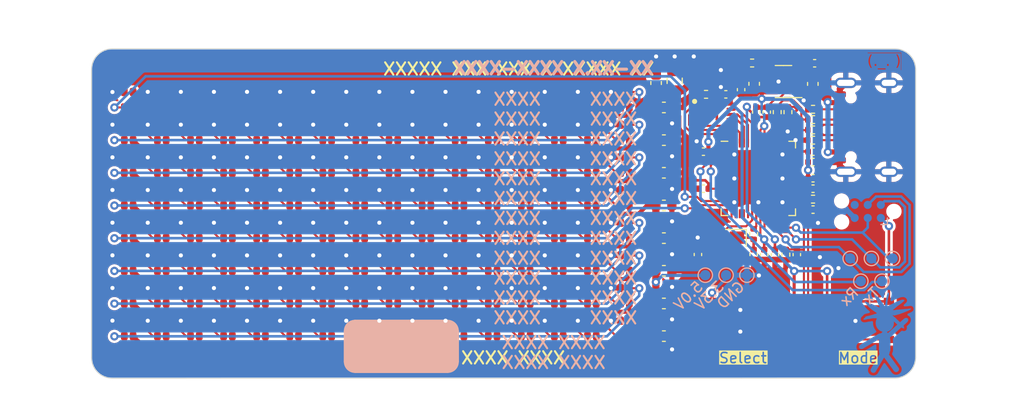
<source format=kicad_pcb>
(kicad_pcb (version 20240108) (generator "pcbnew") (generator_version "8.0")
  (layers (0 "F.Cu" signal) (31 "B.Cu" signal) (34 "B.Paste" user) (35 "F.Paste" user) (36 "B.SilkS" user "B.Silkscreen") (37 "F.SilkS" user "F.Silkscreen") (38 "B.Mask" user) (39 "F.Mask" user) (44 "Edge.Cuts" user))
  (net 0 "")
  (net 1 "GND")
  (net 2 "Net-(U1-VREG_VOUT)")
  (net 3 "+3.3V")
  (net 4 "Net-(C12-Pad1)")
  (net 5 "Net-(U1-XIN)")
  (net 6 "+5V")
  (net 7 "/Matrix_1")
  (net 8 "/MatrixModule_1/OUTPUT")
  (net 9 "/Matrix_2")
  (net 10 "Net-(D95-DOUT)")
  (net 11 "Net-(D6-DOUT)")
  (net 12 "Net-(D7-DOUT)")
  (net 13 "Net-(D8-DOUT)")
  (net 14 "Net-(D93-DOUT)")
  (net 15 "Net-(D94-DOUT)")
  (net 16 "Net-(D97-DOUT)")
  (net 17 "Net-(D1-DOUT)")
  (net 18 "Net-(D2-DOUT)")
  (net 19 "Net-(D3-DOUT)")
  (net 20 "Net-(D4-DOUT)")
  (net 21 "Net-(D5-DOUT)")
  (net 22 "Net-(D10-DIN)")
  (net 23 "Net-(D10-DOUT)")
  (net 24 "Net-(D11-DOUT)")
  (net 25 "Net-(D12-DOUT)")
  (net 26 "Net-(D13-DOUT)")
  (net 27 "Net-(D14-DOUT)")
  (net 28 "Net-(D15-DOUT)")
  (net 29 "Net-(D16-DOUT)")
  (net 30 "Net-(D17-DOUT)")
  (net 31 "Net-(D18-DOUT)")
  (net 32 "Net-(D19-DOUT)")
  (net 33 "Net-(D20-DOUT)")
  (net 34 "Net-(D21-DOUT)")
  (net 35 "Net-(D22-DOUT)")
  (net 36 "Net-(D23-DOUT)")
  (net 37 "Net-(D24-DOUT)")
  (net 38 "Net-(D25-DOUT)")
  (net 39 "Net-(D26-DOUT)")
  (net 40 "Net-(D27-DOUT)")
  (net 41 "Net-(D28-DOUT)")
  (net 42 "Net-(D29-DOUT)")
  (net 43 "Net-(D30-DOUT)")
  (net 44 "Net-(D31-DOUT)")
  (net 45 "Net-(D32-DOUT)")
  (net 46 "Net-(D33-DOUT)")
  (net 47 "Net-(D34-DOUT)")
  (net 48 "Net-(D35-DOUT)")
  (net 49 "Net-(D36-DOUT)")
  (net 50 "Net-(D37-DOUT)")
  (net 51 "Net-(D38-DOUT)")
  (net 52 "Net-(D39-DOUT)")
  (net 53 "Net-(D40-DOUT)")
  (net 54 "Net-(D41-DOUT)")
  (net 55 "Net-(D42-DOUT)")
  (net 56 "Net-(D43-DOUT)")
  (net 57 "Net-(D44-DOUT)")
  (net 58 "Net-(D45-DOUT)")
  (net 59 "Net-(D46-DOUT)")
  (net 60 "Net-(D47-DOUT)")
  (net 61 "Net-(D48-DOUT)")
  (net 62 "Net-(D49-DOUT)")
  (net 63 "Net-(D50-DOUT)")
  (net 64 "Net-(D51-DOUT)")
  (net 65 "Net-(D52-DOUT)")
  (net 66 "Net-(D53-DOUT)")
  (net 67 "Net-(D54-DOUT)")
  (net 68 "Net-(D55-DOUT)")
  (net 69 "Net-(D56-DOUT)")
  (net 70 "Net-(D57-DOUT)")
  (net 71 "Net-(D58-DOUT)")
  (net 72 "Net-(D59-DOUT)")
  (net 73 "Net-(D60-DOUT)")
  (net 74 "Net-(D61-DOUT)")
  (net 75 "Net-(D62-DOUT)")
  (net 76 "Net-(D63-DOUT)")
  (net 77 "Net-(D65-DOUT)")
  (net 78 "Net-(D66-DOUT)")
  (net 79 "Net-(D127-DOUT)")
  (net 80 "Net-(D67-DOUT)")
  (net 81 "Net-(D68-DOUT)")
  (net 82 "Net-(D69-DOUT)")
  (net 83 "Net-(D70-DOUT)")
  (net 84 "Net-(D71-DOUT)")
  (net 85 "Net-(D72-DOUT)")
  (net 86 "Net-(D73-DOUT)")
  (net 87 "Net-(D74-DOUT)")
  (net 88 "Net-(D75-DOUT)")
  (net 89 "Net-(D76-DOUT)")
  (net 90 "Net-(D77-DOUT)")
  (net 91 "Net-(D78-DOUT)")
  (net 92 "Net-(D79-DOUT)")
  (net 93 "Net-(D80-DOUT)")
  (net 94 "Net-(D81-DOUT)")
  (net 95 "Net-(D82-DOUT)")
  (net 96 "Net-(D83-DOUT)")
  (net 97 "Net-(D84-DOUT)")
  (net 98 "Net-(D85-DOUT)")
  (net 99 "Net-(D86-DOUT)")
  (net 100 "Net-(D87-DOUT)")
  (net 101 "Net-(D88-DOUT)")
  (net 102 "Net-(D89-DOUT)")
  (net 103 "Net-(D90-DOUT)")
  (net 104 "Net-(D91-DOUT)")
  (net 105 "Net-(D92-DOUT)")
  (net 106 "Net-(D100-DIN)")
  (net 107 "Net-(D100-DOUT)")
  (net 108 "Net-(D101-DOUT)")
  (net 109 "Net-(D102-DOUT)")
  (net 110 "Net-(D103-DOUT)")
  (net 111 "Net-(D104-DOUT)")
  (net 112 "Net-(D105-DOUT)")
  (net 113 "Net-(D106-DOUT)")
  (net 114 "Net-(D107-DOUT)")
  (net 115 "Net-(D108-DOUT)")
  (net 116 "Net-(D109-DOUT)")
  (net 117 "Net-(D110-DOUT)")
  (net 118 "Net-(D111-DOUT)")
  (net 119 "Net-(D112-DOUT)")
  (net 120 "Net-(D113-DOUT)")
  (net 121 "Net-(D114-DOUT)")
  (net 122 "Net-(D115-DOUT)")
  (net 123 "Net-(D116-DOUT)")
  (net 124 "Net-(D117-DOUT)")
  (net 125 "Net-(D118-DOUT)")
  (net 126 "Net-(D119-DOUT)")
  (net 127 "Net-(D120-DOUT)")
  (net 128 "/QSPI_SS")
  (net 129 "/QSPI_SD1")
  (net 130 "/QSPI_SD2")
  (net 131 "/QSPI_SD0")
  (net 132 "/QSPI_SCLK")
  (net 133 "/QSPI_SD3")
  (net 134 "/SWD")
  (net 135 "/RUN")
  (net 136 "/SWCLK")
  (net 138 "Net-(U1-XOUT)")
  (net 139 "Net-(U1-GPIO0)")
  (net 140 "Net-(U1-GPIO1)")
  (net 148 "Net-(D121-DOUT)")
  (net 152 "Net-(D122-DOUT)")
  (net 163 "Net-(U1-USB_DP)")
  (net 164 "Net-(R10-Pad1)")
  (net 165 "Net-(J2-CC2)")
  (net 166 "Net-(J2-CC1)")
  (net 167 "Net-(U2-EN)")
  (net 170 "Net-(U1-USB_DM)")
  (net 171 "Net-(R11-Pad1)")
  (net 173 "Net-(D123-DOUT)")
  (net 178 "Net-(D124-DOUT)")
  (net 179 "Net-(D125-DOUT)")
  (net 180 "Net-(D126-DOUT)")
  (net 181 "/USB_DM")
  (net 182 "/USB_DP")
  (net 183 "Net-(D96-DOUT)")
  (net 184 "Net-(D98-DOUT)")
  (net 185 "/MatrixModule_2/OUTPUT")
  (net 186 "/Button_2")
  (net 187 "/Button_1")
  (footprint "LeosLib:LED_WS2812B_XL-1615RGBC-WS2812B" (layer "F.Cu") (at 134.2818 42.2817 -90)
    (property "Reference" "D107" (hide yes))
    (property "Value" "WS2812B")
  )
  (footprint "LeosLib:LED_WS2812B_XL-1615RGBC-WS2812B" (layer "F.Cu") (at 102.1638 32.7567 -90)
    (property "Reference" "D49" (hide yes))
    (property "Value" "WS2812B")
  )
  (footprint "Capacitor_SMD:C_0805_2012Metric" (layer "F.Cu") (at 155.1686 21.3868 -90)
    (property "Reference" "C19" (hide yes))
    (property "Value" "47u")
  )
  (footprint "LeosLib:LED_WS2812B_XL-1615RGBC-WS2812B" (layer "F.Cu") (at 108.5874 39.1067 -90)
    (property "Reference" "D83" (hide yes))
    (property "Value" "WS2812B")
  )
  (footprint "LeosLib:LED_WS2812B_XL-1615RGBC-WS2812B" (layer "F.Cu") (at 147.129 39.1067 -90)
    (property "Reference" "D95" (hide yes))
    (property "Value" "WS2812B")
  )
  (footprint "LeosLib:LED_WS2812B_XL-1615RGBC-WS2812B" (layer "F.Cu") (at 127.8582 45.4567 -90)
    (property "Reference" "D121" (hide yes))
    (property "Value" "WS2812B")
  )
  (footprint "LeosLib:LED_WS2812B_XL-1615RGBC-WS2812B" (layer "F.Cu") (at 121.4346 42.2817 -90)
    (property "Reference" "D103" (hide yes))
    (property "Value" "WS2812B")
  )
  (footprint "LeosLib:LED_WS2812B_XL-1615RGBC-WS2812B" (layer "F.Cu") (at 121.4346 35.9317 -90)
    (property "Reference" "D71" (hide yes))
    (property "Value" "WS2812B")
  )
  (footprint "LeosLib:LED_WS2812B_XL-1615RGBC-WS2812B" (layer "F.Cu") (at 121.4346 26.4067 -90)
    (property "Reference" "D23" (hide yes))
    (property "Value" "WS2812B")
  )
  (footprint "LeosLib:LED_WS2812B_XL-1615RGBC-WS2812B" (layer "F.Cu") (at 147.129 45.4567 -90)
    (property "Reference" "D127" (hide yes))
    (property "Value" "WS2812B")
  )
  (footprint "Capacitor_SMD:C_0402_1005Metric" (layer "F.Cu") (at 164.902 38.2874 90)
    (property "Reference" "C1" (hide yes))
    (property "Value" "100n")
  )
  (footprint "LeosLib:LED_WS2812B_XL-1615RGBC-WS2812B" (layer "F.Cu") (at 137.4936 45.4567 -90)
    (property "Reference" "D124" (hide yes))
    (property "Value" "WS2812B")
  )
  (footprint "LeosLib:LED_WS2812B_XL-1615RGBC-WS2812B" (layer "F.Cu") (at 140.7054 32.7567 -90)
    (property "Reference" "D61" (hide yes))
    (property "Value" "WS2812B")
  )
  (footprint "LeosLib:LED_WS2812B_XL-1615RGBC-WS2812B" (layer "F.Cu") (at 150.3408 29.5817 -90)
    (property "Reference" "D48" (hide yes))
    (property "Value" "WS2812B")
  )
  (footprint "LeosLib:LED_WS2812B_XL-1615RGBC-WS2812B" (layer "F.Cu") (at 147.129 23.2317 -90)
    (property "Reference" "D15" (hide yes))
    (property "Value" "WS2812B")
  )
  (footprint "LeosLib:LED_WS2812B_XL-1615RGBC-WS2812B" (layer "F.Cu") (at 143.9172 35.9317 -90)
    (property "Reference" "D78" (hide yes))
    (property "Value" "WS2812B")
  )
  (footprint "PTS526:PTS526SK15SMTR2LFS" (layer "F.Cu") (at 161.7924 44.68)
    (property "Reference" "S1" (hide yes))
    (property "Value" "Button 1" (hide yes))
  )
  (footprint "LeosLib:LED_WS2812B_XL-1615RGBC-WS2812B" (layer "F.Cu") (at 127.8582 26.4067 -90)
    (property "Reference" "D25" (hide yes))
    (property "Value" "WS2812B")
  )
  (footprint "LeosLib:LED_WS2812B_XL-1615RGBC-WS2812B" (layer "F.Cu") (at 143.9172 32.7567 -90)
    (property "Reference" "D62" (hide yes))
    (property "Value" "WS2812B")
  )
  (footprint "LeosLib:LED_WS2812B_XL-1615RGBC-WS2812B" (layer "F.Cu") (at 102.1638 45.4567 -90)
    (property "Reference" "D113" (hide yes))
    (property "Value" "WS2812B")
  )
  (footprint "Capacitor_SMD:C_0402_1005Metric" (layer "F.Cu") (at 168.7576 19.685 180)
    (property "Reference" "C21" (hide yes))
    (property "Value" "100n")
  )
  (footprint "LeosLib:LED_WS2812B_XL-1615RGBC-WS2812B" (layer "F.Cu") (at 127.8582 23.2317 -90)
    (property "Reference" "D9" (hide yes))
    (property "Value" "WS2812B")
  )
  (footprint "LeosLib:LED_WS2812B_XL-1615RGBC-WS2812B" (layer "F.Cu") (at 105.3756 45.4567 -90)
    (property "Reference" "D114" (hide yes))
    (property "Value" "WS2812B")
  )
  (footprint "Capacitor_SMD:C_0402_1005Metric" (layer "F.Cu") (at 161.6176 22.2516 -90)
    (property "Reference" "C20" (hide yes))
    (property "Value" "100n")
  )
  (footprint "LeosLib:LED_WS2812B_XL-1615RGBC-WS2812B" (layer "F.Cu") (at 137.4936 35.9317 -90)
    (property "Reference" "D76" (hide yes))
    (property "Value" "WS2812B")
  )
  (footprint "LeosLib:LED_WS2812B_XL-1615RGBC-WS2812B" (layer "F.Cu") (at 137.4936 32.7567 -90)
    (property "Reference" "D60" (hide yes))
    (property "Value" "WS2812B")
  )
  (footprint "Capacitor_SMD:C_0603_1608Metric" (layer "F.Cu") (at 154.1212 46.2067 180)
    (property "Reference" "C29" (hide yes))
    (property "Value" "10u")
  )
  (footprint "LeosLib:LED_WS2812B_XL-1615RGBC-WS2812B" (layer "F.Cu") (at 124.6464 23.2317 -90)
    (property "Reference" "D8" (hide yes))
    (property "Value" "WS2812B")
  )
  (footprint "Resistor_SMD:R_0402_1005Metric" (layer "F.Cu") (at 165.1254 24.4334 90)
    (property "Reference" "R8" (hide yes))
    (property "Value" "27")
  )
  (footprint "LeosLib:LED_WS2812B_XL-1615RGBC-WS2812B" (layer "F.Cu") (at 131.07 23.2317 -90)
    (property "Reference" "D10" (hide yes))
    (property "Value" "WS2812B")
  )
  (footprint "LeosLib:LED_WS2812B_XL-1615RGBC-WS2812B" (layer "F.Cu") (at 140.7054 42.2817 -90)
    (property "Reference" "D109" (hide yes))
    (property "Value" "WS2812B")
  )
  (footprint "LeosLib:LED_WS2812B_XL-1615RGBC-WS2812B" (layer "F.Cu") (at 115.011 45.4567 -90)
    (property "Reference" "D117" (hide yes))
    (property "Value" "WS2812B")
  )
  (footprint "Resistor_SMD:R_0402_1005Metric" (layer "F.Cu") (at 165.9636 38.2874 90)
    (property "Reference" "R7" (hide yes))
    (property "Value" "10k")
  )
  (footprint "LeosLib:LED_WS2812B_XL-1615RGBC-WS2812B" (layer "F.Cu") (at 137.4936 26.4067 -90)
    (property "Reference" "D28" (hide yes))
    (property "Value" "WS2812B")
  )
  (footprint "Resistor_SMD:R_0402_1005Metric" (layer "F.Cu") (at 168.6026 32.893 180)
    (property "Reference" "R6" (hide yes))
    (property "Value" "10k")
  )
  (footprint "Resistor_SMD:R_0402_1005Metric" (layer "F.Cu") (at 162.687 19.6596)
    (property "Reference" "R5" (hide yes))
    (property "Value" "100k")
  )
  (footprint "LeosLib:LED_WS2812B_XL-1615RGBC-WS2812B" (layer "F.Cu") (at 131.07 42.2817 -90)
    (property "Reference" "D106" (hide yes))
    (property "Value" "WS2812B")
  )
  (footprint "LeosLib:LED_WS2812B_XL-1615RGBC-WS2812B" (layer "F.Cu") (at 143.9172 26.4067 -90)
    (property "Reference" "D30" (hide yes))
    (property "Value" "WS2812B")
  )
  (footprint "LeosLib:LED_WS2812B_XL-1615RGBC-WS2812B" (layer "F.Cu") (at 134.2818 32.7567 -90)
    (property "Reference" "D59" (hide yes))
    (property "Value" "WS2812B")
  )
  (footprint "LeosLib:LED_WS2812B_XL-1615RGBC-WS2812B" (layer "F.Cu") (at 140.7054 29.5817 -90)
    (property "Reference" "D45" (hide yes))
    (property "Value" "WS2812B")
  )
  (footprint "LeosLib:LED_WS2812B_XL-1615RGBC-WS2812B" (layer "F.Cu") (at 127.8582 42.2817 -90)
    (property "Reference" "D105" (hide yes))
    (property "Value" "WS2812B")
  )
  (footprint "LeosLib:LED_WS2812B_XL-1615RGBC-WS2812B" (layer "F.Cu") (at 143.9172 29.5817 -90)
    (property "Reference" "D46" (hide yes))
    (property "Value" "WS2812B")
  )
  (footprint "LeosLib:LED_WS2812B_XL-1615RGBC-WS2812B" (layer "F.Cu") (at 102.1638 39.1067 -90)
    (property "Reference" "D81" (hide yes))
    (property "Value" "WS2812B")
  )
  (footprint "LeosLib:LED_WS2812B_XL-1615RGBC-WS2812B" (layer "F.Cu") (at 127.8582 39.1067 -90)
    (property "Reference" "D89" (hide yes))
    (property "Value" "WS2812B")
  )
  (footprint "Capacitor_SMD:C_0603_1608Metric" (layer "F.Cu") (at 154.1212 23.9817 180)
    (property "Reference" "C22" (hide yes))
    (property "Value" "10u")
  )
  (footprint "LeosLib:LED_WS2812B_XL-1615RGBC-WS2812B" (layer "F.Cu") (at 137.4936 29.5817 -90)
    (property "Reference" "D44" (hide yes))
    (property "Value" "WS2812B")
  )
  (footprint "LeosLib:LED_WS2812B_XL-1615RGBC-WS2812B" (layer "F.Cu") (at 137.4936 23.2317 -90)
    (property "Reference" "D12" (hide yes))
    (property "Value" "WS2812B")
  )
  (footprint "LeosLib:LED_WS2812B_XL-1615RGBC-WS2812B" (layer "F.Cu") (at 124.6464 42.2817 -90)
    (property "Reference" "D104" (hide yes))
    (property "Value" "WS2812B")
  )
  (footprint "Resistor_SMD:R_0402_1005Metric" (layer "F.Cu") (at 162.8368 36.2926 90)
    (property "Reference" "R1" (hide yes))
    (property "Value" "1k")
  )
  (footprint "LeosLib:LED_WS2812B_XL-1615RGBC-WS2812B" (layer "F.Cu") (at 115.011 39.1067 -90)
    (property "Reference" "D85" (hide yes))
    (property "Value" "WS2812B")
  )
  (footprint "LeosLib:LED_WS2812B_XL-1615RGBC-WS2812B" (layer "F.Cu") (at 147.129 35.9317 -90)
    (property "Reference" "D79" (hide yes))
    (property "Value" "WS2812B")
  )
  (footprint "LeosLib:LED_WS2812B_XL-1615RGBC-WS2812B" (layer "F.Cu") (at 150.3408 26.4067 -90)
    (property "Reference" "D32" (hide yes))
    (property "Value" "WS2812B")
  )
  (footprint "LeosLib:LED_WS2812B_XL-1615RGBC-WS2812B" (layer "F.Cu") (at 102.1638 23.2317 -90)
    (property "Reference" "D1" (hide yes))
    (property "Value" "WS2812B")
  )
  (footprint "Capacitor_SMD:C_0402_1005Metric" (layer "F.Cu") (at 157.4266 38.2764 90)
    (property "Reference" "C13" (hide yes))
    (property "Value" "15p")
  )
  (footprint "LeosLib:LED_WS2812B_XL-1615RGBC-WS2812B" (layer "F.Cu") (at 150.3408 45.4567 -90)
    (property "Reference" "D128" (hide yes))
    (property "Value" "WS2812B")
  )
  (footprint "LeosLib:LED_WS2812B_XL-1615RGBC-WS2812B" (layer "F.Cu") (at 140.7054 26.4067 -90)
    (property "Reference" "D29" (hide yes))
    (property "Value" "WS2812B")
  )
  (footprint "LeosLib:LED_WS2812B_XL-1615RGBC-WS2812B" (layer "F.Cu") (at 118.2228 45.4567 -90)
    (property "Reference" "D118" (hide yes))
    (property "Value" "WS2812B")
  )
  (footprint "Capacitor_SMD:C_0402_1005Metric" (layer "F.Cu") (at 157.96 31.877)
    (property "Reference" "C10" (hide yes))
    (property "Value" "100n")
  )
  (footprint "Package_TO_SOT_SMD:SOT-23-5" (layer "F.Cu") (at 165.7324 21.4616 180)
    (property "Reference" "U2" (hide yes))
    (property "Value" "AP2112K-3.3")
  )
  (footprint "LeosLib:LED_WS2812B_XL-1615RGBC-WS2812B" (layer "F.Cu") (at 143.9172 39.1067 -90)
    (property "Reference" "D94" (hide yes))
    (property "Value" "WS2812B")
  )
  (footprint "Crystal:Crystal_SMD_3225-4Pin_3.2x2.5mm" (layer "F.Cu") (at 160.119 37.4864 180)
    (property "Reference" "Y1" (hide yes))
    (property "Value" "ABM8G-12.000MHZ-4Y-T3")
  )
  (footprint "LeosLib:LED_WS2812B_XL-1615RGBC-WS2812B" (layer "F.Cu") (at 118.2228 29.5817 -90)
    (property "Reference" "D38" (hide yes))
    (property "Value" "WS2812B")
  )
  (footprint "LeosLib:LED_WS2812B_XL-1615RGBC-WS2812B" (layer "F.Cu") (at 111.7992 32.7567 -90)
    (property "Reference" "D52" (hide yes))
    (property "Value" "WS2812B")
  )
  (footprint "Resistor_SMD:R_0402_1005Metric" (layer "F.Cu") (at 168.6026 25.16)
    (property "Reference" "R10" (hide yes))
    (property "Value" "0")
  )
  (footprint "LeosLib:LED_WS2812B_XL-1615RGBC-WS2812B" (layer "F.Cu") (at 102.1638 26.4067 -90)
    (property "Reference" "D17" (hide yes))
    (property "Value" "WS2812B")
  )
  (footprint "LeosLib:LED_WS2812B_XL-1615RGBC-WS2812B" (layer "F.Cu") (at 137.4936 42.2817 -90)
    (property "Reference" "D108" (hide yes))
    (property "Value" "WS2812B")
  )
  (footprint "LeosLib:LED_WS2812B_XL-1615RGBC-WS2812B" (layer "F.Cu") (at 121.4346 39.1067 -90)
    (property "Reference" "D87" (hide yes))
    (property "Value" "WS2812B")
  )
  (footprint "Capacitor_SMD:C_0402_1005Metric" (layer "F.Cu") (at 163.8606 38.2874 90)
    (property "Reference" "C7" (hide yes))
    (property "Value" "100n")
  )
  (footprint "LeosLib:LED_WS2812B_XL-1615RGBC-WS2812B" (layer "F.Cu") (at 150.3408 23.2317 -90)
    (property "Reference" "D16" (hide yes))
    (property "Value" "WS2812B")
  )
  (footprint "LeosLib:LED_WS2812B_XL-1615RGBC-WS2812B" (layer "F.Cu") (at 147.129 32.7567 -90)
    (property "Reference" "D63" (hide yes))
    (property "Value" "WS2812B")
  )
  (footprint "LeosLib:LED_WS2812B_XL-1615RGBC-WS2812B" (layer "F.Cu") (at 115.011 32.7567 -90)
    (property "Reference" "D53" (hide yes))
    (property "Value" "WS2812B")
  )
  (footprint "Capacitor_SMD:C_0402_1005Metric" (layer "F.Cu") (at 164.1068 24.4334 -90)
    (property "Reference" "C3" (hide yes))
    (property "Value" "1u")
  )
  (footprint "LeosLib:LED_WS2812B_XL-1615RGBC-WS2812B" (layer "F.Cu") (at 134.2818 35.9317 -90)
    (property "Reference" "D75" (hide yes))
    (property "Value" "WS2812B")
  )
  (footprint "LeosLib:LED_WS2812B_XL-1615RGBC-WS2812B" (layer "F.Cu") (at 105.3756 42.2817 -90)
    (property "Reference" "D98" (hide yes))
    (property "Value" "WS2812B")
  )
  (footprint "LeosLib:LED_WS2812B_XL-1615RGBC-WS2812B" (layer "F.Cu") (at 108.5874 29.5817 -90)
    (property "Reference" "D35" (hide yes))
    (property "Value" "WS2812B")
  )
  (footprint "LeosLib:LED_WS2812B_XL-1615RGBC-WS2812B" (layer "F.Cu") (at 140.7054 23.2317 -90)
    (property "Reference" "D13" (hide yes))
    (property "Value" "WS2812B")
  )
  (footprint "LeosLib:LED_WS2812B_XL-1615RGBC-WS2812B" (layer "F.Cu") (at 143.9172 23.2317 -90)
    (property "Reference" "D14" (hide yes))
    (property "Value" "WS2812B")
  )
  (footprint "LeosLib:LED_WS2812B_XL-1615RGBC-WS2812B" (layer "F.Cu") (at 140.7054 39.1067 -90)
    (property "Reference" "D93" (hide yes))
    (property "Value" "WS2812B")
  )
  (footprint "LeosLib:LED_WS2812B_XL-1615RGBC-WS2812B" (layer "F.Cu") (at 140.7054 45.4567 -90)
    (property "Reference" "D125" (hide yes))
    (property "Value" "WS2812B")
  )
  (footprint "LeosLib:LED_WS2812B_XL-1615RGBC-WS2812B" (layer "F.Cu") (at 105.3756 29.5817 -90)
    (property "Reference" "D34" (hide yes))
    (property "Value" "WS2812B")
  )
  (footprint "LeosLib:LED_WS2812B_XL-1615RGBC-WS2812B" (layer "F.Cu") (at 105.3756 23.2317 -90)
    (property "Reference" "D2" (hide yes))
    (property "Value" "WS2812B")
  )
  (footprint "Capacitor_SMD:C_0402_1005Metric" (layer "F.Cu") (at 168.6026 29.2862)
    (property "Reference" "C4" (hide yes))
    (property "Value" "1u")
  )
  (footprint "LeosLib:LED_WS2812B_XL-1615RGBC-WS2812B" (layer "F.Cu") (at 108.5874 26.4067 -90)
    (property "Reference" "D19" (hide yes))
    (property "Value" "WS2812B")
  )
  (footprint "LeosLib:LED_WS2812B_XL-1615RGBC-WS2812B" (layer "F.Cu") (at 111.7992 26.4067 -90)
    (property "Reference" "D20" (hide yes))
    (property "Value" "WS2812B")
  )
  (footprint "W25Q16JVUXIQ:SON50P300X200X60-9L" (layer "F.Cu") (at 159.2643 24.408)
    (property "Reference" "IC1" (hide yes))
    (property "Value" "W25Q16JVUXIQ_TR" (hide yes))
  )
  (footprint "LeosLib:LED_WS2812B_XL-1615RGBC-WS2812B" (layer "F.Cu") (at 147.129 29.5817 -90)
    (property "Reference" "D47" (hide yes))
    (property "Value" "WS2812B")
  )
  (footprint "Capacitor_SMD:C_0402_1005Metric" (layer "F.Cu") (at 162.8368 38.2764 -90)
    (property "Reference" "C12" (hide yes))
    (property "Value" "15p")
  )
  (footprint "LeosLib:LED_WS2812B_XL-1615RGBC-WS2812B" (layer "F.Cu") (at 143.9172 42.2817 -90)
    (property "Reference" "D110" (hide yes))
    (property "Value" "WS2812B")
  )
  (footprint "LeosLib:LED_WS2812B_XL-1615RGBC-WS2812B" (layer "F.Cu") (at 134.2818 23.2317 -90)
    (property "Reference" "D11" (hide yes))
    (property "Value" "WS2812B")
  )
  (footprint "Capacitor_SMD:C_0402_1005Metric" (layer "F.Cu") (at 163.0903 24.4334 -90)
    (property "Reference" "C2" (hide yes))
    (property "Value" "100n")
  )
  (footprint "LeosLib:LED_WS2812B_XL-1615RGBC-WS2812B" (layer "F.Cu") (at 111.7992 42.2817 -90)
    (property "Reference" "D100" (hide yes))
    (property "Value" "WS2812B")
  )
  (footprint "LeosLib:LED_WS2812B_XL-1615RGBC-WS2812B" (layer "F.Cu") (at 102.1638 35.9317 -90)
    (property "Reference" "D65" (hide yes))
    (property "Value" "WS2812B")
  )
  (footprint "Capacitor_SMD:C_0603_1608Metric" (layer "F.Cu") (at 154.1212 39.8567 180)
    (property "Reference" "C27" (hide yes))
    (property "Value" "10u")
  )
  (footprint "LeosLib:LED_WS2812B_XL-1615RGBC-WS2812B" (layer "F.Cu") (at 124.6464 45.4567 -90)
    (property "Reference" "D120" (hide yes))
    (property "Value" "WS2812B")
  )
  (footprint "Resistor_SMD:R_0402_1005Metric" (layer "F.Cu") (at 168.6026 24.16 180)
    (property "Reference" "R3" (hide yes))
    (property "Value" "5.1k")
  )
  (footprint "Connector_USB:USB_C_Receptacle_GCT_USB4105-xx-A_16P_TopMnt_Horizontal" (layer "F.Cu") (at 174.887 25.91 90)
    (property "Reference" "J2" (hide yes))
    (property "Value" "USB_C_Receptacle_USB2.0_16P")
  )
  (footprint "LeosLib:LED_WS2812B_XL-1615RGBC-WS2812B" (layer "F.Cu") (at 137.4936 39.1067 -90)
    (property "Reference" "D92" (hide yes))
    (property "Value" "WS2812B")
  )
  (footprint "LeosLib:LED_WS2812B_XL-1615RGBC-WS2812B" (layer "F.Cu") (at 111.7992 39.1067 -90)
    (property "Reference" "D84" (hide yes))
    (property "Value" "WS2812B")
  )
  (footprint "Package_DFN_QFN:QFN-56-1EP_7x7mm_P0.4mm_EP3.2x3.2mm" (layer "F.Cu") (at 163.2903 30.877)
    (property "Reference" "U1" (hide yes))
    (property "Value" "RP2040")
  )
  (footprint "LeosLib:LED_WS2812B_XL-1615RGBC-WS2812B" (layer "F.Cu") (at 131.07 26.4067 -90)
    (property "Reference" "D26" (hide yes))
    (property "Value" "WS2812B")
  )
  (footprint "Capacitor_SMD:C_0603_1608Metric" (layer "F.Cu") (at 154.1212 36.6817 180)
    (property "Reference" "C26" (hide yes))
    (property "Value" "10u")
  )
  (footprint "Resistor_SMD:R_0402_1005Metric" (layer "F.Cu") (at 168.6026 26.162)
    (property "Reference" "R11" (hide yes))
    (property "Value" "0")
  )
  (footprint "LeosLib:LED_WS2812B_XL-1615RGBC-WS2812B" (layer "F.Cu") (at 150.3408 39.1067 -90)
    (property "Reference" "D96" (hide yes))
    (property "Value" "WS2812B")
  )
  (footprint "LeosLib:LED_WS2812B_XL-1615RGBC-WS2812B" (layer "F.Cu") (at 121.4346 23.2317 -90)
    (property "Reference" "D7" (hide yes))
    (property "Value" "WS2812B")
  )
  (footprint "LeosLib:LED_WS2812B_XL-1615RGBC-WS2812B" (layer "F.Cu") (at 115.011 35.9317 -90)
    (property "Reference" "D69" (hide yes))
    (property "Value" "WS2812B")
  )
  (footprint "Capacitor_SMD:C_0603_1608Metric" (layer "F.Cu") (at 154.1212 43.0317 180)
    (property "Reference" "C28" (hide yes))
    (property "Value" "10u")
  )
  (footprint "Resistor_SMD:R_0402_1005Metric" (layer "F.Cu") (at 168.6026 27.16 180)
    (property "Reference" "R4" (hide yes))
    (property "Value" "5.1k")
  )
  (footprint "LeosLib:LED_WS2812B_XL-1615RGBC-WS2812B" (layer "F.Cu") (at 115.011 42.2817 -90)
    (property "Reference" "D101" (hide yes))
    (property "Value" "WS2812B")
  )
  (footprint "LeosLib:LED_WS2812B_XL-1615RGBC-WS2812B" (layer "F.Cu") (at 150.3408 42.2817 -90)
    (property "Reference" "D112" (hide yes))
    (property "Value" "WS2812B")
  )
  (footprint "LeosLib:LED_WS2812B_XL-1615RGBC-WS2812B" (layer "F.Cu") (at 127.8582 32.7567 -90)
    (property "Reference" "D57" (hide yes))
    (property "Value" "WS2812B")
  )
  (footprint "LeosLib:LED_WS2812B_XL-1615RGBC-WS2812B" (layer "F.Cu") (at 134.2818 29.5817 -90)
    (property "Reference" "D43" (hide yes))
    (property "Value" "WS2812B")
  )
  (footprint "LeosLib:LED_WS2812B_XL-1615RGBC-WS2812B" (layer "F.Cu") (at 131.07 32.7567 -90)
    (property "Reference" "D58" (hide yes))
    (property "Value" "WS2812B")
  )
  (footprint "LeosLib:LED_WS2812B_XL-1615RGBC-WS2812B" (layer "F.Cu") (at 111.7992 35.9317 -90)
    (property "Reference" "D68" (hide yes))
    (property "Value" "WS2812B")
  )
  (footprint "LeosLib:LED_WS2812B_XL-1615RGBC-WS2812B" (layer "F.Cu") (at 134.2818 26.4067 -90)
    (property "Reference" "D27" (hide yes))
    (property "Value" "WS2812B")
  )
  (footprint "LeosLib:LED_WS2812B_XL-1615RGBC-WS2812B" (layer "F.Cu") (at 131.07 29.5817 -90)
    (property "Reference" "D42" (hide yes))
    (property "Value" "WS2812B")
  )
  (footprint "LeosLib:LED_WS2812B_XL-1615RGBC-WS2812B" (layer "F.Cu") (at 102.1638 42.2817 -90)
    (property "Reference" "D97" (hide yes))
    (property "Value" "WS2812B")
  )
  (footprint "LeosLib:LED_WS2812B_XL-1615RGBC-WS2812B" (layer "F.Cu") (at 105.3756 39.1067 -90)
    (property "Reference" "D82" (hide yes))
    (property "Value" "WS2812B")
  )
  (footprint "LeosLib:LED_WS2812B_XL-1615RGBC-WS2812B" (layer "F.Cu") (at 108.5874 35.9317 -90)
    (property "Reference" "D67" (hide yes))
    (property "Value" "WS2812B")
  )
  (footprint "Capacitor_SMD:C_0402_1005Metric" (layer "F.Cu") (at 168.6026 33.909 180)
    (property "Reference" "C16" (hide yes))
    (property "Value" "100n")
  )
  (footprint "LeosLib:LED_WS2812B_XL-1615RGBC-WS2812B" (layer "F.Cu") (at 111.7992 29.5817 -90)
    (property "Reference" "D36" (hide yes))
    (property "Value" "WS2812B")
  )
  (footprint "Capacitor_SMD:C_0402_1005Metric" (layer "F.Cu") (at 168.6026 28.277 180)
    (property "Reference" "C6" (hide yes))
    (property "Value" "100n")
  )
  (footprint "LeosLib:LED_WS2812B_XL-1615RGBC-WS2812B" (layer "F.Cu") (at 121.4346 32.7567 -90)
    (property "Reference" "D55" (hide yes))
    (property "Value" "WS2812B")
  )
  (footprint "LeosLib:LED_WS2812B_XL-1615RGBC-WS2812B" (layer "F.Cu") (at 134.2818 45.4567 -90)
    (property "Reference" "D123" (hide yes))
    (property "Value" "WS2812B")
  )
  (footprint "LeosLib:LED_WS2812B_XL-1615RGBC-WS2812B" (layer "F.Cu") (at 111.7992 45.4567 -90)
    (property "Reference" "D116" (hide yes))
    (property "Value" "WS2812B")
  )
  (footprint "Capacitor_SMD:C_0603_1608Metric" (layer "F.Cu") (at 154.1212 33.5067 180)
    (property "Reference" "C25" (hide yes))
    (property "Value" "10u")
  )
  (footprint "LeosLib:LED_WS2812B_XL-1615RGBC-WS2812B" (layer "F.Cu") (at 127.8582 29.5817 -90)
    (property "Reference" "D41" (hide yes))
    (property "Value" "WS2812B")
  )
  (footprint "PTS526:PTS526SK15SMTR2LFS" (layer "F.Cu") (at 172.9684 44.68)
    (property "Reference" "S2" (hide yes))
    (property "Value" "Button 2" (hide yes))
  )
  (footprint "LeosLib:LED_WS2812B_XL-1615RGBC-WS2812B" (layer "F.Cu") (at 115.011 29.5817 -90)
    (property "Reference" "D37" (hide yes))
    (property "Value" "WS2812B")
  )
  (footprint "LeosLib:LED_WS2812B_XL-1615RGBC-WS2812B" (layer "F.Cu") (at 105.3756 26.4067 -90)
    (property "Reference" "D18" (hide yes))
    (property "Value" "WS2812B")
  )
  (footprint "LeosLib:LED_WS2812B_XL-1615RGBC-WS2812B" (layer "F.Cu") (at 121.4346 45.4567 -90)
    (property "Reference" "D119" (hide yes))
    (property "Value" "WS2812B")
  )
  (footprint "LeosLib:LED_WS2812B_XL-1615RGBC-WS2812B" (layer "F.Cu") (at 105.3756 35.9317 -90)
    (property "Reference" "D66" (hide yes))
    (property "Value" "WS2812B")
  )
  (footprint "LeosLib:LED_WS2812B_XL-1615RGBC-WS2812B" (layer "F.Cu") (at 131.07 39.1067 -90)
    (property "Reference" "D90" (hide yes))
    (property "Value" "WS2812B")
  )
  (footprint "LeosLib:LED_WS2812B_XL-1615RGBC-WS2812B" (layer "F.Cu") (at 105.3756 32.7567 -90)
    (property "Reference" "D50" (hide yes))
    (property "Value" "WS2812B")
  )
  (footprint "LeosLib:LED_WS2812B_XL-1615RGBC-WS2812B" (layer "F.Cu") (at 118.2228 32.7567 -90)
    (property "Reference" "D54" (hide yes))
    (property "Value" "WS2812B")
  )
  (footprint "Capacitor_SMD:C_0603_1608Metric" (layer "F.Cu") (at 154.1212 27.1567 180)
    (property "Reference" "C23" (hide yes))
    (property "Value" "10u")
  )
  (footprint "Capacitor_SMD:C_0402_1005Metric" (layer "F.Cu") (at 168.6026 31.877 180)
    (property "Reference" "C8" (hide yes))
    (property "Value" "100n")
  )
  (footprint "Capacitor_SMD:C_0603_1608Metric" (layer "F.Cu") (at 162.8876 21.6816 -90)
    (property "Reference" "C15" (hide yes))
    (property "Value" "10u")
  )
  (footprint "Capacitor_SMD:C_0402_1005Metric" (layer "F.Cu") (at 167.0278 38.2874 90)
    (property "Reference" "C11" (hide yes))
    (property "Value" "100n")
  )
  (footprint "LeosLib:LED_WS2812B_XL-1615RGBC-WS2812B" (layer "F.Cu") (at 108.5874 45.4567 -90)
    (property "Reference" "D115" (hide yes))
    (property "Value" "WS2812B")
  )
  (footprint "Capacitor_SMD:C_0402_1005Metric" (layer "F.Cu") (at 160.1343 22.7062 180)
    (property "Reference" "C14" (hide yes))
    (property "Value" "100n")
  )
  (footprint "LeosLib:LED_WS2812B_XL-1615RGBC-WS2812B" (layer "F.Cu") (at 134.2818 39.1067 -90)
    (property "Reference" "D91" (hide yes))
    (property "Value" "WS2812B")
  )
  (footprint "LeosLib:LED_WS2812B_XL-1615RGBC-WS2812B" (layer "F.Cu") (at 102.1638 29.5817 -90)
    (property "Reference" "D33" (hide yes))
    (property "Value" "WS2812B")
  )
  (footprint "Capacitor_SMD:C_0402_1005Metric" (layer "F.Cu") (at 157.96 28.277)
    (property "Reference" "C9" (hide yes))
    (property "Value" "100n")
  )
  (footprint "LeosLib:LED_WS2812B_XL-1615RGBC-WS2812B" (layer "F.Cu") (at 124.6464 39.1067 -90)
    (property "Reference" "D88" (hide yes))
    (property "Value" "WS2812B")
  )
  (footprint "LeosLib:LED_WS2812B_XL-1615RGBC-WS2812B" (layer "F.Cu") (at 131.07 45.4567 -90)
    (property "Reference" "D122" (hide yes))
    (property "Value" "WS2812B")
  )
  (footprint "LeosLib:LED_WS2812B_XL-1615RGBC-WS2812B" (layer "F.Cu") (at 115.011 26.4067 -90)
    (property "Reference" "D21" (hide yes))
    (property "Value" "WS2812B")
  )
  (footprint "LeosLib:LED_WS2812B_XL-1615RGBC-WS2812B" (layer "F.Cu") (at 143.9172 45.4567 -90)
    (property "Reference" "D126" (hide yes))
    (property "Value" "WS2812B")
  )
  (footprint "LeosLib:LED_WS2812B_XL-1615RGBC-WS2812B" (layer "F.Cu") (at 111.7992 23.2317 -90)
    (property "Reference" "D4" (hide yes))
    (property "Value" "WS2812B")
  )
  (footprint "LeosLib:LED_WS2812B_XL-1615RGBC-WS2812B" (layer "F.Cu") (at 140.7054 35.9317 -90)
    (property "Reference" "D77" (hide yes))
    (property "Value" "WS2812B")
  )
  (footprint "LeosLib:LED_WS2812B_XL-1615RGBC-WS2812B" (layer "F.Cu") (at 124.6464 26.4067 -90)
    (property "Reference" "D24" (hide yes))
    (property "Value" "WS2812B")
  )
  (footprint "Capacitor_SMD:C_0603_1608Metric" (layer "F.Cu") (at 153.3652 21.6068 -90)
    (property "Reference" "C18" (hide yes))
    (property "Value" "10u")
  )
  (footprint "LeosLib:LED_WS2812B_XL-1615RGBC-WS2812B" (layer "F.Cu") (at 150.3408 32.7567 -90)
    (property "Reference" "D64" (hide yes))
    (property "Value" "WS2812B")
  )
  (footprint "Resistor_SMD:R_0402_1005Metric" (layer "F.Cu") (at 166.1668 24.4334 90)
    (property "Reference" "R9" (hide yes))
    (property "Value" "27")
  )
  (footprint "LeosLib:LED_WS2812B_XL-1615RGBC-WS2812B" (layer "F.Cu") (at 118.2228 26.4067 -90)
    (property "Reference" "D22" (hide yes))
    (property "Value" "WS2812B")
  )
  (footprint "LeosLib:LED_WS2812B_XL-1615RGBC-WS2812B" (layer "F.Cu") (at 124.6464 29.5817 -90)
    (property "Reference" "D40" (hide yes))
    (property "Value" "WS2812B")
  )
  (footprint "LeosLib:LED_WS2812B_XL-1615RGBC-WS2812B" (layer "F.Cu") (at 150.3408 35.9317 -90)
    (property "Reference" "D80" (hide yes))
    (property "Value" "WS2812B")
  )
  (footprint "LeosLib:LED_WS2812B_XL-1615RGBC-WS2812B" (layer "F.Cu") (at 115.011 23.2317 -90)
    (property "Reference" "D5" (hide yes))
    (property "Value" "WS2812B")
  )
  (footprint "LeosLib:LED_WS2812B_XL-1615RGBC-WS2812B" (layer "F.Cu") (at 118.2228 23.2317 -90)
    (property "Reference" "D6" (hide yes))
    (property "Value" "WS2812B")
  )
  (footprint "LeosLib:LED_WS2812B_XL-1615RGBC-WS2812B" (layer "F.Cu") (at 118.2228 39.1067 -90)
    (property "Reference" "D86" (hide yes))
    (property "Value" "WS2812B")
  )
  (footprint "LeosLib:LED_WS2812B_XL-1615RGBC-WS2812B" (layer "F.Cu") (at 121.4346 29.5817 -90)
    (property "Reference" "D39" (hide yes))
    (property "Value" "WS2812B")
  )
  (footprint "Capacitor_SMD:C_0603_1608Metric" (layer "F.Cu") (at 168.5798 21.6916 -90)
    (property "Reference" "C17" (hide yes))
    (property "Value" "10u")
  )
  (footprint "LeosLib:LED_WS2812B_XL-1615RGBC-WS2812B" (layer "F.Cu") (at 124.6464 32.7567 -90)
    (property "Reference" "D56" (hide yes))
    (property "Value" "WS2812B")
  )
  (footprint "LeosLib:LED_WS2812B_XL-1615RGBC-WS2812B" (layer "F.Cu") (at 108.5874 42.2817 -90)
    (property "Reference" "D99" (hide yes))
    (property "Value" "WS2812B")
  )
  (footprint "LeosLib:LED_WS2812B_XL-1615RGBC-WS2812B" (layer "F.Cu") (at 118.2228 35.9317 -90)
    (property "Reference" "D70" (hide yes))
    (property "Value" "WS2812B")
  )
  (footprint "LeosLib:LED_WS2812B_XL-1615RGBC-WS2812B" (layer "F.Cu") (at 131.07 35.9317 -90)
    (property "Reference" "D74" (hide yes))
    (property "Value" "WS2812B")
  )
  (footprint "LeosLib:LED_WS2812B_XL-1615RGBC-WS2812B" (layer "F.Cu") (at 147.129 42.2817 -90)
    (property "Reference" "D111" (hide yes))
    (property "Value" "WS2812B")
  )
  (footprint "LeosLib:LED_WS2812B_XL-1615RGBC-WS2812B" (layer "F.Cu") (at 124.6464 35.9317 -90)
    (property "Reference" "D72" (hide yes))
    (property "Value" "WS2812B")
  )
  (footprint "Capacitor_SMD:C_0603_1608Metric" (layer "F.Cu") (at 154.1212 30.3317 180)
    (property "Reference" "C24" (hide yes))
    (property "Value" "10u")
  )
  (footprint "Resistor_SMD:R_0402_1005Metric" (layer "F.Cu") (at 158.214 22.7062)
    (property "Reference" "R2" (hide yes))
    (property "Value" "10k")
  )
  (footprint "LeosLib:LED_WS2812B_XL-1615RGBC-WS2812B" (layer "F.Cu") (at 108.5874 23.2317 -90)
    (property "Reference" "D3" (hide yes))
    (property "Value" "WS2812B")
  )
  (footprint "LeosLib:LED_WS2812B_XL-1615RGBC-WS2812B" (layer "F.Cu") (at 127.8582 35.9317 -90)
    (property "Reference" "D73" (hide yes))
    (property "Value" "WS2812B")
  )
  (footprint "Capacitor_SMD:C_0402_1005Metric" (layer "F.Cu") (at 168.6026 30.861 180)
    (property "Reference" "C5" (hide yes))
    (property "Value" "100n")
  )
  (footprint "LeosLib:LED_WS2812B_XL-1615RGBC-WS2812B" (layer "F.Cu") (at 108.5874 32.7567 -90)
    (property "Reference" "D51" (hide yes))
    (property "Value" "WS2812B")
  )
  (footprint "LeosLib:LED_WS2812B_XL-1615RGBC-WS2812B" (layer "F.Cu") (at 118.2228 42.2817 -90)
    (property "Reference" "D102" (hide yes))
    (property "Value" "WS2812B")
  )
  (footprint "LeosLib:LED_WS2812B_XL-1615RGBC-WS2812B" (layer "F.Cu") (at 147.129 26.4067 -90)
    (property "Reference" "D31" (hide yes))
    (property "Value" "WS2812B")
  )
  (footprint "TestPoint:TestPoint_Pad_D1.0mm" (layer "B.Cu") (at 173.2407 40.8686 180)
    (property "Reference" "TP3" (hide yes))
    (property "Value" "Rx")
  )
  (footprint "Connector:Tag-Connect_TC2030-IDC-NL_2x03_P1.27mm_Vertical" (layer "B.Cu") (at 173.9138 34.0868 180)
    (property "Reference" "J1" (hide yes))
    (property "Value" "Conn_ARM_SWD_TagConnect_TC2030-NL")
  )
  (footprint "customLogos:muehkLogo" (layer "B.Cu") (at 177.175954 45.876128 180)
    (property "Reference" "G***" (hide yes))
    (property "Value" "LOGO" (hide yes))
  )
  (footprint "TestPoint:TestPoint_Pad_D1.0mm" (layer "B.Cu") (at 176.3268 38.6588 180)
    (property "Reference" "TP1" (hide yes))
    (property "Value" "RUN")
  )
  (footprint "TestPoint:TestPoint_Pad_D1.0mm" (layer "B.Cu") (at 175.2981 40.8686 180)
    (property "Reference" "TP2" (hide yes))
    (property "Value" "Tx")
  )
  (footprint "TestPoint:TestPoint_Pad_D1.0mm" (layer "B.Cu") (at 158.1404 40.2844 180)
    (property "Reference" "TP8" (hide yes))
    (property "Value" "5.0V")
  )
  (footprint "TestPoint:TestPoint_Pad_D1.0mm" (layer "B.Cu") (at 172.212 38.6588 180)
    (property "Reference" "TP4" (hide yes))
    (property "Value" "SWCLK")
  )
  (footprint "TestPoint:TestPoint_Pad_D1.0mm" (layer "B.Cu") (at 174.2694 38.6588 180)
    (property "Reference" "TP5" (hide yes))
    (property "Value" "SWD")
  )
  (footprint "TestPoint:TestPoint_Pad_D1.0mm" (layer "B.Cu") (at 160.1597 40.2844 180)
    (property "Reference" "TP7" (hide yes))
    (property "Value" "3.3V")
  )
  (footprint "TestPoint:TestPoint_Pad_D1.0mm" (layer "B.Cu") (at 162.179 40.2844 180)
    (property "Reference" "TP6" (hide yes))
    (property "Value" "GND")
  )
  (gr_line (start 133.1256 44.696866) (end 124.1256 44.696866) (stroke (width 0.15)) (layer "B.SilkS"))
  (gr_arc (start 123.12569 45.710267) (mid 123.415763 44.996479) (end 124.1256 44.696866) (stroke (width 0.15)) (layer "B.SilkS"))
  (gr_poly (pts (xy 134.057 45.535066) (xy 133.9808 45.230266) (xy 133.7014 44.950866) (xy 133.5236 44.849266) (xy 133.295 44.773066) (xy 133.7268 45.484266)) (stroke (width 0.15)) (fill solid) (layer "B.SilkS"))
  (gr_line (start 123.12569 48.710267) (end 123.12569 45.710267) (stroke (width 0.15)) (layer "B.SilkS"))
  (gr_poly (pts (xy 124.1256 44.696866) (xy 123.5922 44.900066) (xy 123.3128 45.204866) (xy 123.2112 45.484266) (xy 123.389 45.687466)) (stroke (width 0.15)) (fill solid) (layer "B.SilkS"))
  (gr_line (start 134.139001 45.696776) (end 134.139001 48.696776) (stroke (width 0.15)) (layer "B.SilkS"))
  (gr_arc (start 124.139091 49.710177) (mid 123.425303 49.420104) (end 123.12569 48.710267) (stroke (width 0.15)) (layer "B.SilkS"))
  (gr_line (start 133.139091 49.710177) (end 124.139091 49.710177) (stroke (width 0.15)) (layer "B.SilkS"))
  (gr_poly (pts (xy 134.139001 45.696776) (xy 134.139001 48.696776) (xy 133.139091 49.710177) (xy 124.139091 49.710177) (xy 123.12569 48.710267) (xy 123.12569 45.710267) (xy 124.1256 44.696866) (xy 133.1256 44.696866)) (stroke (width 0.15)) (fill solid) (layer "B.SilkS"))
  (gr_arc (start 134.139001 48.696776) (mid 133.848928 49.410564) (end 133.139091 49.710177) (stroke (width 0.15)) (layer "B.SilkS"))
  (gr_poly (pts (xy 123.2366 48.862466) (xy 123.2112 48.964066) (xy 123.3636 49.294266) (xy 123.7192 49.573666) (xy 123.9732 49.624466)) (stroke (width 0.15)) (fill solid) (layer "B.SilkS"))
  (gr_arc (start 133.1256 44.696866) (mid 133.839388 44.986939) (end 134.139001 45.696776) (stroke (width 0.15)) (layer "B.SilkS"))
  (gr_poly (pts (xy 134.0316 48.837066) (xy 134.057 48.989466) (xy 133.9046 49.268866) (xy 133.6506 49.497466) (xy 133.3966 49.624466) (xy 133.2696 49.599066) (xy 133.6252 48.989466)) (stroke (width 0.15)) (fill solid) (layer "B.SilkS"))
  (gr_arc (start 100.542098 50.291801) (mid 99.136554 49.698785) (end 98.562009 48.285589) (stroke (width 0.1)) (layer "Edge.Cuts"))
  (gr_line (start 178.561999 20.2946) (end 178.562 48.288) (stroke (width 0.1)) (layer "Edge.Cuts"))
  (gr_line (start 98.562009 48.285589) (end 98.562011 20.294567) (stroke (width 0.1)) (layer "Edge.Cuts"))
  (gr_arc (start 98.562011 20.294567) (mid 99.146432 18.877073) (end 100.562 18.288) (stroke (width 0.1)) (layer "Edge.Cuts"))
  (gr_line (start 176.506834 50.287239) (end 100.542098 50.291801) (stroke (width 0.1)) (layer "Edge.Cuts"))
  (gr_arc (start 176.562 18.28799) (mid 177.978552 18.876115) (end 178.561999 20.2946) (stroke (width 0.1)) (layer "Edge.Cuts"))
  (gr_arc (start 178.562 48.288) (mid 177.948473 49.713258) (end 176.506834 50.287239) (stroke (width 0.1)) (layer "Edge.Cuts"))
  (gr_line (start 100.562 18.288) (end 176.562 18.28799) (stroke (width 0.1)) (layer "Edge.Cuts"))
  (gr_text "( ._.)" (at 177.1396 20.1168 0) (layer "B.Cu" knockout) (effects (font (size 1.05 1.05)) (justify left bottom mirror)))
  (gr_text "3.3V" (at 160.1597 41.4844 45) (layer "B.SilkS") (effects (font (size 1 1) (thickness 0.153)) (justify left bottom mirror)))
  (gr_text "XXXX\nXXXX\nXXXX\nXXXX\nXXXX\nXXXX\nXXXX\nXXXX\nXXXX\nXXXX\nXXXX\nXXXX" (at 142.297144 45.1358 0) (layer "B.SilkS") (effects (font (size 1.2 1.2) (thickness 0.2) (bold yes)) (justify left bottom mirror)))
  (gr_text "Rx" (at 173.2407 42.0686 45) (layer "B.SilkS") (effects (font (size 1 1) (thickness 0.153)) (justify left bottom mirror)))
  (gr_text "XXXX XXXX\nXXXX XXXX" (at 143.419315 49.4792 0) (layer "B.SilkS") (effects (font (size 1.2 1.2) (thickness 0.2) (bold yes)) (justify bottom mirror)))
  (gr_text "XXXX\nXXXX\nXXXX\nXXXX\nXXXX\nXXXX\nXXXX\nXXXX\nXXXX\nXXXX\nXXXX\nXXXX" (at 151.644344 45.1358 0) (layer "B.SilkS") (effects (font (size 1.2 1.2) (thickness 0.2) (bold yes)) (justify left bottom mirror)))
  (gr_text "Tx" (at 175.2981 42.0686 45) (layer "B.SilkS") (effects (font (size 1 1) (thickness 0.153)) (justify left bottom mirror)))
  (gr_text "GND" (at 162.179 41.4844 45) (layer "B.SilkS") (effects (font (size 1 1) (thickness 0.153)) (justify left bottom mirror)))
  (gr_text "5.0V" (at 158.1404 41.4844 45) (layer "B.SilkS") (effects (font (size 1 1) (thickness 0.153)) (justify left bottom mirror)))
  (gr_text "XX-XX.X XXXX-XXXX" (at 153.2636 20.8788 0) (layer "B.SilkS") (effects (font (size 1.2 1.2) (thickness 0.3) (bold yes)) (justify left bottom mirror)))
  (gr_text "Select" (at 161.7924 48.9204 0) (layer "F.SilkS" knockout) (effects (font (size 1 1) (thickness 0.153)) (justify bottom)))
  (gr_text "Mode" (at 172.9684 48.9204 0) (layer "F.SilkS" knockout) (effects (font (size 1 1) (thickness 0.153)) (justify bottom)))
  (gr_text "XXXX XXXX" (at 134.324857 49.0286 0) (layer "F.SilkS") (effects (font (size 1.2 1.2) (thickness 0.2) (bold yes)) (justify left bottom)))
  (gr_text "XXXXX XXX XXX X XXXXX XX" (at 126.753429 20.9484 0) (layer "F.SilkS") (effects (font (size 1.2 1.2) (thickness 0.2) (bold yes)) (justify left bottom)))
  (segment (start 132.92325 38.36334) (end 133.85815 38.36334) (width 0.2) (layer "F.Cu") (net 1))
  (segment (start 120.07545 32.010684) (end 121.01035 32.010684) (width 0.2) (layer "F.Cu") (net 1))
  (segment (start 148.983 32.010684) (end 149.9179 32.010684) (width 0.2) (layer "F.Cu") (net 1))
  (segment (start 126.49935 28.834356) (end 127.43425 28.834356) (width 0.2) (layer "F.Cu") (net 1))
  (segment (start 175.962 21.59) (end 171.782 21.59) (width 0.2) (layer "F.Cu") (net 1))
  (segment (start 116.8635 32.010684) (end 117.7984 32.010684) (width 0.2) (layer "F.Cu") (net 1))
  (segment (start 120.07545 25.658028) (end 121.01035 25.658028) (width 0.2) (layer "F.Cu") (net 1))
  (segment (start 132.92325 41.539668) (end 133.85815 41.539668) (width 0.2) (layer "F.Cu") (net 1))
  (segment (start 148.983 41.539668) (end 149.9179 41.539668) (width 0.2) (layer "F.Cu") (net 1))
  (segment (start 145.77105 41.539668) (end 146.70595 41.539668) (width 0.2) (layer "F.Cu") (net 1))
  (segment (start 116.8635 35.187012) (end 117.7984 35.187012) (width 0.2) (layer "F.Cu") (net 1))
  (segment (start 157.9143 25.158) (end 158.5143 25.158) (width 0.25) (layer "F.Cu") (net 1))
  (segment (start 116.8635 22.4656) (end 117.7984 22.4656) (width 0.2) (layer "F.Cu") (net 1))
  (segment (start 107.22765 38.36334) (end 108.16255 38.36334) (width 0.2) (layer "F.Cu") (net 1))
  (segment (start 168.5798 20.9166) (end 168.0348 21.4616) (width 0.4) (layer "F.Cu") (net 1))
  (segment (start 116.8635 28.834356) (end 117.7984 28.834356) (width 0.2) (layer "F.Cu") (net 1))
  (segment (start 145.77105 38.36334) (end 146.70595 38.36334) (width 0.2) (layer "F.Cu") (net 1))
  (segment (start 162.2903 34.3145) (end 162.2903 31.877) (width 0.2) (layer "F.Cu") (net 1))
  (segment (start 139.34715 44.716) (end 140.28205 44.716) (width 0.2) (layer "F.Cu") (net 1))
  (segment (start 116.8635 38.36334) (end 117.7984 38.36334) (width 0.2) (layer "F.Cu") (net 1))
  (segment (start 113.65155 41.539668) (end 114.58645 41.539668) (width 0.2) (layer "F.Cu") (net 1))
  (segment (start 113.65155 28.834356) (end 114.58645 28.834356) (width 0.2) (layer "F.Cu") (net 1))
  (segment (start 126.49935 35.187012) (end 127.43425 35.187012) (width 0.2) (layer "F.Cu") (net 1))
  (segment (start 113.65155 25.658028) (end 114.58645 25.658028) (width 0.2) (layer "F.Cu") (net 1))
  (segment (start 148.983 25.658028) (end 149.9179 25.658028) (width 0.2) (layer "F.Cu") (net 1))
  (segment (start 104.0157 22.4817) (end 104.0919 22.4817) (width 0.2) (layer "F.Cu") (net 1))
  (segment (start 132.92325 35.187012) (end 133.85815 35.187012) (width 0.2) (layer "F.Cu") (net 1))
  (segment (start 110.4396 28.834356) (end 111.3745 28.834356) (width 0.2) (layer "F.Cu") (net 1))
  (segment (start 104.0157 22.4656) (end 104.9506 22.4656) (width 0.2) (layer "F.Cu") (net 1))
  (segment (start 126.49935 44.716) (end 127.43425 44.716) (width 0.2) (layer "F.Cu") (net 1))
  (segment (start 142.5591 44.716) (end 143.494 44.716) (width 0.2) (layer "F.Cu") (net 1))
  (segment (start 123.2874 38.36334) (end 124.2223 38.36334) (width 0.2) (layer "F.Cu") (net 1))
  (segment (start 120.07545 22.4656) (end 121.01035 22.4656) (width 0.2) (layer "F.Cu") (net 1))
  (segment (start 145.77105 32.010684) (end 146.70595 32.010684) (width 0.2) (layer "F.Cu") (net 1))
  (segment (start 120.07545 28.834356) (end 121.01035 28.834356) (width 0.2) (layer "F.Cu") (net 1))
  (segment (start 145.77105 44.716) (end 146.70595 44.716) (width 0.2) (layer "F.Cu") (net 1))
  (segment (start 107.22765 44.716) (end 108.16255 44.716) (width 0.2) (layer "F.Cu") (net 1))
  (segment (start 107.22765 41.539668) (end 108.16255 41.539668) (width 0.2) (layer "F.Cu") (net 1))
  (segment (start 164.1068 23.9534) (end 164.8954 23.1648) (width 0.2) (layer "F.Cu") (net 1))
  (segment (start 110.4396 44.716) (end 111.3745 44.716) (width 0.2) (layer "F.Cu") (net 1))
  (segment (start 104.0157 28.834356) (end 104.9506 28.834356) (width 0.2) (layer "F.Cu") (net 1))
  (segment (start 139.34715 38.36334) (end 140.28205 38.36334) (width 0.2) (layer "F.Cu") (net 1))
  (segment (start 168.0348 21.4616) (end 166.8699 21.4616) (width 0.4) (layer "F.Cu") (net 1))
  (segment (start 139.34715 25.658028) (end 140.28205 25.658028) (width 0.2) (layer "F.Cu") (net 1))
  (segment (start 110.4396 25.658028) (end 111.3745 25.658028) (width 0.2) (layer "F.Cu") (net 1))
  (segment (start 159.6543 21.9964) (end 159.6543 22.7062) (width 0.25) (layer "F.Cu") (net 1))
  (segment (start 139.34715 41.539668) (end 140.28205 41.539668) (width 0.2) (layer "F.Cu") (net 1))
  (segment (start 161.1566 28.7464) (end 160.9598 28.5496) (width 0.2) (layer "F.Cu") (net 1))
  (segment (start 126.49935 38.36334) (end 127.43425 38.36334) (width 0.2) (layer "F.Cu") (net 1))
  (segment (start 113.65155 44.716) (end 114.58645 44.716) (width 0.2) (layer "F.Cu") (net 1))
  (segment (start 120.07545 44.716) (end 121.01035 44.716) (width 0.2) (layer "F.Cu") (net 1))
  (segment (start 145.77105 35.187012) (end 146.70595 35.187012) (width 0.2) (layer "F.Cu") (net 1))
  (segment (start 126.49935 32.010684) (end 127.43425 32.010684) (width 0.2) (layer "F.Cu") (net 1))
  (segment (start 113.65155 35.187012) (end 114.58645 35.187012) (width 0.2) (layer "F.Cu") (net 1))
  (segment (start 142.5591 22.4656) (end 143.494 22.4656) (width 0.2) (layer "F.Cu") (net 1))
  (segment (start 142.5591 35.187012) (end 143.494 35.187012) (width 0.2) (layer "F.Cu") (net 1))
  (segment (start 126.49935 25.658028) (end 127.43425 25.658028) (width 0.2) (layer "F.Cu") (net 1))
  (segment (start 165.7096 22.7076) (end 165.7096 21.9202) (width 0.2) (layer "F.Cu") (net 1))
  (segment (start 171.207 22.71) (end 171.207 22.165) (width 0.6) (layer "F.Cu") (net 1))
  (segment (start 145.77105 22.4656) (end 146.70595 22.4656) (width 0.2) (layer "F.Cu") (net 1))
  (segment (start 110.4396 32.010684) (end 111.3745 32.010684) (width 0.2) (layer "F.Cu") (net 1))
  (segment (start 171.207 29.11) (end 171.207 29.655) (width 0.6) (layer "F.Cu") (net 1))
  (segment (start 148.983 28.834356) (end 149.9179 28.834356) (width 0.2) (layer "F.Cu") (net 1))
  (segment (start 159.6543 22.7062) (end 159.6543 24.018) (width 0.25) (layer "F.Cu") (net 1))
  (segment (start 148.983 22.4656) (end 149.9179 22.4656) (width 0.2) (layer "F.Cu") (net 1))
  (segment (start 165.2524 23.1648) (end 165.7096 22.7076) (width 0.2) (layer "F.Cu") (net 1))
  (segment (start 139.34715 28.834356) (end 140.28205 28.834356) (width 0.2) (layer "F.Cu") (net 1))
  (segment (start 107.22765 22.4656) (end 108.16255 22.4656) (width 0.2) (layer "F.Cu") (net 1))
  (segment (start 168.2776 20.6144) (end 168.5798 20.9166) (width 0.4) (layer "F.Cu") (net 1))
  (segment (start 142.5591 25.658028) (end 143.494 25.658028) (width 0.2) (layer "F.Cu") (net 1))
  (segment (start 107.22765 35.187012) (end 108.16255 35.187012) (width 0.2) (layer "F.Cu") (net 1))
  (segment (start 129.7113 32.010684) (end 130.6462 32.010684) (width 0.2) (layer "F.Cu") (net 1))
  (segment (start 107.22765 32.010684) (end 108.16255 32.010684) (width 0.2) (layer "F.Cu") (net 1))
  (segment (start 123.2874 35.187012) (end 124.2223 35.187012) (width 0.2) (layer "F.Cu") (net 1))
  (segment (start 116.8635 41.539668) (end 117.7984 41.539668) (width 0.2) (layer "F.Cu") (net 1))
  (segment (start 129.7113 44.716) (end 130.6462 44.716) (width 0.2) (layer "F.Cu") (net 1))
  (segment (start 123.2874 32.010684) (end 124.2223 32.010684) (width 0.2) (layer "F.Cu") (net 1))
  (segment (start 145.77105 28.834356) (end 146.70595 28.834356) (width 0.2) (layer "F.Cu") (net 1))
  (segment (start 129.7113 38.36334) (end 130.6462 38.36334) (width 0.2) (layer "F.Cu") (net 1))
  (segment (start 120.07545 38.36334) (end 121.01035 38.36334) (width 0.2) (layer "F.Cu") (net 1))
  (segment (start 120.07545 35.187012) (end 121.01035 35.187012) (width 0.2) (layer "F.Cu") (net 1))
  (segment (start 126.49935 22.4656) (end 127.43425 22.4656) (width 0.2) (layer "F.Cu") (net 1))
  (segment (start 104.0157 32.010684) (end 104.9506 32.010684) (width 0.2) (layer "F.Cu") (net 1))
  (segment (start 104.013 22.479) (end 104.0157 22.4817) (width 0.2) (layer "F.Cu") (net 1))
  (segment (start 107.22765 28.834356) (end 108.16255 28.834356) (width 0.2) (layer "F.Cu") (net 1))
  (segment (start 164.8954 23.1648) (end 165.2524 23.1648) (width 0.2) (layer "F.Cu") (net 1))
  (segment (start 129.7113 28.834356) (end 130.6462 28.834356) (width 0.2) (layer "F.Cu") (net 1))
  (segment (start 159.6543 24.018) (end 159.2643 24.408) (width 0.25) (layer "F.Cu") (net 1))
  (segment (start 159.6644 21.9863) (end 159.6644 21.717) (width 0.25) (layer "F.Cu") (net 1))
  (segment (start 171.207 29.11) (end 171.0308 29.2862) (width 0.6) (layer "F.Cu") (net 1))
  (segment (start 142.5591 28.834356) (end 143.494 28.834356) (width 0.2) (layer "F.Cu") (net 1))
  (segment (start 168.2776 19.685) (end 168.2776 20.6144) (width 0.4) (layer "F.Cu") (net 1))
  (segment (start 123.2874 44.716) (end 124.2223 44.716) (width 0.2) (layer "F.Cu") (net 1))
  (segment (start 129.7113 22.4656) (end 130.6462 22.4656) (width 0.2) (layer "F.Cu") (net 1))
  (segment (start 171.207 22.165) (end 171.782 21.59) (width 0.6) (layer "F.Cu") (net 1))
  (segment (start 139.34715 35.187012) (end 140.28205 35.187012) (width 0.2) (layer "F.Cu") (net 1))
  (segment (start 113.65155 22.4656) (end 114.58645 22.4656) (width 0.2) (layer "F.Cu") (net 1))
  (segment (start 116.8635 25.658028) (end 117.7984 25.658028) (width 0.2) (layer "F.Cu") (net 1))
  (segment (start 107.22765 25.658028) (end 108.16255 25.658028) (width 0.2) (layer "F.Cu") (net 1))
  (segment (start 113.65155 32.010684) (end 114.58645 32.010684) (width 0.2) (layer "F.Cu") (net 1))
  (segment (start 132.92325 44.716) (end 133.85815 44.716) (width 0.2) (layer "F.Cu") (net 1))
  (segment (start 136.1352 38.36334) (end 137.0701 38.36334) (width 0.2) (layer "F.Cu") (net 1))
  (segment (start 148.983 44.716) (end 149.9179 44.716) (width 0.2) (layer "F.Cu") (net 1))
  (segment (start 104.0157 25.658028) (end 104.9506 25.658028) (width 0.2) (layer "F.Cu") (net 1))
  (segment (start 129.7113 25.658028) (end 130.6462 25.658028) (width 0.2) (layer "F.Cu") (net 1))
  (segment (start 104.0157 44.716) (end 104.9506 44.716) (width 0.2) (layer "F.Cu") (net 1))
  (segment (start 139.34715 22.4656) (end 140.28205 22.4656) (width 0.2) (layer "F.Cu") (net 1))
  (segment (start 162.2903 31.877) (end 163.2903 30.877) (width 0.2) (layer "F.Cu") (net 1))
  (segment (start 165.7096 21.9202) (end 165.2524 21.463) (width 0.2) (layer "F.Cu") (net 1))
  (segment (start 171.0308 29.2862) (end 169.0826 29.2862) (width 0.6) (layer "F.Cu") (net 1))
  (segment (start 113.65155 38.36334) (end 114.58645 38.36334) (width 0.2) (layer "F.Cu") (net 1))
  (segment (start 129.7113 35.187012) (end 130.6462 35.187012) (width 0.2) (layer "F.Cu") (net 1))
  (segment (start 132.92325 25.658028) (end 133.85815 25.658028) (width 0.2) (layer "F.Cu") (net 1))
  (segment (start 142.5591 32.010684) (end 143.494 32.010684) (width 0.2) (layer "F.Cu") (net 1))
  (segment (start 158.5143 25.158) (end 159.2643 24.408) (width 0.25) (layer "F.Cu") (net 1))
  (segment (start 142.5591 38.36334) (end 143.494 38.36334) (width 0.2) (layer "F.Cu") (net 1))
  (segment (start 142.5591 41.539668) (end 143.494 41.539668) (width 0.2) (layer "F.Cu") (net 1))
  (segment (start 136.1352 44.716) (end 137.0701 44.716) (width 0.2) (layer "F.Cu") (net 1))
  (segment (start 132.92325 28.834356) (end 133.85815 28.834356) (width 0.2) (layer "F.Cu") (net 1))
  (segment (start 159.6543 21.9964) (end 159.6644 21.9863) (width 0.25) (layer "F.Cu") (net 1))
  (segment (start 123.2874 22.4656) (end 124.2223 22.4656) (width 0.2) (layer "F.Cu") (net 1))
  (segment (start 136.1352 32.010684) (end 137.0701 32.010684) (width 0.2) (layer "F.Cu") (net 1))
  (segment (start 136.1352 22.4656) (end 137.0701 22.4656) (width 0.2) (layer "F.Cu") (net 1))
  (segment (start 139.34715 32.010684) (end 140.28205 32.010684) (width 0.2) (layer "F.Cu") (net 1))
  (segment (start 116.8635 44.716) (end 117.7984 44.716) (width 0.2) (layer "F.Cu") (net 1))
  (segment (start 104.0157 41.539668) (end 104.9506 41.539668) (width 0.2) (layer "F.Cu") (net 1))
  (segment (start 123.2874 28.834356) (end 124.2223 28.834356) (width 0.2) (layer "F.Cu") (net 1))
  (segment (start 136.1352 25.658028) (end 137.0701 25.658028) (width 0.2) (layer "F.Cu") (net 1))
  (segment (start 136.1352 35.187012) (end 137.0701 35.187012) (width 0.2) (layer "F.Cu") (net 1))
  (segment (start 120.07545 41.539668) (end 121.01035 41.539668) (width 0.2) (layer "F.Cu") (net 1))
  (segment (start 110.4396 38.36334) (end 111.3745 38.36334) (width 0.2) (layer "F.Cu") (net 1))
  (segment (start 175.962 30.23) (end 171.782 30.23) (width 0.2) (layer "F.Cu") (net 1))
  (segment (start 148.983 35.187012) (end 149.9179 35.187012) (width 0.2) (layer "F.Cu") (net 1))
  (segment (start 110.4396 22.4656) (end 111.3745 22.4656) (width 0.2) (layer "F.Cu") (net 1))
  (segment (start 132.92325 22.4656) (end 133.85815 22.4656) (width 0.2) (layer "F.Cu") (net 1))
  (segment (start 129.7113 41.539668) (end 130.6462 41.539668) (width 0.2) (layer "F.Cu") (net 1))
  (segment (start 171.207 29.655) (end 171.782 30.23) (width 0.6) (layer "F.Cu") (net 1))
  (segment (start 126.49935 41.539668) (end 127.43425 41.539668) (width 0.2) (layer "F.Cu") (net 1))
  (segment (start 123.2874 25.658028) (end 124.2223 25.658028) (width 0.2) (layer "F.Cu") (net 1))
  (segment (start 110.4396 35.187012) (end 111.3745 35.187012) (width 0.2) (layer "F.Cu") (net 1))
  (segment (start 148.983 38.36334) (end 149.9179 38.36334) (width 0.2) (layer "F.Cu") (net 1))
  (segment (start 123.2874 41.539668) (end 124.2223 41.539668) (width 0.2) (layer "F.Cu") (net 1))
  (segment (start 110.4396 41.539668) (end 111.3745 41.539668) (width 0.2) (layer "F.Cu") (net 1))
  (segment (start 104.0157 38.36334) (end 104.9506 38.36334) (width 0.2) (layer "F.Cu") (net 1))
  (segment (start 136.1352 41.539668) (end 137.0701 41.539668) (width 0.2) (layer "F.Cu") (net 1))
  (segment (start 104.0157 35.187012) (end 104.9506 35.187012) (width 0.2) (layer "F.Cu") (net 1))
  (segment (start 165.6334 28.5496) (end 165.4366 28.7464) (width 0.2) (layer "F.Cu") (net 1))
  (segment (start 145.77105 25.658028) (end 146.70595 25.658028) (width 0.2) (layer "F.Cu") (net 1))
  (segment (start 136.1352 28.834356) (end 137.0701 28.834356) (width 0.2) (layer "F.Cu") (net 1))
  (segment (start 132.92325 32.010684) (end 133.85815 32.010684) (width 0.2) (layer "F.Cu") (net 1))
  (via (at 142.5564 28.831656) (size 0.8) (drill 0.4) (layers "F.Cu" "B.Cu") (net 1))
  (via (at 172.7184 44.7294) (size 0.8) (drill 0.4) (layers "F.Cu" "B.Cu") (net 1))
  (via (at 132.92055 35.184312) (size 0.8) (drill 0.4) (layers "F.Cu" "B.Cu") (net 1))
  (via (at 107.22495 38.36064) (size 0.8) (drill 0.4) (layers "F.Cu" "B.Cu") (net 1))
  (via (at 123.2847 22.4629) (size 0.8) (drill 0.4) (layers "F.Cu" "B.Cu") (net 1))
  (via (at 100.584 35.179) (size 0.8) (drill 0.4) (layers "F.Cu" "B.Cu") (net 1))
  (via (at 104.013 28.831656) (size 0.8) (drill 0.4) (layers "F.Cu" "B.Cu") (net 1))
  (via (at 139.34445 41.536968) (size 0.8) (drill 0.4) (layers "F.Cu" "B.Cu") (net 1))
  (via (at 110.4369 22.4629) (size 0.8) (drill 0.4) (layers "F.Cu" "B.Cu") (net 1))
  (via (at 159.6543 20.3454) (size 0.8) (drill 0.4) (layers "F.Cu" "B.Cu") (net 1))
  (via (at 120.07275 38.36064) (size 0.8) (drill 0.4) (layers "F.Cu" "B.Cu") (net 1))
  (via (at 148.9803 32.007984) (size 0.8) (drill 0.4) (layers "F.Cu" "B.Cu") (net 1))
  (via (at 148.9803 22.4629) (size 0.8) (drill 0.4) (layers "F.Cu" "B.Cu") (net 1))
  (via (at 145.76835 22.4629) (size 0.8) (drill 0.4) (layers "F.Cu" "B.Cu") (net 1))
  (via (at 107.22495 32.007984) (size 0.8) (drill 0.4) (layers "F.Cu" "B.Cu") (net 1))
  (via (at 132.92055 41.536968) (size 0.8) (drill 0.4) (layers "F.Cu" "B.Cu") (net 1))
  (via (at 126.49665 44.7133) (size 0.8) (drill 0.4) (layers "F.Cu" "B.Cu") (net 1))
  (via (at 139.34445 22.4629) (size 0.8) (drill 0.4) (layers "F.Cu" "B.Cu") (net 1))
  (via (at 107.22495 28.831656) (size 0.8) (drill 0.4) (layers "F.Cu" "B.Cu") (net 1))
  (via (at 161.544 43.6626) (size 0.8) (drill 0.4) (layers "F.Cu" "B.Cu") (net 1))
  (via (at 163.2966 33.1978) (size 0.8) (drill 0.4) (layers "F.Cu" "B.Cu") (net 1))
  (via (at 154.9146 41.4274) (size 0.8) (drill 0.4) (layers "F.Cu" "B.Cu") (net 1))
  (via (at 139.34445 35.184312) (size 0.8) (drill 0.4) (layers "F.Cu" "B.Cu") (net 1))
  (via (at 166.9034 27.1526) (size 0.8) (drill 0.4) (layers "F.Cu" "B.Cu") (net 1))
  (via (at 129.7086 22.4629) (size 0.8) (drill 0.4) (layers "F.Cu" "B.Cu") (net 1))
  (via (at 104.013 25.655328) (size 0.8) (drill 0.4) (layers "F.Cu" "B.Cu") (net 1))
  (via (at 120.07275 41.536968) (size 0.8) (drill 0.4) (layers "F.Cu" "B.Cu") (net 1))
  (via (at 120.07275 44.7133) (size 0.8) (drill 0.4) (layers "F.Cu" "B.Cu") (net 1))
  (via (at 167.6908 23.2918) (size 0.8) (drill 0.4) (layers "F.Cu" "B.Cu") (net 1))
  (via (at 116.8608 22.4629) (size 0.8) (drill 0.4) (layers "F.Cu" "B.Cu") (net 1))
  (via (at 113.64885 28.831656) (size 0.8) (drill 0.4) (layers "F.Cu" "B.Cu") (net 1))
  (via (at 139.34445 44.7133) (size 0.8) (drill 0.4) (layers "F.Cu" "B.Cu") (net 1))
  (via (at 132.92055 44.7133) (size 0.8) (drill 0.4) (layers "F.Cu" "B.Cu") (net 1))
  (via (at 139.34445 25.655328) (size 0.8) (drill 0.4) (layers "F.Cu" "B.Cu") (net 1))
  (via (at 132.92055 32.007984) (size 0.8) (drill 0.4) (layers "F.Cu" "B.Cu") (net 1))
  (via (at 126.49665 28.831656) (size 0.8) (drill 0.4) (layers "F.Cu" "B.Cu") (net 1))
  (via (at 120.07275 32.007984) (size 0.8) (drill 0.4) (layers "F.Cu" "B.Cu") (net 1))
  (via (at 110.4369 35.184312) (size 0.8) (drill 0.4) (layers "F.Cu" "B.Cu") (net 1))
  (via (at 163.3487 40.3098) (size 0.8) (drill 0.4) (layers "F.Cu" "B.Cu") (net 1))
  (via (at 126.49665 41.536968) (size 0.8) (drill 0.4) (layers "F.Cu" "B.Cu") (net 1))
  (via (at 107.22495 22.4629) (size 0.8) (drill 0.4) (layers "F.Cu" "B.Cu") (net 1))
  (via (at 148.9803 35.184312) (size 0.8) (drill 0.4) (layers "F.Cu" "B.Cu") (net 1))
  (via (at 116.8608 44.7133) (size 0.8) (drill 0.4) (layers "F.Cu" "B.Cu") (net 1))
  (via (at 126.49665 32.007984) (size 0.8) (drill 0.4) (layers "F.Cu" "B.Cu") (net 1))
  (via (at 113.64885 22.4629) (size 0.8) (drill 0.4) (layers "F.Cu" "B.Cu") (net 1))
  (via (at 123.2847 35.184312) (size 0.8) (drill 0.4) (layers "F.Cu" "B.Cu") (net 1))
  (via (at 129.7086 44.7133) (size 0.8) (drill 0.4) (layers "F.Cu" "B.Cu") (net 1))
  (via (at 142.5564 41.536968) (size 0.8) (drill 0.4) (layers "F.Cu" "B.Cu") (net 1))
  (via (at 142.5564 35.184312) (size 0.8) (drill 0.4) (layers "F.Cu" "B.Cu") (net 1))
  (via (at 145.76835 25.655328) (size 0.8) (drill 0.4) (layers "F.Cu" "B.Cu") (net 1))
  (via (at 120.07275 22.4629) (size 0.8) (drill 0.4) (layers "F.Cu" "B.Cu") (net 1))
  (via (at 104.013 35.184312) (size 0.8) (drill 0.4) (layers "F.Cu" "B.Cu") (net 1))
  (via (at 145.76835 32.007984) (size 0.8) (drill 0.4) (layers "F.Cu" "B.Cu") (net 1))
  (via (at 157.3032 27.267) (size 0.8) (drill 0.4) (layers "F.Cu" "B.Cu") (net 1))
  (via (at 142.5564 44.7133) (size 0.8) (drill 0.4) (layers "F.Cu" "B.Cu") (net 1))
  (via (at 154.9146 38.2524) (size 0.8) (drill 0.4) (layers "F.Cu" "B.Cu") (net 1))
  (via (at 113.64885 32.007984) (size 0.8) (drill 0.4) (layers "F.Cu" "B.Cu") (net 1))
  (via (at 116.8608 25.655328) (size 0.8) (drill 0.4) (layers "F.Cu" "B.Cu") (net 1))
  (via (at 104.013 41.536968) (size 0.8) (drill 0.4) (layers "F.Cu" "B.Cu") (net 1))
  (via (at 157.0228 19.0246) (size 0.8) (drill 0.4) (layers "F.Cu" "B.Cu") (net 1))
  (via (at 110.4369 28.831656) (size 0.8) (drill 0.4) (layers "F.Cu" "B.Cu") (net 1))
  (via (at 145.76835 28.831656) (size 0.8) (drill 0.4) (layers "F.Cu" "B.Cu") (net 1))
  (via (at 160.9598 30.8864) (size 0.8) (drill 0.4) (layers "F.Cu" "B.Cu") (net 1))
  (via (at 126.49665 35.184312) (size 0.8) (drill 0.4) (layers "F.Cu" "B.Cu") (net 1))
  (via (at 160.9598 28.5496) (size 0.8) (drill 0.4) (layers "F.Cu" "B.Cu") (net 1))
  (via (at 142.5564 38.36064) (size 0.8) (drill 0.4) (layers "F.Cu" "B.Cu") (net 1))
  (via (at 100.584 44.704) (size 0.8) (drill 0.4) (layers "F.Cu" "B.Cu") (net 1))
  (via (at 136.1325 25.655328) (size 0.8) (drill 0.4) (layers "F.Cu" "B.Cu") (net 1))
  (via (at 132.92055 28.831656) (size 0.8) (drill 0.4) (layers "F.Cu" "B.Cu") (net 1))
  (via (at 132.92055 38.36064) (size 0.8) (drill 0.4) (layers "F.Cu" "B.Cu") (net 1))
  (via (at 165.6334 33.1978) (size 0.8) (drill 0.4) (layers "F.Cu" "B.Cu") (net 1))
  (via (at 165.6334 28.5496) (size 0.8) (drill 0.4) (layers "F.Cu" "B.Cu") (net 1))
  (via (at 154.9146 47.498) (size 0.8) (drill 0.4) (layers "F.Cu" "B.Cu") (net 1))
  (via (at 113.64885 38.36064) (size 0.8) (drill 0.4) (layers "F.Cu" "B.Cu") (net 1))
  (via (at 104.013 44.7133) (size 0.8) (drill 0.4) (layers "F.Cu" "B.Cu") (net 1))
  (via (at 116.8608 32.007984) (size 0.8) (drill 0.4) (layers "F.Cu" "B.Cu") (net 1))
  (via (at 148.9803 44.7133) (size 0.8) (drill 0.4) (layers "F.Cu" "B.Cu") (net 1))
  (via (at 123.2847 32.007984) (size 0.8) (drill 0.4) (layers "F.Cu" "B.Cu") (net 1))
  (via (at 113.64885 35.184312) (size 0.8) (drill 0.4) (layers "F.Cu" "B.Cu") (net 1))
  (via (at 145.76835 38.36064) (size 0.8) (drill 0.4) (layers "F.Cu" "B.Cu") (net 1))
  (via (at 107.22495 41.536968) (size 0.8) (drill 0.4) (layers "F.Cu" "B.Cu") (net 1))
  (via (at 116.8608 35.184312) (size 0.8) (drill 0.4) (layers "F.Cu" "B.Cu") (net 1))
  (via (at 136.1325 22.4629) (size 0.8) (drill 0.4) (layers "F.Cu" "B.Cu") (net 1))
  (via (at 136.1325 44.7133) (size 0.8) (drill 0.4) (layers "F.Cu" "B.Cu") (net 1))
  (via (at 129.7086 25.655328) (size 0.8) (drill 0.4) (layers "F.Cu" "B.Cu") (net 1))
  (via (at 107.22495 25.655328) (size 0.8) (drill 0.4) (layers "F.Cu" "B.Cu") (net 1))
  (via (at 107.22495 35.184312) (size 0.8) (drill 0.4) (layers "F.Cu" "B.Cu") (net 1))
  (via (at 100.584 38.354) (size 0.8) (drill 0.4) (layers "F.Cu" "B.Cu") (net 1))
  (via (at 139.34445 38.36064) (size 0.8) (drill 0.4) (layers "F.Cu" "B.Cu") (net 1))
  (via (at 160.9598 33.1978) (size 0.8) (drill 0.4) (layers "F.Cu" "B.Cu") (net 1))
  (via (at 154.9146 25.527) (size 0.8) (drill 0.4) (layers "F.Cu" "B.Cu") (net 1))
  (via (at 126.49665 38.36064) (size 0.8) (drill 0.4) (layers "F.Cu" "B.Cu") (net 1))
  (via (at 100.584 28.829) (size 0.8) (drill 0.4) (layers "F.Cu" "B.Cu") (net 1))
  (via (at 104.013 32.007984) (size 0.8) (drill 0.4) (layers "F.Cu" "B.Cu") (net 1))
  (via (at 113.64885 44.7133) (size 0.8) (drill 0.4) (layers "F.Cu" "B.Cu") (net 1))
  (via (at 123.2847 41.536968) (size 0.8) (drill 0.4) (layers "F.Cu" "B.Cu") (net 1))
  (via (at 169.2656 38.5318) (size 0.8) (drill 0.4) (layers "F.Cu" "B.Cu") (net 1))
  (via (at 142.5564 22.4629) (size 0.8) (drill 0.4) (layers "F.Cu" "B.Cu") (net 1))
  (via (at 132.92055 25.655328) (size 0.8) (drill 0.4) (layers "F.Cu" "B.Cu") (net 1))
  (via (at 132.92055 22.4629) (size 0.8) (drill 0.4) (layers "F.Cu" "B.Cu") (net 1))
  (via (at 123.2847 25.655328) (size 0.8) (drill 0.4) (layers "F.Cu" "B.Cu") (net 1))
  (via (at 100.584 32.004) (size 0.8) (drill 0.4) (layers "F.Cu" "B.Cu") (net 1))
  (via (at 116.8608 38.36064) (size 0.8) (drill 0.4) (layers "F.Cu" "B.Cu") (net 1))
  (via (at 120.07275 35.184312) (size 0.8) (drill 0.4) (layers "F.Cu" "B.Cu") (net 1))
  (via (at 110.4369 25.655328) (size 0.8) (drill 0.4) (layers "F.Cu" "B.Cu") (net 1))
  (via (at 169.0826 35.2044) (size 0.8) (drill 0.4) (layers "F.Cu" "B.Cu") (net 1))
  (via (at 148.9803 25.655328) (size 0.8) (drill 0.4) (layers "F.Cu" "B.Cu") (net 1))
  (via (at 123.2847 38.36064) (size 0.8) (drill 0.4) (layers "F.Cu" "B.Cu") (net 1))
  (via (at 123.2847 28.831656) (size 0.8) (drill 0.4) (layers "F.Cu" "B.Cu") (net 1))
  (via (at 142.5564 32.007984) (size 0.8) (drill 0.4) (layers "F.Cu" "B.Cu") (net 1))
  (via (at 139.34445 32.007984) (size 0.8) (drill 0.4) (layers "F.Cu" "B.Cu") (net 1))
  (via (at 104.013 22.4629) (size 0.8) (drill 0.4) (layers "F.Cu" "B.Cu") (net 1))
  (via (at 136.1325 28.831656) (size 0.8) (drill 0.4) (layers "F.Cu" "B.Cu") (net 1))
  (via (at 116.8608 41.536968) (size 0.8) (drill 0.4) (layers "F.Cu" "B.Cu") (net 1))
  (via (at 157.4038 36.6268) (size 0.8) (drill 0.4) (layers "F.Cu" "B.Cu") (net 1))
  (via (at 129.7086 38.36064) (size 0.8) (drill 0.4) (layers "F.Cu" "B.Cu") (net 1))
  (via (at 116.8608 28.831656) (size 0.8) (drill 0.4) (layers "F.Cu" "B.Cu") (net 1))
  (via (at 154.9146 35.052) (size 0.8) (drill 0.4) (layers "F.Cu" "B.Cu") (net 1))
  (via (at 159.6543 21.9964) (size 0.8) (drill 0.4) (layers "F.Cu" "B.Cu") (net 1))
  (via (at 136.1325 38.36064) (size 0.8) (drill 0.4) (layers "F.Cu" "B.Cu") (net 1))
  (via (at 100.584 25.654) (size 0.8) (drill 0.4) (layers "F.Cu" "B.Cu") (net 1))
  (via (at 110.4369 32.007984) (size 0.8) (drill 0.4) (layers "F.Cu" "B.Cu") (net 1))
  (via (at 142.5564 25.655328) (size 0.8) (drill 0.4) (layers "F.Cu" "B.Cu") (net 1))
  (via (at 148.9803 41.536968) (size 0.8) (drill 0.4) (layers "F.Cu" "B.Cu") (net 1))
  (via (at 126.49665 22.4629) (size 0.8) (drill 0.4) (layers "F.Cu" "B.Cu") (net 1))
  (via (at 123.2847 44.7133) (size 0.8) (drill 0.4) (layers "F.Cu" "B.Cu") (net 1))
  (via (at 104.013 38.36064) (size 0.8) (drill 0.4) (layers "F.Cu" "B.Cu") (net 1))
  (via (at 139.34445 28.831656) (size 0.8) (drill 0.4) (layers "F.Cu" "B.Cu") (net 1))
  (via (at 145.76835 35.184312) (size 0.8) (drill 0.4) (layers "F.Cu" "B.Cu") (net 1))
  (via (at 120.07275 28.831656) (size 0.8) (drill 0.4) (layers "F.Cu" "B.Cu") (net 1))
  (via (at 110.4369 44.7133) (size 0.8) (drill 0.4) (layers "F.Cu" "B.Cu") (net 1))
  (via (at 110.4369 41.536968) (size 0.8) (drill 0.4) (layers "F.Cu" "B.Cu") (net 1))
  (via (at 136.1325 35.184312) (size 0.8) (drill 0.4) (layers "F.Cu" "B.Cu") (net 1))
  (via (at 148.9803 28.831656) (size 0.8) (drill 0.4) (layers "F.Cu" "B.Cu") (net 1))
  (via (at 154.9146 44.577) (size 0.8) (drill 0.4) (layers "F.Cu" "B.Cu") (net 1))
  (via (at 136.1325 32.007984) (size 0.8) (drill 0.4) (layers "F.Cu" "B.Cu") (net 1))
  (via (at 155.1686 19.0246) (size 0.8) (drill 0.4) (layers "F.Cu" "B.Cu") (net 1))
  (via (at 129.7086 41.536968) (size 0.8) (drill 0.4) (layers "F.Cu" "B.Cu") (net 1))
  (via (at 107.22495 44.7133) (size 0.8) (drill 0.4) (layers "F.Cu" "B.Cu") (net 1))
  (via (at 145.76835 44.7133) (size 0.8) (drill 0.4) (layers "F.Cu" "B.Cu") (net 1))
  (via (at 129.7086 35.184312) (size 0.8) (drill 0.4) (layers "F.Cu" "B.Cu") (net 1))
  (via (at 100.584 41.529) (size 0.8) (drill 0.4) (layers "F.Cu" "B.Cu") (net 1))
  (via (at 113.64885 25.655328) (size 0.8) (drill 0.4) (layers "F.Cu" "B.Cu") (net 1))
  (via (at 110.4369 38.36064) (size 0.8) (drill 0.4) (layers "F.Cu" "B.Cu") (net 1))
  (via (at 165.2524 21.463) (size 0.8) (drill 0.4) (layers "F.Cu" "B.Cu") (net 1))
  (via (at 148.9803 38.36064) (size 0.8) (drill 0.4) (layers "F.Cu" "B.Cu") (net 1))
  (via (at 129.7086 28.831656) (size 0.8) (drill 0.4) (layers "F.Cu" "B.Cu") (net 1))
  (via (at 154.9146 31.9024) (size 0.8) (drill 0.4) (layers "F.Cu" "B.Cu") (net 1))
  (via (at 153.3652 19.0246) (size 0.8) (drill 0.4) (layers "F.Cu" "B.Cu") (net 1))
  (via (at 154.9146 28.7274) (size 0.8) (drill 0.4) (layers "F.Cu" "B.Cu") (net 1))
  (via (at 126.49665 25.655328) (size 0.8) (drill 0.4) (layers "F.Cu" "B.Cu") (net 1))
  (via (at 129.7086 32.007984) (size 0.8) (drill 0.4) (layers "F.Cu" "B.Cu") (net 1))
  (via (at 166.1414 26.3144) (size 0.8) (drill 0.4) (layers "F.Cu" "B.Cu") (net 1))
  (via (at 171.069 39.5986) (size 0.8) (drill 0.4) (layers "F.Cu" "B.Cu") (net 1))
  (via (at 100.584 22.479) (size 0.8) (drill 0.4) (layers "F.Cu" "B.Cu") (net 1))
  (via (at 136.1325 41.536968) (size 0.8) (drill 0.4) (layers "F.Cu" "B.Cu") (net 1))
  (via (at 113.64885 41.536968) (size 0.8) (drill 0.4) (layers "F.Cu" "B.Cu") (net 1))
  (via (at 145.76835 41.536968) (size 0.8) (drill 0.4) (layers "F.Cu" "B.Cu") (net 1))
  (via (at 161.5424 45.7708) (size 0.8) (drill 0.4) (layers "F.Cu" "B.Cu") (net 1))
  (via (at 165.6334 30.8864) (size 0.8) (drill 0.4) (layers "F.Cu" "B.Cu") (net 1))
  (via (at 120.07275 25.655328) (size 0.8) (drill 0.4) (layers "F.Cu" "B.Cu") (net 1))
  (segment (start 162.179 23.914) (end 162.1803 23.9153) (width 0.2) (layer "F.Cu") (net 2))
  (segment (start 164.8206 28.3464) (end 163.3474 28.3464) (width 0.2) (layer "F.Cu") (net 2))
  (segment (start 164.902 36.91075) (end 164.902 37.8074) (width 0.25) (layer "F.Cu") (net 2))
  (segment (start 162.179 23.914) (end 162.179 24.01359) (width 0.25) (layer "F.Cu") (net 2))
  (segment (start 162.179 24.01359) (end 163.07881 24.9134) (width 0.25) (layer "F.Cu") (net 2))
  (segment (start 162.1803 23.9153) (end 162.1803 24.0034) (width 0.2) (layer "F.Cu") (net 2))
  (segment (start 163.0903 27.4395) (end 163.0903 24.9134) (width 0.2) (layer "F.Cu") (net 2))
  (segment (start 164.897125 36.8046) (end 164.897125 36.905875) (width 0.2) (layer "F.Cu") (net 2))
  (segment (start 163.07881 24.9134) (end 163.0903 24.9134) (width 0.25) (layer "F.Cu") (net 2))
  (segment (start 163.8903 35.797775) (end 163.8903 34.3145) (width 0.2) (layer "F.Cu") (net 2))
  (segment (start 163.3474 28.3464) (end 163.0903 28.0893) (width 0.2) (layer "F.Cu") (net 2))
  (segment (start 163.075336 24.9134) (end 164.1068 24.9134) (width 0.25) (layer "F.Cu") (net 2))
  (segment (start 163.0903 28.0893) (end 163.0903 27.4395) (width 0.2) (layer "F.Cu") (net 2))
  (segment (start 164.897125 36.8046) (end 163.8903 35.797775) (width 0.2) (layer "F.Cu") (net 2))
  (segment (start 165.0903 28.0767) (end 164.8206 28.3464) (width 0.2) (layer "F.Cu") (net 2))
  (segment (start 164.897125 36.905875) (end 164.902 36.91075) (width 0.2) (layer "F.Cu") (net 2))
  (segment (start 165.0903 27.4395) (end 165.0903 28.0767) (width 0.2) (layer "F.Cu") (net 2))
  (via (at 164.897125 36.8046) (size 0.8) (drill 0.4) (layers "F.Cu" "B.Cu") (net 2))
  (via (at 162.179 23.914) (size 0.8) (drill 0.4) (layers "F.Cu" "B.Cu") (net 2))
  (segment (start 162.179 23.914) (end 162.1848 23.9198) (width 0.25) (layer "B.Cu") (net 2))
  (segment (start 162.1848 23.9198) (end 162.1848 34.092275) (width 0.25) (layer "B.Cu") (net 2))
  (segment (start 162.179 23.914) (end 162.180301 23.915301) (width 0.25) (layer "B.Cu") (net 2))
  (segment (start 164.897125 36.8046) (end 164.896475 36.80525) (width 0.2) (layer "B.Cu") (net 2))
  (segment (start 162.180301 23.915301) (end 162.180301 23.915657) (width 0.25) (layer "B.Cu") (net 2))
  (segment (start 162.1848 34.092275) (end 164.896475 36.80395) (width 0.25) (layer "B.Cu") (net 2))
  (segment (start 164.896475 36.80525) (end 164.896475 36.905875) (width 0.2) (layer "B.Cu") (net 2))
  (segment (start 164.896475 36.80395) (end 164.896475 36.905875) (width 0.25) (layer "B.Cu") (net 2))
  (segment (start 158.44 31.3638) (end 158.44 31.877) (width 0.25) (layer "F.Cu") (net 3))
  (segment (start 166.7028 28.252) (end 168.0976 28.252) (width 0.25) (layer "F.Cu") (net 3))
  (segment (start 161.5922 22.7062) (end 161.6176 22.7316) (width 0.4) (layer "F.Cu") (net 3))
  (segment (start 164.798 42.8244) (end 164.7924 42.83) (width 0.2) (layer "F.Cu") (net 3))
  (segment (start 163.4903 36.4343) (end 163.4903 34.3145) (width 0.2) (layer "F.Cu") (net 3))
  (segment (start 162.6126 22.7316) (end 162.8876 22.4566) (width 0.4) (layer "F.Cu") (net 3))
  (segment (start 158.8008 42.83) (end 158.8008 41.9862) (width 0.3) (layer "F.Cu") (net 3))
  (segment (start 168.1226 28.277) (end 168.1226 29.2862) (width 0.4) (layer "F.Cu") (net 3))
  (segment (start 158.4452 28.2718) (end 158.44 28.277) (width 0.4) (layer "F.Cu") (net 3))
  (segment (start 163.8606 36.8046) (end 163.8606 37.8074) (width 0.25) (layer "F.Cu") (net 3))
  (segment (start 158.44 28.277) (end 159.8528 28.277) (width 0.2) (layer "F.Cu") (net 3))
  (segment (start 158.724 22.7062) (end 158.724 21.6922) (width 0.25) (layer "F.Cu") (net 3))
  (segment (start 160.205 21.267) (end 160.6143 21.6763) (width 0.25) (layer "F.Cu") (net 3))
  (segment (start 163.865505 25.789916) (end 163.8903 25.814711) (width 0.2) (layer "F.Cu") (net 3))
  (segment (start 158.1404 31.0642) (end 158.44 31.3638) (width 0.25) (layer "F.Cu") (net 3))
  (segment (start 158.8008 42.8216) (end 158.7924 42.83) (width 0.25) (layer "F.Cu") (net 3))
  (segment (start 160.6143 21.6763) (end 160.6143 22.7062) (width 0.25) (layer "F.Cu") (net 3))
  (segment (start 162.9326 22.4116) (end 162.8876 22.4566) (width 0.4) (layer "F.Cu") (net 3))
  (segment (start 175.9712 35.5092) (end 175.9684 35.512) (width 0.25) (layer "F.Cu") (net 3))
  (segment (start 160.6143 22.7062) (end 161.5922 22.7062) (width 0.4) (layer "F.Cu") (net 3))
  (segment (start 158.44 28.277) (end 158.44 28.303334) (width 0.25) (layer "F.Cu") (net 3))
  (segment (start 166.768353 39.886047) (end 166.768353 42.629247) (width 0.3) (layer "F.Cu") (net 3))
  (segment (start 158.44 31.877) (end 159.8528 31.877) (width 0.2) (layer "F.Cu") (net 3))
  (segment (start 164.5949 22.4116) (end 163.6268 22.4116) (width 0.4) (layer "F.Cu") (net 3))
  (segment (start 163.617521 22.420879) (end 163.6268 22.4116) (width 0.4) (layer "F.Cu") (net 3))
  (segment (start 175.9684 35.512) (end 175.9684 42.83) (width 0.25) (layer "F.Cu") (net 3))
  (segment (start 158.4452 27.3178) (end 158.4452 28.2718) (width 0.4) (layer "F.Cu") (net 3))
  (segment (start 163.865505 25.789916) (end 163.4903 26.165121) (width 0.2) (layer "F.Cu") (net 3))
  (segment (start 168.1226 30.0736) (end 168.1226 31.877) (width 0.4) (layer "F.Cu") (net 3))
  (segment (start 161.6176 22.7316) (end 162.6126 22.7316) (width 0.4) (layer "F.Cu") (net 3))
  (segment (start 156.9212 29.822134) (end 156.9212 30.6832) (width 0.25) (layer "F.Cu") (net 3))
  (segment (start 156.9212 30.6832) (end 157.3022 31.0642) (width 0.25) (layer "F.Cu") (net 3))
  (segment (start 158.8008 41.9862) (end 158.8008 42.8216) (width 0.25) (layer "F.Cu") (net 3))
  (segment (start 166.768353 42.629247) (end 166.5732 42.8244) (width 0.3) (layer "F.Cu") (net 3))
  (segment (start 164.7924 42.83) (end 158.8008 42.83) (width 0.3) (layer "F.Cu") (net 3))
  (segment (start 175.9684 42.83) (end 169.9684 42.83) (width 0.25) (layer "F.Cu") (net 3))
  (segment (start 157.3022 31.0642) (end 158.1404 31.0642) (width 0.25) (layer "F.Cu") (net 3))
  (segment (start 160.6143 23.608) (end 160.6143 22.7062) (width 0.4) (layer "F.Cu") (net 3))
  (segment (start 158.724 21.6922) (end 159.1492 21.267) (width 0.25) (layer "F.Cu") (net 3))
  (segment (start 169.9684 39.8864) (end 169.9684 42.83) (width 0.25) (layer "F.Cu") (net 3))
  (segment (start 164.5499 22.4566) (end 164.5949 22.4116) (width 0.5) (layer "F.Cu") (net 3))
  (segment (start 165.8903 27.4395) (end 165.5153 27.4395) (width 0.25) (layer "F.Cu") (net 3))
  (segment (start 162.8876 22.4566) (end 164.5499 22.4566) (width 0.5) (layer "F.Cu") (net 3))
  (segment (start 166.5732 42.8244) (end 164.798 42.8244) (width 0.3) (layer "F.Cu") (net 3))
  (segment (start 163.8903 25.814711) (end 163.8903 27.4395) (width 0.2) (layer "F.Cu") (net 3))
  (segment (start 159.1492 21.267) (end 160.205 21.267) (width 0.25) (layer "F.Cu") (net 3))
  (segment (start 163.617521 23.143044) (end 163.617521 22.420879) (width 0.4) (layer "F.Cu") (net 3))
  (segment (start 163.6268 22.4116) (end 162.9326 22.4116) (width 0.4) (layer "F.Cu") (net 3))
  (segment (start 166.7278 31.877) (end 168.1226 31.877) (width 0.2) (layer "F.Cu") (net 3))
  (segment (start 168.1226 30.0736) (end 168.1226 29.2862) (width 0.4) (layer "F.Cu") (net 3))
  (segment (start 163.4903 26.165121) (end 163.4903 27.4395) (width 0.2) (layer "F.Cu") (net 3))
  (segment (start 158.44 28.303334) (end 156.9212 29.822134) (width 0.25) (layer "F.Cu") (net 3))
  (segment (start 162.612351 22.4566) (end 162.8876 22.4566) (width 0.4) (layer "F.Cu") (net 3))
  (segment (start 163.8606 36.8046) (end 163.4903 36.4343) (width 0.2) (layer "F.Cu") (net 3))
  (segment (start 161.6202 22.7342) (end 161.6176 22.7316) (width 0.4) (layer "F.Cu") (net 3))
  (segment (start 165.8903 27.4395) (end 166.7028 28.252) (width 0.25) (layer "F.Cu") (net 3))
  (segment (start 168.0976 28.252) (end 168.1226 28.277) (width 0.25) (layer "F.Cu") (net 3))
  (via (at 168.1226 30.0736) (size 0.8) (drill 0.4) (layers "F.Cu" "B.Cu") (net 3))
  (via (at 163.865505 25.789916) (size 0.8) (drill 0.4) (layers "F.Cu" "B.Cu") (net 3))
  (via (at 169.9684 39.8864) (size 0.8) (drill 0.4) (layers "F.Cu" "B.Cu") (net 3))
  (via (at 166.768353 39.886047) (size 0.8) (drill 0.4) (layers "F.Cu" "B.Cu") (net 3))
  (via (at 175.9712 35.5092) (size 0.8) (drill 0.4) (layers "F.Cu" "B.Cu") (net 3))
  (via (at 163.8606 36.8046) (size 0.8) (drill 0.4) (layers "F.Cu" "B.Cu") (net 3))
  (via (at 163.617521 23.143044) (size 0.8) (drill 0.4) (layers "F.Cu" "B.Cu") (net 3))
  (via (at 158.8008 41.9862) (size 0.8) (drill 0.4) (layers "F.Cu" "B.Cu") (net 3))
  (via (at 158.4452 27.3178) (size 0.8) (drill 0.4) (layers "F.Cu" "B.Cu") (net 3))
  (segment (start 160.904275 23.806389) (end 161.7098 24.611914) (width 0.3) (layer "B.Cu") (net 3))
  (segment (start 169.968047 39.886047) (end 166.768353 39.886047) (width 0.25) (layer "B.Cu") (net 3))
  (segment (start 163.617521 23.143044) (end 163.617521 23.130344) (width 0.4) (layer "B.Cu") (net 3))
  (segment (start 161.7098 24.611914) (end 161.7098 34.6538) (width 0.3) (layer "B.Cu") (net 3))
  (segment (start 158.4452 27.3178) (end 158.4452 26.265463) (width 0.4) (layer "B.Cu") (net 3))
  (segment (start 158.458 27.3178) (end 158.4706 27.3304) (width 0.4) (layer "B.Cu") (net 3))
  (segment (start 175.9712 35.5092) (end 175.1838 34.7218) (width 0.25) (layer "B.Cu") (net 3))
  (segment (start 160.1597 40.6019) (end 158.8008 41.9608) (width 0.3) (layer "B.Cu") (net 3))
  (segment (start 158.4452 27.3178) (end 158.458 27.3178) (width 0.4) (layer "B.Cu") (net 3))
  (segment (start 168.1226 24.9174) (end 168.1226 30.0736) (width 0.4) (layer "B.Cu") (net 3))
  (segment (start 161.596663 23.114) (end 161.4553 23.255363) (width 0.25) (layer "B.Cu") (net 3))
  (segment (start 161.7098 34.6538) (end 163.8606 36.8046) (width 0.3) (layer "B.Cu") (net 3))
  (segment (start 160.1597 40.2844) (end 160.1597 40.6019) (width 0.3) (layer "B.Cu") (net 3))
  (segment (start 163.588477 23.114) (end 163.617521 23.143044) (width 0.4) (layer "B.Cu") (net 3))
  (segment (start 163.617521 23.130344) (end 163.601177 23.114) (width 0.4) (layer "B.Cu") (net 3))
  (segment (start 161.596663 23.114) (end 163.588477 23.114) (width 0.4) (layer "B.Cu") (net 3))
  (segment (start 163.617521 23.143044) (end 166.348244 23.143044) (width 0.4) (layer "B.Cu") (net 3))
  (segment (start 166.348244 23.143044) (end 168.1226 24.9174) (width 0.4) (layer "B.Cu") (net 3))
  (segment (start 161.4553 23.255363) (end 160.904275 23.806389) (width 0.3) (layer "B.Cu") (net 3))
  (segment (start 166.768353 39.886047) (end 163.8606 36.978294) (width 0.3) (layer "B.Cu") (net 3))
  (segment (start 163.8606 36.978294) (end 163.8606 36.8046) (width 0.3) (layer "B.Cu") (net 3))
  (segment (start 158.4452 26.265463) (end 161.596663 23.114) (width 0.4) (layer "B.Cu") (net 3))
  (segment (start 163.8606 36.8046) (end 163.8606 36.906475) (width 0.2) (layer "B.Cu") (net 3))
  (segment (start 163.865505 24.673505) (end 163.617521 24.425521) (width 0.25) (layer "B.Cu") (net 3))
  (segment (start 158.8008 41.9608) (end 158.8008 41.9862) (width 0.3) (layer "B.Cu") (net 3))
  (segment (start 169.9684 39.8864) (end 169.968047 39.886047) (width 0.25) (layer "B.Cu") (net 3))
  (segment (start 163.865505 25.789916) (end 163.865505 24.673505) (width 0.25) (layer "B.Cu") (net 3))
  (segment (start 163.617521 24.425521) (end 163.617521 23.143044) (width 0.25) (layer "B.Cu") (net 3))
  (segment (start 162.6706 36.6364) (end 162.8368 36.8026) (width 0.25) (layer "F.Cu") (net 4))
  (segment (start 162.8368 36.8026) (end 162.8368 37.7964) (width 0.25) (layer "F.Cu") (net 4))
  (segment (start 161.219 36.6364) (end 162.6706 36.6364) (width 0.25) (layer "F.Cu") (net 4))
  (segment (start 160.4492 35.5332) (end 160.119 35.8634) (width 0.2) (layer "F.Cu") (net 5))
  (segment (start 160.119 35.8634) (end 160.119 37.3364) (width 0.2) (layer "F.Cu") (net 5))
  (segment (start 162.6903 34.9431) (end 162.1002 35.5332) (width 0.2) (layer "F.Cu") (net 5))
  (segment (start 162.6903 34.3145) (end 162.6903 34.9431) (width 0.2) (layer "F.Cu") (net 5))
  (segment (start 157.4266 38.7564) (end 158.599 38.7564) (width 0.25) (layer "F.Cu") (net 5))
  (segment (start 162.1002 35.5332) (end 160.4492 35.5332) (width 0.2) (layer "F.Cu") (net 5))
  (segment (start 158.599 38.7564) (end 159.019 38.3364) (width 0.25) (layer "F.Cu") (net 5))
  (segment (start 159.119 38.3364) (end 159.019 38.3364) (width 0.2) (layer "F.Cu") (net 5))
  (segment (start 160.119 37.3364) (end 159.119 38.3364) (width 0.2) (layer "F.Cu") (net 5))
  (segment (start 155.9712 22.3368) (end 155.1686 22.3368) (width 0.7) (layer "F.Cu") (net 6))
  (segment (start 150.7658 30.3317) (end 150.7658 31.1265) (width 0.4) (layer "F.Cu") (net 6))
  (segment (start 125.0714 39.8567) (end 125.0714 40.6411) (width 0.4) (layer "F.Cu") (net 6))
  (segment (start 118.5955 24.7904) (end 115.4137 24.7904) (width 0.4) (layer "F.Cu") (net 6))
  (segment (start 141.1304 36.6817) (end 141.1304 37.4769) (width 0.4) (layer "F.Cu") (net 6))
  (segment (start 150.7658 43.0317) (end 150.7658 43.8265) (width 0.4) (layer "F.Cu") (net 6))
  (segment (start 125.0714 23.9817) (end 125.0714 24.7661) (width 0.4) (layer "F.Cu") (net 6))
  (segment (start 137.9186 30.3317) (end 137.9186 31.1213) (width 0.4) (layer "F.Cu") (net 6))
  (segment (start 147.554 39.8567) (end 147.554 40.6493) (width 0.4) (layer "F.Cu") (net 6))
  (segment (start 125.0714 46.2067) (end 125.0714 46.9911) (width 0.4) (layer "F.Cu") (net 6))
  (segment (start 112.2242 43.0317) (end 112.2242 43.8259) (width 0.4) (layer "F.Cu") (net 6))
  (segment (start 109.0124 39.8567) (end 109.0124 40.6473) (width 0.4) (layer "F.Cu") (net 6))
  (segment (start 152.475 46.2067) (end 153.3462 46.2067) (width 0.4) (layer "F.Cu") (net 6))
  (segment (start 134.6923 24.7904) (end 134.683 24.7811) (width 0.4) (layer "F.Cu") (net 6))
  (segment (start 137.9186 43.0317) (end 137.9186 43.8213) (width 0.4) (layer "F.Cu") (net 6))
  (segment (start 150.7658 27.1567) (end 150.7658 27.9515) (width 0.4) (layer "F.Cu") (net 6))
  (segment (start 147.554 46.2067) (end 147.554 46.9993) (width 0.4) (layer "F.Cu") (net 6))
  (segment (start 102.5888 39.8567) (end 103.3975 40.6654) (width 0.4) (layer "F.Cu") (net 6))
  (segment (start 169.0246 22.4666) (end 170.018 23.46) (width 0.5) (layer "F.Cu") (net 6))
  (segment (start 121.856 24.7811) (end 121.8467 24.7904) (width 0.4) (layer "F.Cu") (net 6))
  (segment (start 141.1304 24.7769) (end 141.1346 24.7811) (width 0.4) (layer "F.Cu") (net 6))
  (segment (start 141.1304 33.5067) (end 141.1304 34.3019) (width 0.4) (layer "F.Cu") (net 6))
  (segment (start 121.8596 46.2067) (end 121.8596 47.0025) (width 0.4) (layer "F.Cu") (net 6))
  (segment (start 147.554 43.0317) (end 147.554 43.8243) (width 0.4) (layer "F.Cu") (net 6))
  (segment (start 115.436 33.5067) (end 115.436 34.2745) (width 0.4) (layer "F.Cu") (net 6))
  (segment (start 150.316398 24.7811) (end 150.307098 24.7904) (width 0.4) (layer "F.Cu") (net 6))
  (segment (start 150.7612 24.7811) (end 150.316398 24.7811) (width 0.4) (layer "F.Cu") (net 6))
  (segment (start 137.8995 24.7904) (end 134.6923 24.7904) (width 0.4) (layer "F.Cu") (net 6))
  (segment (start 150.7658 24.7765) (end 150.7612 24.7811) (width 0.4) (layer "F.Cu") (net 6))
  (segment (start 170.042 28.31) (end 171.207 28.31) (width 0.5) (layer "F.Cu") (net 6))
  (segment (start 105.7778 24.7811) (end 105.7685 24.7904) (width 0.4) (layer "F.Cu") (net 6))
  (segment (start 137.9088 24.7811) (end 137.8995 24.7904) (width 0.4) (layer "F.Cu") (net 6))
  (segment (start 131.495 46.2067) (end 131.495 46.9937) (width 0.4) (layer "F.Cu") (net 6))
  (segment (start 147.554 36.6817) (end 147.554 37.4743) (width 0.4) (layer "F.Cu") (net 6))
  (segment (start 147.554 24.7743) (end 147.5608 24.7811) (width 0.4) (layer "F.Cu") (net 6))
  (segment (start 103.3975 34.3154) (end 151.6663 34.3154) (width 0.4) (layer "F.Cu") (net 6))
  (segment (start 162.177 18.7916) (end 162.179 18.7896) (width 0.4) (layer "F.Cu") (net 6))
  (segment (start 144.3422 23.9817) (end 144.3422 24.7485) (width 0.4) (layer "F.Cu") (net 6))
  (segment (start 153.3462 23.9817) (end 153.3462 33.5067) (width 0.7) (layer "F.Cu") (net 6))
  (segment (start 131.495 36.6817) (end 131.495 37.4687) (width 0.4) (layer "F.Cu") (net 6))
  (segment (start 121.8596 39.8567) (end 121.8596 40.6525) (width 0.4) (layer "F.Cu") (net 6))
  (segment (start 118.6478 23.9817) (end 118.6478 24.7381) (width 0.4) (layer "F.Cu") (net 6))
  (segment (start 112.2242 27.1567) (end 112.2242 27.9509) (width 0.4) (layer "F.Cu") (net 6))
  (segment (start 112.2201 24.7904) (end 109.0129 24.7904) (width 0.4) (layer "F.Cu") (net 6))
  (segment (start 151.6663 34.3154) (end 152.475 33.5067) (width 0.4) (layer "F.Cu") (net 6))
  (segment (start 137.9186 24.7713) (end 137.9088 24.7811) (width 0.4) (layer "F.Cu") (net 6))
  (segment (start 109.0129 24.7904) (end 109.0036 24.7811) (width 0.4) (layer "F.Cu") (net 6))
  (segment (start 147.5515 24.7904) (end 144.3189 24.7904) (width 0.4) (layer "F.Cu") (net 6))
  (segment (start 128.2832 46.2067) (end 128.2832 47.0051) (width 0.4) (layer "F.Cu") (net 6))
  (segment (start 103.3975 40.6654) (end 151.6663 40.6654) (width 0.4) (layer "F.Cu") (net 6))
  (segment (start 134.7068 33.5067) (end 134.7068 34.2823) (width 0.4) (layer "F.Cu") (net 6))
  (segment (start 105.8006 39.8567) (end 105.8006 40.6333) (width 0.4) (layer "F.Cu") (net 6))
  (segment (start 152.475 23.9817) (end 153.3462 23.9817) (width 0.4) (layer "F.Cu") (net 6))
  (segment (start 118.6478 33.5067) (end 118.6478 34.2631) (width 0.4) (layer "F.Cu") (net 6))
  (segment (start 109.0124 24.7723) (end 109.0036 24.7811) (width 0.4) (layer "F.Cu") (net 6))
  (segment (start 141.1304 39.8567) (end 141.1304 40.6519) (width 0.4) (layer "F.Cu") (net 6))
  (segment (start 162.179 18.7896) (end 159.5184 18.7896) (width 0.7) (layer "F.Cu") (net 6))
  (segment (start 118.6478 36.6817) (end 118.6478 37.4381) (width 0.4) (layer "F.Cu") (net 6))
  (segment (start 147.554 27.1567) (end 147.554 27.9493) (width 0.4) (layer "F.Cu") (net 6))
  (segment (start 131.495 30.3317) (end 131.495 31.1187) (width 0.4) (layer "F.Cu") (net 6))
  (segment (start 152.475 27.1567) (end 153.3462 27.1567) (width 0.4) (layer "F.Cu") (net 6))
  (segment (start 141.1304 46.2067) (end 141.1304 47.0019) (width 0.4) (layer "F.Cu") (net 6))
  (segment (start 108.9943 24.7904) (end 105.7871 24.7904) (width 0.4) (layer "F.Cu") (net 6))
  (segment (start 144.3422 24.7485) (end 144.3096 24.7811) (width 0.4) (layer "F.Cu") (net 6))
  (segment (start 137.9186 33.5067) (end 137.9186 34.2963) (width 0.4) (layer "F.Cu") (net 6))
  (segment (start 103.3975 27.9654) (end 151.6663 27.9654) (width 0.4) (layer "F.Cu") (net 6))
  (segment (start 151.6663 31.1404) (end 152.475 30.3317) (width 0.4) (layer "F.Cu") (net 6))
  (segment (start 121.8596 30.3317) (end 121.8596 31.1275) (width 0.4) (layer "F.Cu") (net 6))
  (segment (start 103.3975 43.8404) (end 151.6663 43.8404) (width 0.4) (layer "F.Cu") (net 6))
  (segment (start 118.6478 30.3317) (end 118.6478 31.0881) (width 0.4) (layer "F.Cu") (net 6))
  (segment (start 115.436 27.1567) (end 115.436 27.9245) (width 0.4) (layer "F.Cu") (net 6))
  (segment (start 103.3975 47.0154) (end 151.6663 47.0154) (width 0.4) (layer "F.Cu") (net 6))
  (segment (start 128.2832 43.0317) (end 128.2832 43.8301) (width 0.4) (layer "F.Cu") (net 6))
  (segment (start 102.5888 33.5067) (end 103.3975 34.3154) (width 0.4) (layer "F.Cu") (net 6))
  (segment (start 109.0124 33.5067) (end 109.0124 34.2973) (width 0.4) (layer "F.Cu") (net 6))
  (segment (start 147.554 33.5067) (end 147.554 34.2993) (width 0.4) (layer "F.Cu") (net 6))
  (segment (start 170.018 23.46) (end 170.0276 23.46) (width 0.5) (layer "F.Cu") (net 6))
  (segment (start 151.6663 24.7904) (end 152.475 23.9817) (width 0.4) (layer "F.Cu") (net 6))
  (segment (start 134.6737 24.7904) (end 131.4919 24.7904) (width 0.4) (layer "F.Cu") (net 6))
  (segment (start 168.8528 18.7896) (end 162.179 18.7896) (width 0.7) (layer "F.Cu") (net 6))
  (segment (start 112.2242 39.8567) (end 112.2242 40.6509) (width 0.4) (layer "F.Cu") (net 6))
  (segment (start 121.8467 24.7904) (end 118.6141 24.7904) (width 0.4) (layer "F.Cu") (net 6))
  (segment (start 118.6478 24.7381) (end 118.6048 24.7811) (width 0.4) (layer "F.Cu") (net 6))
  (segment (start 112.2242 30.3317) (end 112.2242 31.1259) (width 0.4) (layer "F.Cu") (net 6))
  (segment (start 125.0714 36.6817) (end 125.0714 37.4661) (width 0.4) (layer "F.Cu") (net 6))
  (segment (start 147.5701 24.7904) (end 147.5608 24.7811) (width 0.4) (layer "F.Cu") (net 6))
  (segment (start 121.8653 24.7904) (end 121.856 24.7811) (width 0.4) (layer "F.Cu") (net 6))
  (segment (start 109.0124 23.9817) (end 109.0124 24.7723) (width 0.4) (layer "F.Cu") (net 6))
  (segment (start 128.2832 23.9817) (end 128.2832 24.7801) (width 0.4) (layer "F.Cu") (net 6))
  (segment (start 151.6663 40.6654) (end 152.475 39.8567) (width 0.4) (layer "F.Cu") (net 6))
  (segment (start 144.3096 24.7811) (end 144.3003 24.7904) (width 0.4) (layer "F.Cu") (net 6))
  (segment (start 134.7068 46.2067) (end 134.7068 46.9823) (width 0.4) (layer "F.Cu") (net 6))
  (segment (start 105.7685 24.7904) (end 103.3975 24.7904) (width 0.4) (layer "F.Cu") (net 6))
  (segment (start 137.9186 23.9817) (end 137.9186 24.7713) (width 0.4) (layer "F.Cu") (net 6))
  (segment (start 166.8699 22.4116) (end 168.5248 22.4116) (width 0.5) (layer "F.Cu") (net 6))
  (segment (start 147.554 23.9817) (end 147.554 24.7743) (width 0.4) (layer "F.Cu") (net 6))
  (segment (start 125.0714 24.7661) (end 125.0564 24.7811) (width 0.4) (layer "F.Cu") (net 6))
  (segment (start 131.495 39.8567) (end 131.495 40.6437) (width 0.4) (layer "F.Cu") (net 6))
  (segment (start 105.8006 23.9817) (end 105.8006 24.7583) (width 0.4) (layer "F.Cu") (net 6))
  (segment (start 170.0276 23.46) (end 170.0276 19.9644) (width 0.7) (layer "F.Cu") (net 6))
  (segment (start 134.7068 36.6817) (end 134.7068 37.4573) (width 0.4) (layer "F.Cu") (net 6))
  (segment (start 105.8006 27.1567) (end 105.8006 27.9333) (width 0.4) (layer "F.Cu") (net 6))
  (segment (start 134.7068 23.9817) (end 134.7068 24.7573) (width 0.4) (layer "F.Cu") (net 6))
  (segment (start 121.8596 43.0317) (end 121.8596 43.8275) (width 0.4) (layer "F.Cu") (net 6))
  (segment (start 128.2915 24.7904) (end 128.2822 24.7811) (width 0.4) (layer "F.Cu") (net 6))
  (segment (start 112.2242 46.2067) (end 112.2242 47.0009) (width 0.4) (layer "F.Cu") (net 6))
  (segment (start 153.4102 22.3368) (end 153.3652 22.3818) (width 0.7) (layer "F.Cu") (net 6))
  (segment (start 109.0036 24.7811) (end 108.9943 24.7904) (width 0.4) (layer "F.Cu") (net 6))
  (segment (start 125.0714 27.1567) (end 125.0714 27.9411) (width 0.4) (layer "F.Cu") (net 6))
  (segment (start 128.2832 30.3317) (end 128.2832 31.1301) (width 0.4) (layer "F.Cu") (net 6))
  (segment (start 103.3975 37.4904) (end 151.6663 37.4904) (width 0.4) (layer "F.Cu") (net 6))
  (segment (start 118.6141 24.7904) (end 118.6048 24.7811) (width 0.4) (layer "F.Cu") (net 6))
  (segment (start 115.4044 24.7811) (end 115.3951 24.7904) (width 0.4) (layer "F.Cu") (net 6))
  (segment (start 147.554 30.3317) (end 147.554 31.1243) (width 0.4) (layer "F.Cu") (net 6))
  (segment (start 170.042 28.31) (end 170.0276 28.3244) (width 0.25) (layer "F.Cu") (net 6))
  (segment (start 153.3462 40.9512) (end 153.3462 34.6202) (width 0.7) (layer "F.Cu") (net 6))
  (segment (start 144.3422 33.5067) (end 144.3422 34.2735) (width 0.4) (layer "F.Cu") (net 6))
  (segment (start 131.4919 24.7904) (end 131.4826 24.7811) (width 0.4) (layer "F.Cu") (net 6))
  (segment (start 128.2832 33.5067) (end 128.2832 34.3051) (width 0.4) (layer "F.Cu") (net 6))
  (segment (start 118.6478 39.8567) (end 118.6478 40.6131) (width 0.4) (layer "F.Cu") (net 6))
  (segment (start 125.0657 24.7904) (end 125.0564 24.7811) (width 0.4) (layer "F.Cu") (net 6))
  (segment (start 125.0714 30.3317) (end 125.0714 31.1161) (width 0.4) (layer "F.Cu") (net 6))
  (segment (start 118.6478 43.0317) (end 118.6478 43.7881) (width 0.4) (layer "F.Cu") (net 6))
  (segment (start 125.0564 24.7811) (end 125.0471 24.7904) (width 0.4) (layer "F.Cu") (net 6))
  (segment (start 152.475 43.0317) (end 153.3462 43.0317) (width 0.4) (layer "F.Cu") (net 6))
  (segment (start 131.495 23.9817) (end 131.495 24.7687) (width 0.4) (layer "F.Cu") (net 6))
  (segment (start 128.2832 27.1567) (end 128.2832 27.9551) (width 0.4) (layer "F.Cu") (net 6))
  (segment (start 144.3422 30.3317) (end 144.3422 31.0985) (width 0.4) (layer "F.Cu") (net 6))
  (segment (start 144.3189 24.7904) (end 144.3096 24.7811) (width 0.4) (layer "F.Cu") (net 6))
  (segment (start 121.8596 36.6817) (end 121.8596 37.4775) (width 0.4) (layer "F.Cu") (net 6))
  (segment (start 109.0124 27.1567) (end 109.0124 27.9473) (width 0.4) (layer "F.Cu") (net 6))
  (segment (start 144.3422 36.6817) (end 144.3422 37.4485) (width 0.4) (layer "F.Cu") (net 6))
  (segment (start 168.5248 22.4116) (end 168.5798 22.4666) (width 0.5) (layer "F.Cu") (net 6))
  (segment (start 105.7871 24.7904) (end 105.7778 24.7811) (width 0.4) (layer "F.Cu") (net 6))
  (segment (start 150.7658 39.8567) (end 150.7658 40.6515) (width 0.4) (layer "F.Cu") (net 6))
  (segment (start 134.683 24.7811) (end 134.6737 24.7904) (width 0.4) (layer "F.Cu") (net 6))
  (segment (start 152.475 33.5067) (end 153.3462 33.5067) (width 0.4) (layer "F.Cu") (net 6))
  (segment (start 150.325698 24.7904) (end 151.6663 24.7904) (width 0.4) (layer "F.Cu") (net 6))
  (segment (start 128.2832 39.8567) (end 128.2832 40.6551) (width 0.4) (layer "F.Cu") (net 6))
  (segment (start 144.3422 27.1567) (end 144.3422 27.9235) (width 0.4) (layer "F.Cu") (net 6))
  (segment (start 144.3003 24.7904) (end 141.1439 24.7904) (width 0.4) (layer "F.Cu") (net 6))
  (segment (start 115.3951 24.7904) (end 112.2387 24.7904) (width 0.4) (layer "F.Cu") (net 6))
  (segment (start 144.3422 46.2067) (end 144.3422 46.9735) (width 0.4) (layer "F.Cu") (net 6))
  (segment (start 137.9186 39.8567) (end 137.9186 40.6463) (width 0.4) (layer "F.Cu") (net 6))
  (segment (start 118.6048 24.7811) (end 118.5955 24.7904) (width 0.4) (layer "F.Cu") (net 6))
  (segment (start 153.3652 23.9627) (end 153.3462 23.9817) (width 0.7) (layer "F.Cu") (net 6))
  (segment (start 128.2822 24.7811) (end 128.2729 24.7904) (width 0.4) (layer "F.Cu") (net 6))
  (segment (start 131.4733 24.7904) (end 128.2915 24.7904) (width 0.4) (layer "F.Cu") (net 6))
  (segment (start 121.8596 33.5067) (end 121.8596 34.3025) (width 0.4) (layer "F.Cu") (net 6))
  (segment (start 109.0124 36.6817) (end 109.0124 37.4723) (width 0.4) (layer "F.Cu") (net 6))
  (segment (start 131.495 43.0317) (end 131.495 43.8187) (width 0.4) (layer "F.Cu") (net 6))
  (segment (start 141.1439 24.7904) (end 141.1346 24.7811) (width 0.4) (layer "F.Cu") (net 6))
  (segment (start 141.1304 27.1567) (end 141.1304 27.9519) (width 0.4) (layer "F.Cu") (net 6))
  (segment (start 162.177 19.6596) (end 162.177 18.7916) (width 0.4) (layer "F.Cu") (net 6))
  (segment (start 153.3462 34.6202) (end 153.3462 33.5067) (width 0.7) (layer "F.Cu") (net 6))
  (segment (start 141.1253 24.7904) (end 137.9181 24.7904) (width 0.4) (layer "F.Cu") (net 6))
  (segment (start 134.7068 39.8567) (end 134.7068 40.6323) (width 0.4) (layer "F.Cu") (net 6))
  (segment (start 125.0714 43.0317) (end 125.0714 43.8161) (width 0.4) (layer "F.Cu") (net 6))
  (segment (start 109.0124 46.2067) (end 109.0124 46.9973) (width 0.4) (layer "F.Cu") (net 6))
  (segment (start 131.4826 24.7811) (end 131.4733 24.7904) (width 0.4) (layer "F.Cu") (net 6))
  (segment (start 105.8006 43.0317) (end 105.8006 43.8083) (width 0.4) (layer "F.Cu") (net 6))
  (segment (start 112.2242 36.6817) (end 112.2242 37.4759) (width 0.4) (layer "F.Cu") (net 6))
  (segment (start 112.2242 24.7759) (end 112.2294 24.7811) (width 0.4) (layer "F.Cu") (net 6))
  (segment (start 118.6478 46.2067) (end 118.6478 46.9631) (width 0.4) (layer "F.Cu") (net 6))
  (segment (start 150.316398 24.7811) (end 150.325698 24.7904) (width 0.4) (layer "F.Cu") (net 6))
  (segment (start 128.2729 24.7904) (end 125.0657 24.7904) (width 0.4) (layer "F.Cu") (net 6))
  (segment (start 125.0714 33.5067) (end 125.0714 34.2911) (width 0.4) (layer "F.Cu") (net 6))
  (segment (start 125.0471 24.7904) (end 121.8653 24.7904) (width 0.4) (layer "F.Cu") (net 6))
  (segment (start 115.4137 24.7904) (end 115.4044 24.7811) (width 0.4) (layer "F.Cu") (net 6))
  (segment (start 170.0776 23.51) (end 170.0276 23.46) (width 0.5) (layer "F.Cu") (net 6))
  (segment (start 134.7068 30.3317) (end 134.7068 31.1073) (width 0.4) (layer "F.Cu") (net 6))
  (segment (start 159.5184 18.7896) (end 155.9712 22.3368) (width 0.7) (layer "F.Cu") (net 6))
  (segment (start 169.293 19.6596) (end 169.3164 19.6596) (width 0.2) (layer "F.Cu") (net 6))
  (segment (start 115.436 39.8567) (end 115.436 40.6245) (width 0.4) (layer "F.Cu") (net 6))
  (segment (start 137.9181 24.7904) (end 137.9088 24.7811) (width 0.4) (layer "F.Cu") (net 6))
  (segment (start 152.475 39.8567) (end 153.3462 39.8567) (width 0.4) (layer "F.Cu") (net 6))
  (segment (start 102.5888 36.6817) (end 103.3975 37.4904) (width 0.4) (layer "F.Cu") (net 6))
  (segment (start 150.7658 36.6817) (end 150.7658 37.4765) (width 0.4) (layer "F.Cu") (net 6))
  (segment (start 128.2832 36.6817) (end 128.2832 37.4801) (width 0.4) (layer "F.Cu") (net 6))
  (segment (start 103.3975 24.7904) (end 102.5888 23.9817) (width 0.4) (layer "F.Cu") (net 6))
  (segment (start 131.495 24.7687) (end 131.4826 24.7811) (width 0.4) (layer "F.Cu") (net 6))
  (segment (start 105.8006 36.6817) (end 105.8006 37.4583) (width 0.4) (layer "F.Cu") (net 6))
  (segment (start 152.475 36.6817) (end 153.3462 36.6817) (width 0.4) (layer "F.Cu") (net 6))
  (segment (start 134.7068 24.7573) (end 134.683 24.7811) (width 0.4) (layer "F.Cu") (net 6))
  (segment (start 102.5888 27.1567) (end 103.3975 27.9654) (width 0.4) (layer "F.Cu") (net 6))
  (segment (start 144.3422 43.0317) (end 144.3422 43.7985) (width 0.4) (layer "F.Cu") (net 6))
  (segment (start 105.8006 30.3317) (end 105.8006 31.1083) (width 0.4) (layer "F.Cu") (net 6))
  (segment (start 168.5798 22.4666) (end 169.0246 22.4666) (width 0.5) (layer "F.Cu") (net 6))
  (segment (start 171.207 23.51) (end 170.0776 23.51) (width 0.5) (layer "F.Cu") (net 6))
  (segment (start 153.3652 22.3818) (end 153.3652 23.9627) (width 0.7) (layer "F.Cu") (net 6))
  (segment (start 115.436 24.7495) (end 115.4044 24.7811) (width 0.4) (layer "F.Cu") (net 6))
  (segment (start 151.6663 37.4904) (end 152.475 36.6817) (width 0.4) (layer "F.Cu") (net 6))
  (segment (start 105.8006 24.7583) (end 105.7778 24.7811) (width 0.4) (layer "F.Cu") (net 6))
  (segment (start 141.1346 24.7811) (end 141.1253 24.7904) (width 0.4) (layer "F.Cu") (net 6))
  (segment (start 115.436 23.9817) (end 115.436 24.7495) (width 0.4) (layer "F.Cu") (net 6))
  (segment (start 144.3422 39.8567) (end 144.3422 40.6235) (width 0.4) (layer "F.Cu") (net 6))
  (segment (start 150.7658 23.9817) (end 150.7658 24.7765) (width 0.4) (layer "F.Cu") (net 6))
  (segment (start 112.2242 23.9817) (end 112.2242 24.7759) (width 0.4) (layer "F.Cu") (net 6))
  (segment (start 121.8596 27.1567) (end 121.8596 27.9525) (width 0.4) (layer "F.Cu") (net 6))
  (segment (start 151.6663 43.8404) (end 152.475 43.0317) (width 0.4) (layer "F.Cu") (net 6))
  (segment (start 141.1304 23.9817) (end 141.1304 24.7769) (width 0.4) (layer "F.Cu") (net 6))
  (segment (start 103.3975 31.1404) (end 151.6663 31.1404) (width 0.4) (layer "F.Cu") (net 6))
  (segment (start 150.7658 33.5067) (end 150.7658 34.3015) (width 0.4) (layer "F.Cu") (net 6))
  (segment (start 102.5888 43.0317) (end 103.3975 43.8404) (width 0.4) (layer "F.Cu") (net 6))
  (segment (start 151.6663 27.9654) (end 152.475 27.1567) (width 0.4) (layer "F.Cu") (net 6))
  (segment (start 170.0276 19.9644) (end 168.8528 18.7896) (width 0.7) (layer "F.Cu") (net 6))
  (segment (start 153.3462 40.9512) (end 153.3462 46.2067) (width 0.7) (layer "F.Cu") (net 6))
  (segment (start 141.1304 43.0317) (end 141.1304 43.8269) (width 0.4) (layer "F.Cu") (net 6))
  (segment (start 109.0124 30.3317) (end 109.0124 31.1223) (width 0.4) (layer "F.Cu") (net 6))
  (segment (start 109.0124 43.0317) (end 109.0124 43.8223) (width 0.4) (layer "F.Cu") (net 6))
  (segment (start 112.2294 24.7811) (end 112.2201 24.7904) (width 0.4) (layer "F.Cu") (net 6))
  (segment (start 128.2832 24.7801) (end 128.2822 24.7811) (width 0.4) (layer "F.Cu") (net 6))
  (segment (start 134.7068 27.1567) (end 134.7068 27.9323) (width 0.4) (layer "F.Cu") (net 6))
  (segment (start 105.8006 46.2067) (end 105.8006 46.9833) (width 0.4) (layer "F.Cu") (net 6))
  (segment (start 137.9186 27.1567) (end 137.9186 27.9463) (width 0.4) (layer "F.Cu") (net 6))
  (segment (start 152.475 30.3317) (end 153.3462 30.3317) (width 0.4) (layer "F.Cu") (net 6))
  (segment (start 115.436 36.6817) (end 115.436 37.4495) (width 0.4) (layer "F.Cu") (net 6))
  (segment (start 115.436 46.2067) (end 115.436 46.9745) (width 0.4) (layer "F.Cu") (net 6))
  (segment (start 137.9186 36.6817) (end 137.9186 37.4713) (width 0.4) (layer "F.Cu") (net 6))
  (segment (start 141.1304 30.3317) (end 141.1304 31.1269) (width 0.4) (layer "F.Cu") (net 6))
  (segment (start 147.5608 24.7811) (end 147.5515 24.7904) (width 0.4) (layer "F.Cu") (net 6))
  (segment (start 115.436 43.0317) (end 115.436 43.7995) (width 0.4) (layer "F.Cu") (net 6))
  (segment (start 131.495 27.1567) (end 131.495 27.9437) (width 0.4) (layer "F.Cu") (net 6))
  (segment (start 121.8596 23.9817) (end 121.8596 24.7775) (width 0.4) (layer "F.Cu") (net 6))
  (segment (start 151.6663 47.0154) (end 152.475 46.2067) (width 0.4) (layer "F.Cu") (net 6))
  (segment (start 121.8596 24.7775) (end 121.856 24.7811) (width 0.4) (layer "F.Cu") (net 6))
  (segment (start 150.7658 46.2067) (end 150.7658 47.0015) (width 0.4) (layer "F.Cu") (net 6))
  (segment (start 115.436 30.3317) (end 115.436 31.0995) (width 0.4) (layer "F.Cu") (net 6))
  (segment (start 153.3522 46.2007) (end 153.3462 46.2067) (width 0.5) (layer "F.Cu") (net 6))
  (segment (start 118.6478 27.1567) (end 118.6478 27.9131) (width 0.4) (layer "F.Cu") (net 6))
  (segment (start 150.307098 24.7904) (end 147.5701 24.7904) (width 0.4) (layer "F.Cu") (net 6))
  (segment (start 137.9186 46.2067) (end 137.9186 46.9963) (width 0.4) (layer "F.Cu") (net 6))
  (segment (start 112.2242 33.5067) (end 112.2242 34.3009) (width 0.4) (layer "F.Cu") (net 6))
  (segment (start 112.2387 24.7904) (end 112.2294 24.7811) (width 0.4) (layer "F.Cu") (net 6))
  (segment (start 131.495 33.5067) (end 131.495 34.2937) (width 0.4) (layer "F.Cu") (net 6))
  (segment (start 155.1686 22.3368) (end 153.4102 22.3368) (width 0.7) (layer "F.Cu") (net 6))
  (segment (start 134.7068 43.0317) (end 134.7068 43.8073) (width 0.4) (layer "F.Cu") (net 6))
  (segment (start 102.5888 30.3317) (end 103.3975 31.1404) (width 0.4) (layer "F.Cu") (net 6))
  (segment (start 105.8006 33.5067) (end 105.8006 34.2833) (width 0.4) (layer "F.Cu") (net 6))
  (segment (start 102.5888 46.2067) (end 103.3975 47.0154) (width 0.4) (layer "F.Cu") (net 6))
  (via (at 170.042 28.31) (size 0.8) (drill 0.4) (layers "F.Cu" "B.Cu") (net 6))
  (via (at 153.3462 40.9512) (size 0.8) (drill 0.4) (layers "F.Cu" "B.Cu") (net 6))
  (via (at 170.0276 23.46) (size 0.8) (drill 0.4) (layers "F.Cu" "B.Cu") (net 6))
  (segment (start 153.3462 40.9512) (end 153.9876 40.3098) (width 0.3) (layer "B.Cu") (net 6))
  (segment (start 170.053 28.299) (end 170.053 23.4854) (width 0.5) (layer "B.Cu") (net 6))
  (segment (start 170.053 23.4854) (end 170.0276 23.46) (width 0.5) (layer "B.Cu") (net 6))
  (segment (start 153.9876 40.3098) (end 158.115 40.3098) (width 0.3) (layer "B.Cu") (net 6))
  (segment (start 158.115 40.3098) (end 158.1404 40.2844) (width 0.3) (layer "B.Cu") (net 6))
  (segment (start 170.042 28.31) (end 170.053 28.299) (width 0.5) (layer "B.Cu") (net 6))
  (segment (start 156.147683 32.6644) (end 157.32715 32.6644) (width 0.2) (layer "F.Cu") (net 7))
  (segment (start 157.32715 32.6644) (end 157.73975 33.077) (width 0.2) (layer "F.Cu") (net 7))
  (segment (start 100.774 23.9817) (end 101.7388 23.9817) (width 0.2) (layer "F.Cu") (net 7))
  (segment (start 157.73975 33.077) (end 159.8528 33.077) (width 0.2) (layer "F.Cu") (net 7))
  (via (at 156.147683 32.6644) (size 0.8) (drill 0.4) (layers "F.Cu" "B.Cu") (net 7))
  (via (at 100.774 23.9817) (size 0.8) (drill 0.4) (layers "F.Cu" "B.Cu") (net 7))
  (segment (start 156.147683 32.6644) (end 156.147683 32.738686) (width 0.2) (layer "B.Cu") (net 7))
  (segment (start 156.147683 32.6644) (end 156.1592 32.652883) (width 0.25) (layer "B.Cu") (net 7))
  (segment (start 156.1592 22.3266) (end 154.7876 20.955) (width 0.25) (layer "B.Cu") (net 7))
  (segment (start 103.8007 20.955) (end 100.774 23.9817) (width 0.25) (layer "B.Cu") (net 7))
  (segment (start 100.7527 23.9817) (end 100.7527 23.9227) (width 0.25) (layer "B.Cu") (net 7))
  (segment (start 100.7527 23.9604) (end 100.774 23.9817) (width 0.2) (layer "B.Cu") (net 7))
  (segment (start 156.147683 32.738686) (end 156.101958 32.784411) (width 0.2) (layer "B.Cu") (net 7))
  (segment (start 156.1592 32.652883) (end 156.1592 22.3266) (width 0.25) (layer "B.Cu") (net 7))
  (segment (start 154.7876 20.955) (end 103.8007 20.955) (width 0.25) (layer "B.Cu") (net 7))
  (segment (start 100.7527 23.9227) (end 100.7527 23.9604) (width 0.2) (layer "B.Cu") (net 7))
  (segment (start 157.7088 33.477) (end 159.8528 33.477) (width 0.2) (layer "F.Cu") (net 9))
  (segment (start 100.774 36.693049) (end 101.7388 36.693049) (width 0.2) (layer "F.Cu") (net 9))
  (segment (start 156.146251 33.783432) (end 156.147683 33.782) (width 0.2) (layer "F.Cu") (net 9))
  (segment (start 157.4038 33.782) (end 157.7088 33.477) (width 0.2) (layer "F.Cu") (net 9))
  (segment (start 156.147683 33.782) (end 157.4038 33.782) (width 0.2) (layer "F.Cu") (net 9))
  (via (at 156.147683 33.782) (size 0.8) (drill 0.4) (layers "F.Cu" "B.Cu") (net 9))
  (via (at 100.774 36.693049) (size 0.8) (drill 0.4) (layers "F.Cu" "B.Cu") (net 9))
  (segment (start 151.021367 33.763633) (end 149.8854 34.8996) (width 0.25) (layer "B.Cu") (net 9))
  (segment (start 156.147683 33.782) (end 156.129316 33.763633) (width 0.2) (layer "B.Cu") (net 9))
  (segment (start 149.8854 34.8996) (end 149.8854 35.393549) (width 0.25) (layer "B.Cu") (net 9))
  (segment (start 148.59 36.688949) (end 100.7781 36.688949) (width 0.25) (layer "B.Cu") (net 9))
  (segment (start 149.8854 35.393549) (end 148.59 36.688949) (width 0.25) (layer "B.Cu") (net 9))
  (segment (start 156.129316 33.763633) (end 151.021367 33.763633) (width 0.25) (layer "B.Cu") (net 9))
  (segment (start 147.9924 38.36334) (end 149.4924 39.86334) (width 0.2) (layer "F.Cu") (net 10))
  (segment (start 147.5561 38.36334) (end 147.9924 38.36334) (width 0.2) (layer "F.Cu") (net 10))
  (segment (start 149.4924 39.86334) (end 149.9179 39.86334) (width 0.2) (layer "F.Cu") (net 10))
  (segment (start 119.08485 22.4656) (end 120.58485 23.9656) (width 0.2) (layer "F.Cu") (net 11))
  (segment (start 118.64855 22.4656) (end 119.08485 22.4656) (width 0.2) (layer "F.Cu") (net 11))
  (segment (start 120.58485 23.9656) (end 121.01035 23.9656) (width 0.2) (layer "F.Cu") (net 11))
  (segment (start 123.7968 23.9656) (end 124.2223 23.9656) (width 0.2) (layer "F.Cu") (net 12))
  (segment (start 121.8605 22.4656) (end 122.2968 22.4656) (width 0.2) (layer "F.Cu") (net 12))
  (segment (start 122.2968 22.4656) (end 123.7968 23.9656) (width 0.2) (layer "F.Cu") (net 12))
  (segment (start 125.07245 22.4656) (end 125.50875 22.4656) (width 0.2) (layer "F.Cu") (net 13))
  (segment (start 125.50875 22.4656) (end 127.00875 23.9656) (width 0.2) (layer "F.Cu") (net 13))
  (segment (start 127.00875 23.9656) (end 127.43425 23.9656) (width 0.2) (layer "F.Cu") (net 13))
  (segment (start 141.1322 38.36334) (end 141.5685 38.36334) (width 0.2) (layer "F.Cu") (net 14))
  (segment (start 143.0685 39.86334) (end 143.494 39.86334) (width 0.2) (layer "F.Cu") (net 14))
  (segment (start 141.5685 38.36334) (end 143.0685 39.86334) (width 0.2) (layer "F.Cu") (net 14))
  (segment (start 144.78045 38.36334) (end 146.28045 39.86334) (width 0.2) (layer "F.Cu") (net 15))
  (segment (start 144.34415 38.36334) (end 144.78045 38.36334) (width 0.2) (layer "F.Cu") (net 15))
  (segment (start 146.28045 39.86334) (end 146.70595 39.86334) (width 0.2) (layer "F.Cu") (net 15))
  (segment (start 104.5251 43.039668) (end 104.9506 43.039668) (width 0.2) (layer "F.Cu") (net 16))
  (segment (start 103.0251 41.539668) (end 104.5251 43.039668) (width 0.2) (layer "F.Cu") (net 16))
  (segment (start 102.5888 41.539668) (end 103.0251 41.539668) (width 0.2) (layer "F.Cu") (net 16))
  (segment (start 102.5888 22.4656) (end 103.0251 22.4656) (width 0.2) (layer "F.Cu") (net 17))
  (segment (start 103.0251 22.4656) (end 104.5251 23.9656) (width 0.2) (layer "F.Cu") (net 17))
  (segment (start 104.5251 23.9656) (end 104.9506 23.9656) (width 0.2) (layer "F.Cu") (net 17))
  (segment (start 107.73705 23.9656) (end 108.16255 23.9656) (width 0.2) (layer "F.Cu") (net 18))
  (segment (start 106.23705 22.4656) (end 107.73705 23.9656) (width 0.2) (layer "F.Cu") (net 18))
  (segment (start 105.80075 22.4656) (end 106.23705 22.4656) (width 0.2) (layer "F.Cu") (net 18))
  (segment (start 109.0127 22.4656) (end 109.449 22.4656) (width 0.2) (layer "F.Cu") (net 19))
  (segment (start 110.949 23.9656) (end 111.3745 23.9656) (width 0.2) (layer "F.Cu") (net 19))
  (segment (start 109.449 22.4656) (end 110.949 23.9656) (width 0.2) (layer "F.Cu") (net 19))
  (segment (start 114.16095 23.9656) (end 114.58645 23.9656) (width 0.2) (layer "F.Cu") (net 20))
  (segment (start 112.22465 22.4656) (end 112.66095 22.4656) (width 0.2) (layer "F.Cu") (net 20))
  (segment (start 112.66095 22.4656) (end 114.16095 23.9656) (width 0.2) (layer "F.Cu") (net 20))
  (segment (start 117.3729 23.9656) (end 117.7984 23.9656) (width 0.2) (layer "F.Cu") (net 21))
  (segment (start 115.4366 22.4656) (end 115.8729 22.4656) (width 0.2) (layer "F.Cu") (net 21))
  (segment (start 115.8729 22.4656) (end 117.3729 23.9656) (width 0.2) (layer "F.Cu") (net 21))
  (segment (start 128.7207 22.4656) (end 130.2207 23.9656) (width 0.2) (layer "F.Cu") (net 22))
  (segment (start 128.2844 22.4656) (end 128.7207 22.4656) (width 0.2) (layer "F.Cu") (net 22))
  (segment (start 130.2207 23.9656) (end 130.6462 23.9656) (width 0.2) (layer "F.Cu") (net 22))
  (segment (start 131.93265 22.4656) (end 133.43265 23.9656) (width 0.2) (layer "F.Cu") (net 23))
  (segment (start 131.49635 22.4656) (end 131.93265 22.4656) (width 0.2) (layer "F.Cu") (net 23))
  (segment (start 133.43265 23.9656) (end 133.85815 23.9656) (width 0.2) (layer "F.Cu") (net 23))
  (segment (start 136.6446 23.9656) (end 137.0701 23.9656) (width 0.2) (layer "F.Cu") (net 24))
  (segment (start 134.7083 22.4656) (end 135.1446 22.4656) (width 0.2) (layer "F.Cu") (net 24))
  (segment (start 135.1446 22.4656) (end 136.6446 23.9656) (width 0.2) (layer "F.Cu") (net 24))
  (segment (start 139.85655 23.9656) (end 140.28205 23.9656) (width 0.2) (layer "F.Cu") (net 25))
  (segment (start 138.35655 22.4656) (end 139.85655 23.9656) (width 0.2) (layer "F.Cu") (net 25))
  (segment (start 137.92025 22.4656) (end 138.35655 22.4656) (width 0.2) (layer "F.Cu") (net 25))
  (segment (start 141.5685 22.4656) (end 143.0685 23.9656) (width 0.2) (layer "F.Cu") (net 26))
  (segment (start 141.1322 22.4656) (end 141.5685 22.4656) (width 0.2) (layer "F.Cu") (net 26))
  (segment (start 143.0685 23.9656) (end 143.494 23.9656) (width 0.2) (layer "F.Cu") (net 26))
  (segment (start 144.78045 22.4656) (end 146.28045 23.9656) (width 0.2) (layer "F.Cu") (net 27))
  (segment (start 144.34415 22.4656) (end 144.78045 22.4656) (width 0.2) (layer "F.Cu") (net 27))
  (segment (start 146.28045 23.9656) (end 146.70595 23.9656) (width 0.2) (layer "F.Cu") (net 27))
  (segment (start 149.4924 23.9656) (end 149.9179 23.9656) (width 0.2) (layer "F.Cu") (net 28))
  (segment (start 147.9924 22.4656) (end 149.4924 23.9656) (width 0.2) (layer "F.Cu") (net 28))
  (segment (start 147.5561 22.4656) (end 147.9924 22.4656) (width 0.2) (layer "F.Cu") (net 28))
  (segment (start 100.774 27.1567) (end 101.7388 27.1567) (width 0.2) (layer "F.Cu") (net 29))
  (segment (start 151.727243 22.4817) (end 150.7658 22.4817) (width 0.2) (layer "F.Cu") (net 29))
  (via (at 100.774 27.1567) (size 0.8) (drill 0.4) (layers "F.Cu" "B.Cu") (net 29))
  (via (at 151.727243 22.4817) (size 0.8) (drill 0.4) (layers "F.Cu" "B.Cu") (net 29))
  (segment (start 149.8854 25.8572) (end 149.8854 25.0444) (width 0.25) (layer "B.Cu") (net 29))
  (segment (start 100.7781 27.1526) (end 148.59 27.1526) (width 0.25) (layer "B.Cu") (net 29))
  (segment (start 151.727243 23.202557) (end 151.727243 22.4817) (width 0.25) (layer "B.Cu") (net 29))
  (segment (start 148.59 27.1526) (end 149.8854 25.8572) (width 0.25) (layer "B.Cu") (net 29))
  (segment (start 100.774 27.1567) (end 100.7781 27.1526) (width 0.2) (layer "B.Cu") (net 29))
  (segment (start 149.8854 25.0444) (end 151.727243 23.202557) (width 0.25) (layer "B.Cu") (net 29))
  (segment (start 104.5251 27.158028) (end 104.9506 27.158028) (width 0.2) (layer "F.Cu") (net 30))
  (segment (start 102.5888 25.658028) (end 103.0251 25.658028) (width 0.2) (layer "F.Cu") (net 30))
  (segment (start 103.0251 25.658028) (end 104.5251 27.158028) (width 0.2) (layer "F.Cu") (net 30))
  (segment (start 106.23705 25.658028) (end 107.73705 27.158028) (width 0.2) (layer "F.Cu") (net 31))
  (segment (start 107.73705 27.158028) (end 108.16255 27.158028) (width 0.2) (layer "F.Cu") (net 31))
  (segment (start 105.80075 25.658028) (end 106.23705 25.658028) (width 0.2) (layer "F.Cu") (net 31))
  (segment (start 110.949 27.158028) (end 111.3745 27.158028) (width 0.2) (layer "F.Cu") (net 32))
  (segment (start 109.449 25.658028) (end 110.949 27.158028) (width 0.2) (layer "F.Cu") (net 32))
  (segment (start 109.0127 25.658028) (end 109.449 25.658028) (width 0.2) (layer "F.Cu") (net 32))
  (segment (start 114.16095 27.158028) (end 114.58645 27.158028) (width 0.2) (layer "F.Cu") (net 33))
  (segment (start 112.66095 25.658028) (end 114.16095 27.158028) (width 0.2) (layer "F.Cu") (net 33))
  (segment (start 112.22465 25.658028) (end 112.66095 25.658028) (width 0.2) (layer "F.Cu") (net 33))
  (segment (start 115.8729 25.658028) (end 117.3729 27.158028) (width 0.2) (layer "F.Cu") (net 34))
  (segment (start 117.3729 27.158028) (end 117.7984 27.158028) (width 0.2) (layer "F.Cu") (net 34))
  (segment (start 115.4366 25.658028) (end 115.8729 25.658028) (width 0.2) (layer "F.Cu") (net 34))
  (segment (start 120.58485 27.158028) (end 121.01035 27.158028) (width 0.2) (layer "F.Cu") (net 35))
  (segment (start 118.64855 25.658028) (end 119.08485 25.658028) (width 0.2) (layer "F.Cu") (net 35))
  (segment (start 119.08485 25.658028) (end 120.58485 27.158028) (width 0.2) (layer "F.Cu") (net 35))
  (segment (start 123.7968 27.158028) (end 124.2223 27.158028) (width 0.2) (layer "F.Cu") (net 36))
  (segment (start 122.2968 25.658028) (end 123.7968 27.158028) (width 0.2) (layer "F.Cu") (net 36))
  (segment (start 121.8605 25.658028) (end 122.2968 25.658028) (width 0.2) (layer "F.Cu") (net 36))
  (segment (start 125.07245 25.658028) (end 125.50875 25.658028) (width 0.2) (layer "F.Cu") (net 37))
  (segment (start 127.00875 27.158028) (end 127.43425 27.158028) (width 0.2) (layer "F.Cu") (net 37))
  (segment (start 125.50875 25.658028) (end 127.00875 27.158028) (width 0.2) (layer "F.Cu") (net 37))
  (segment (start 130.2207 27.158028) (end 130.6462 27.158028) (width 0.2) (layer "F.Cu") (net 38))
  (segment (start 128.2844 25.658028) (end 128.7207 25.658028) (width 0.2) (layer "F.Cu") (net 38))
  (segment (start 128.7207 25.658028) (end 130.2207 27.158028) (width 0.2) (layer "F.Cu") (net 38))
  (segment (start 131.93265 25.658028) (end 133.43265 27.158028) (width 0.2) (layer "F.Cu") (net 39))
  (segment (start 131.49635 25.658028) (end 131.93265 25.658028) (width 0.2) (layer "F.Cu") (net 39))
  (segment (start 133.43265 27.158028) (end 133.85815 27.158028) (width 0.2) (layer "F.Cu") (net 39))
  (segment (start 134.7083 25.658028) (end 135.1446 25.658028) (width 0.2) (layer "F.Cu") (net 40))
  (segment (start 135.1446 25.658028) (end 136.6446 27.158028) (width 0.2) (layer "F.Cu") (net 40))
  (segment (start 136.6446 27.158028) (end 137.0701 27.158028) (width 0.2) (layer "F.Cu") (net 40))
  (segment (start 138.35655 25.658028) (end 139.85655 27.158028) (width 0.2) (layer "F.Cu") (net 41))
  (segment (start 137.92025 25.658028) (end 138.35655 25.658028) (width 0.2) (layer "F.Cu") (net 41))
  (segment (start 139.85655 27.158028) (end 140.28205 27.158028) (width 0.2) (layer "F.Cu") (net 41))
  (segment (start 141.5685 25.658028) (end 143.0685 27.158028) (width 0.2) (layer "F.Cu") (net 42))
  (segment (start 141.1322 25.658028) (end 141.5685 25.658028) (width 0.2) (layer "F.Cu") (net 42))
  (segment (start 143.0685 27.158028) (end 143.494 27.158028) (width 0.2) (layer "F.Cu") (net 42))
  (segment (start 146.28045 27.158028) (end 146.70595 27.158028) (width 0.2) (layer "F.Cu") (net 43))
  (segment (start 144.78045 25.658028) (end 146.28045 27.158028) (width 0.2) (layer "F.Cu") (net 43))
  (segment (start 144.34415 25.658028) (end 144.78045 25.658028) (width 0.2) (layer "F.Cu") (net 43))
  (segment (start 149.4924 27.158028) (end 149.9179 27.158028) (width 0.2) (layer "F.Cu") (net 44))
  (segment (start 147.9924 25.658028) (end 149.4924 27.158028) (width 0.2) (layer "F.Cu") (net 44))
  (segment (start 147.5561 25.658028) (end 147.9924 25.658028) (width 0.2) (layer "F.Cu") (net 44))
  (segment (start 100.774 30.335483) (end 101.7388 30.335483) (width 0.2) (layer "F.Cu") (net 45))
  (segment (start 151.727243 25.660483) (end 150.7658 25.660483) (width 0.2) (layer "F.Cu") (net 45))
  (via (at 100.774 30.335483) (size 0.8) (drill 0.4) (layers "F.Cu" "B.Cu") (net 45))
  (via (at 151.727243 25.660483) (size 0.8) (drill 0.4) (layers "F.Cu" "B.Cu") (net 45))
  (segment (start 151.727243 26.38134) (end 151.727243 25.660483) (width 0.25) (layer "B.Cu") (net 45))
  (segment (start 148.59 30.331383) (end 149.8854 29.035983) (width 0.25) (layer "B.Cu") (net 45))
  (segment (start 149.8854 28.223183) (end 151.727243 26.38134) (width 0.25) (layer "B.Cu") (net 45))
  (segment (start 100.7781 30.331383) (end 148.59 30.331383) (width 0.25) (layer "B.Cu") (net 45))
  (segment (start 149.8854 29.035983) (end 149.8854 28.223183) (width 0.25) (layer "B.Cu") (net 45))
  (segment (start 102.5888 28.834356) (end 103.0251 28.834356) (width 0.2) (layer "F.Cu") (net 46))
  (segment (start 103.0251 28.834356) (end 104.5251 30.334356) (width 0.2) (layer "F.Cu") (net 46))
  (segment (start 104.5251 30.334356) (end 104.9506 30.334356) (width 0.2) (layer "F.Cu") (net 46))
  (segment (start 106.23705 28.834356) (end 107.73705 30.334356) (width 0.2) (layer "F.Cu") (net 47))
  (segment (start 107.73705 30.334356) (end 108.16255 30.334356) (width 0.2) (layer "F.Cu") (net 47))
  (segment (start 105.80075 28.834356) (end 106.23705 28.834356) (width 0.2) (layer "F.Cu") (net 47))
  (segment (start 110.949 30.334356) (end 111.3745 30.334356) (width 0.2) (layer "F.Cu") (net 48))
  (segment (start 109.0127 28.834356) (end 109.449 28.834356) (width 0.2) (layer "F.Cu") (net 48))
  (segment (start 109.449 28.834356) (end 110.949 30.334356) (width 0.2) (layer "F.Cu") (net 48))
  (segment (start 112.66095 28.834356) (end 114.16095 30.334356) (width 0.2) (layer "F.Cu") (net 49))
  (segment (start 114.16095 30.334356) (end 114.58645 30.334356) (width 0.2) (layer "F.Cu") (net 49))
  (segment (start 112.22465 28.834356) (end 112.66095 28.834356) (width 0.2) (layer "F.Cu") (net 49))
  (segment (start 115.8729 28.834356) (end 117.3729 30.334356) (width 0.2) (layer "F.Cu") (net 50))
  (segment (start 115.4366 28.834356) (end 115.8729 28.834356) (width 0.2) (layer "F.Cu") (net 50))
  (segment (start 117.3729 30.334356) (end 117.7984 30.334356) (width 0.2) (layer "F.Cu") (net 50))
  (segment (start 119.08485 28.834356) (end 120.58485 30.334356) (width 0.2) (layer "F.Cu") (net 51))
  (segment (start 120.58485 30.334356) (end 121.01035 30.334356) (width 0.2) (layer "F.Cu") (net 51))
  (segment (start 118.64855 28.834356) (end 119.08485 28.834356) (width 0.2) (layer "F.Cu") (net 51))
  (segment (start 123.7968 30.334356) (end 124.2223 30.334356) (width 0.2) (layer "F.Cu") (net 52))
  (segment (start 121.8605 28.834356) (end 122.2968 28.834356) (width 0.2) (layer "F.Cu") (net 52))
  (segment (start 122.2968 28.834356) (end 123.7968 30.334356) (width 0.2) (layer "F.Cu") (net 52))
  (segment (start 125.07245 28.834356) (end 125.50875 28.834356) (width 0.2) (layer "F.Cu") (net 53))
  (segment (start 127.00875 30.334356) (end 127.43425 30.334356) (width 0.2) (layer "F.Cu") (net 53))
  (segment (start 125.50875 28.834356) (end 127.00875 30.334356) (width 0.2) (layer "F.Cu") (net 53))
  (segment (start 128.2844 28.834356) (end 128.7207 28.834356) (width 0.2) (layer "F.Cu") (net 54))
  (segment (start 130.2207 30.334356) (end 130.6462 30.334356) (width 0.2) (layer "F.Cu") (net 54))
  (segment (start 128.7207 28.834356) (end 130.2207 30.334356) (width 0.2) (layer "F.Cu") (net 54))
  (segment (start 131.49635 28.834356) (end 131.93265 28.834356) (width 0.2) (layer "F.Cu") (net 55))
  (segment (start 133.43265 30.334356) (end 133.85815 30.334356) (width 0.2) (layer "F.Cu") (net 55))
  (segment (start 131.93265 28.834356) (end 133.43265 30.334356) (width 0.2) (layer "F.Cu") (net 55))
  (segment (start 134.7083 28.834356) (end 135.1446 28.834356) (width 0.2) (layer "F.Cu") (net 56))
  (segment (start 136.6446 30.334356) (end 137.0701 30.334356) (width 0.2) (layer "F.Cu") (net 56))
  (segment (start 135.1446 28.834356) (end 136.6446 30.334356) (width 0.2) (layer "F.Cu") (net 56))
  (segment (start 139.85655 30.334356) (end 140.28205 30.334356) (width 0.2) (layer "F.Cu") (net 57))
  (segment (start 138.35655 28.834356) (end 139.85655 30.334356) (width 0.2) (layer "F.Cu") (net 57))
  (segment (start 137.92025 28.834356) (end 138.35655 28.834356) (width 0.2) (layer "F.Cu") (net 57))
  (segment (start 143.0685 30.334356) (end 143.494 30.334356) (width 0.2) (layer "F.Cu") (net 58))
  (segment (start 141.1322 28.834356) (end 141.5685 28.834356) (width 0.2) (layer "F.Cu") (net 58))
  (segment (start 141.5685 28.834356) (end 143.0685 30.334356) (width 0.2) (layer "F.Cu") (net 58))
  (segment (start 144.78045 28.834356) (end 146.28045 30.334356) (width 0.2) (layer "F.Cu") (net 59))
  (segment (start 144.34415 28.834356) (end 144.78045 28.834356) (width 0.2) (layer "F.Cu") (net 59))
  (segment (start 146.28045 30.334356) (end 146.70595 30.334356) (width 0.2) (layer "F.Cu") (net 59))
  (segment (start 149.4924 30.334356) (end 149.9179 30.334356) (width 0.2) (layer "F.Cu") (net 60))
  (segment (start 147.5561 28.834356) (end 147.9924 28.834356) (width 0.2) (layer "F.Cu") (net 60))
  (segment (start 147.9924 28.834356) (end 149.4924 30.334356) (width 0.2) (layer "F.Cu") (net 60))
  (segment (start 100.774 33.514266) (end 101.7388 33.514266) (width 0.2) (layer "F.Cu") (net 61))
  (segment (start 151.727243 28.839266) (end 150.7658 28.839266) (width 0.2) (layer "F.Cu") (net 61))
  (via (at 100.774 33.514266) (size 0.8) (drill 0.4) (layers "F.Cu" "B.Cu") (net 61))
  (via (at 151.727243 28.839266) (size 0.8) (drill 0.4) (layers "F.Cu" "B.Cu") (net 61))
  (segment (start 100.7781 33.510166) (end 148.59 33.510166) (width 0.25) (layer "B.Cu") (net 61))
  (segment (start 149.8854 31.401966) (end 151.727243 29.560123) (width 0.25) (layer "B.Cu") (net 61))
  (segment (start 151.727243 29.560123) (end 151.727243 28.839266) (width 0.25) (layer "B.Cu") (net 61))
  (segment (start 148.59 33.510166) (end 149.8854 32.214766) (width 0.25) (layer "B.Cu") (net 61))
  (segment (start 149.8854 32.214766) (end 149.8854 31.401966) (width 0.25) (layer "B.Cu") (net 61))
  (segment (start 103.0251 32.010684) (end 104.5251 33.510684) (width 0.2) (layer "F.Cu") (net 62))
  (segment (start 104.5251 33.510684) (end 104.9506 33.510684) (width 0.2) (layer "F.Cu") (net 62))
  (segment (start 102.5888 32.010684) (end 103.0251 32.010684) (width 0.2) (layer "F.Cu") (net 62))
  (segment (start 105.80075 32.010684) (end 106.23705 32.010684) (width 0.2) (layer "F.Cu") (net 63))
  (segment (start 107.73705 33.510684) (end 108.16255 33.510684) (width 0.2) (layer "F.Cu") (net 63))
  (segment (start 106.23705 32.010684) (end 107.73705 33.510684) (width 0.2) (layer "F.Cu") (net 63))
  (segment (start 109.0127 32.010684) (end 109.449 32.010684) (width 0.2) (layer "F.Cu") (net 64))
  (segment (start 109.449 32.010684) (end 110.949 33.510684) (width 0.2) (layer "F.Cu") (net 64))
  (segment (start 110.949 33.510684) (end 111.3745 33.510684) (width 0.2) (layer "F.Cu") (net 64))
  (segment (start 112.66095 32.010684) (end 114.16095 33.510684) (width 0.2) (layer "F.Cu") (net 65))
  (segment (start 112.22465 32.010684) (end 112.66095 32.010684) (width 0.2) (layer "F.Cu") (net 65))
  (segment (start 114.16095 33.510684) (end 114.58645 33.510684) (width 0.2) (layer "F.Cu") (net 65))
  (segment (start 115.4366 32.010684) (end 115.8729 32.010684) (width 0.2) (layer "F.Cu") (net 66))
  (segment (start 117.3729 33.510684) (end 117.7984 33.510684) (width 0.2) (layer "F.Cu") (net 66))
  (segment (start 115.8729 32.010684) (end 117.3729 33.510684) (width 0.2) (layer "F.Cu") (net 66))
  (segment (start 118.64855 32.010684) (end 119.08485 32.010684) (width 0.2) (layer "F.Cu") (net 67))
  (segment (start 119.08485 32.010684) (end 120.58485 33.510684) (width 0.2) (layer "F.Cu") (net 67))
  (segment (start 120.58485 33.510684) (end 121.01035 33.510684) (width 0.2) (layer "F.Cu") (net 67))
  (segment (start 123.7968 33.510684) (end 124.2223 33.510684) (width 0.2) (layer "F.Cu") (net 68))
  (segment (start 121.8605 32.010684) (end 122.2968 32.010684) (width 0.2) (layer "F.Cu") (net 68))
  (segment (start 122.2968 32.010684) (end 123.7968 33.510684) (width 0.2) (layer "F.Cu") (net 68))
  (segment (start 127.00875 33.510684) (end 127.43425 33.510684) (width 0.2) (layer "F.Cu") (net 69))
  (segment (start 125.07245 32.010684) (end 125.50875 32.010684) (width 0.2) (layer "F.Cu") (net 69))
  (segment (start 125.50875 32.010684) (end 127.00875 33.510684) (width 0.2) (layer "F.Cu") (net 69))
  (segment (start 128.7207 32.010684) (end 130.2207 33.510684) (width 0.2) (layer "F.Cu") (net 70))
  (segment (start 128.2844 32.010684) (end 128.7207 32.010684) (width 0.2) (layer "F.Cu") (net 70))
  (segment (start 130.2207 33.510684) (end 130.6462 33.510684) (width 0.2) (layer "F.Cu") (net 70))
  (segment (start 131.49635 32.010684) (end 131.93265 32.010684) (width 0.2) (layer "F.Cu") (net 71))
  (segment (start 131.93265 32.010684) (end 133.43265 33.510684) (width 0.2) (layer "F.Cu") (net 71))
  (segment (start 133.43265 33.510684) (end 133.85815 33.510684) (width 0.2) (layer "F.Cu") (net 71))
  (segment (start 135.1446 32.010684) (end 136.6446 33.510684) (width 0.2) (layer "F.Cu") (net 72))
  (segment (start 136.6446 33.510684) (end 137.0701 33.510684) (width 0.2) (layer "F.Cu") (net 72))
  (segment (start 134.7083 32.010684) (end 135.1446 32.010684) (width 0.2) (layer "F.Cu") (net 72))
  (segment (start 138.35655 32.010684) (end 139.85655 33.510684) (width 0.2) (layer "F.Cu") (net 73))
  (segment (start 139.85655 33.510684) (end 140.28205 33.510684) (width 0.2) (layer "F.Cu") (net 73))
  (segment (start 137.92025 32.010684) (end 138.35655 32.010684) (width 0.2) (layer "F.Cu") (net 73))
  (segment (start 141.5685 32.010684) (end 143.0685 33.510684) (width 0.2) (layer "F.Cu") (net 74))
  (segment (start 141.1322 32.010684) (end 141.5685 32.010684) (width 0.2) (layer "F.Cu") (net 74))
  (segment (start 143.0685 33.510684) (end 143.494 33.510684) (width 0.2) (layer "F.Cu") (net 74))
  (segment (start 144.78045 32.010684) (end 146.28045 33.510684) (width 0.2) (layer "F.Cu") (net 75))
  (segment (start 146.28045 33.510684) (end 146.70595 33.510684) (width 0.2) (layer "F.Cu") (net 75))
  (segment (start 144.34415 32.010684) (end 144.78045 32.010684) (width 0.2) (layer "F.Cu") (net 75))
  (segment (start 147.9924 32.010684) (end 149.4924 33.510684) (width 0.2) (layer "F.Cu") (net 76))
  (segment (start 147.5561 32.010684) (end 147.9924 32.010684) (width 0.2) (layer "F.Cu") (net 76))
  (segment (start 149.4924 33.510684) (end 149.9179 33.510684) (width 0.2) (layer "F.Cu") (net 76))
  (segment (start 103.0251 35.187012) (end 104.5251 36.687012) (width 0.2) (layer "F.Cu") (net 77))
  (segment (start 102.5888 35.187012) (end 103.0251 35.187012) (width 0.2) (layer "F.Cu") (net 77))
  (segment (start 104.5251 36.687012) (end 104.9506 36.687012) (width 0.2) (layer "F.Cu") (net 77))
  (segment (start 106.23705 35.187012) (end 107.73705 36.687012) (width 0.2) (layer "F.Cu") (net 78))
  (segment (start 105.80075 35.187012) (end 106.23705 35.187012) (width 0.2) (layer "F.Cu") (net 78))
  (segment (start 107.73705 36.687012) (end 108.16255 36.687012) (width 0.2) (layer "F.Cu") (net 78))
  (segment (start 147.9924 44.716) (end 149.4924 46.216) (width 0.2) (layer "F.Cu") (net 79))
  (segment (start 149.4924 46.216) (end 149.9179 46.216) (width 0.2) (layer "F.Cu") (net 79))
  (segment (start 147.5561 44.716) (end 147.9924 44.716) (width 0.2) (layer "F.Cu") (net 79))
  (segment (start 109.0127 35.187012) (end 109.449 35.187012) (width 0.2) (layer "F.Cu") (net 80))
  (segment (start 109.449 35.187012) (end 110.949 36.687012) (width 0.2) (layer "F.Cu") (net 80))
  (segment (start 110.949 36.687012) (end 111.3745 36.687012) (width 0.2) (layer "F.Cu") (net 80))
  (segment (start 112.22465 35.187012) (end 112.66095 35.187012) (width 0.2) (layer "F.Cu") (net 81))
  (segment (start 112.66095 35.187012) (end 114.16095 36.687012) (width 0.2) (layer "F.Cu") (net 81))
  (segment (start 114.16095 36.687012) (end 114.58645 36.687012) (width 0.2) (layer "F.Cu") (net 81))
  (segment (start 115.4366 35.187012) (end 115.8729 35.187012) (width 0.2) (layer "F.Cu") (net 82))
  (segment (start 117.3729 36.687012) (end 117.7984 36.687012) (width 0.2) (layer "F.Cu") (net 82))
  (segment (start 115.8729 35.187012) (end 117.3729 36.687012) (width 0.2) (layer "F.Cu") (net 82))
  (segment (start 118.64855 35.187012) (end 119.08485 35.187012) (width 0.2) (layer "F.Cu") (net 83))
  (segment (start 119.08485 35.187012) (end 120.58485 36.687012) (width 0.2) (layer "F.Cu") (net 83))
  (segment (start 120.58485 36.687012) (end 121.01035 36.687012) (width 0.2) (layer "F.Cu") (net 83))
  (segment (start 122.2968 35.187012) (end 123.7968 36.687012) (width 0.2) (layer "F.Cu") (net 84))
  (segment (start 123.7968 36.687012) (end 124.2223 36.687012) (width 0.2) (layer "F.Cu") (net 84))
  (segment (start 121.8605 35.187012) (end 122.2968 35.187012) (width 0.2) (layer "F.Cu") (net 84))
  (segment (start 125.50875 35.187012) (end 127.00875 36.687012) (width 0.2) (layer "F.Cu") (net 85))
  (segment (start 127.00875 36.687012) (end 127.43425 36.687012) (width 0.2) (layer "F.Cu") (net 85))
  (segment (start 125.07245 35.187012) (end 125.50875 35.187012) (width 0.2) (layer "F.Cu") (net 85))
  (segment (start 130.2207 36.687012) (end 130.6462 36.687012) (width 0.2) (layer "F.Cu") (net 86))
  (segment (start 128.7207 35.187012) (end 130.2207 36.687012) (width 0.2) (layer "F.Cu") (net 86))
  (segment (start 128.2844 35.187012) (end 128.7207 35.187012) (width 0.2) (layer "F.Cu") (net 86))
  (segment (start 131.49635 35.187012) (end 131.93265 35.187012) (width 0.2) (layer "F.Cu") (net 87))
  (segment (start 131.93265 35.187012) (end 133.43265 36.687012) (width 0.2) (layer "F.Cu") (net 87))
  (segment (start 133.43265 36.687012) (end 133.85815 36.687012) (width 0.2) (layer "F.Cu") (net 87))
  (segment (start 136.6446 36.687012) (end 137.0701 36.687012) (width 0.2) (layer "F.Cu") (net 88))
  (segment (start 134.7083 35.187012) (end 135.1446 35.187012) (width 0.2) (layer "F.Cu") (net 88))
  (segment (start 135.1446 35.187012) (end 136.6446 36.687012) (width 0.2) (layer "F.Cu") (net 88))
  (segment (start 139.85655 36.687012) (end 140.28205 36.687012) (width 0.2) (layer "F.Cu") (net 89))
  (segment (start 138.35655 35.187012) (end 139.85655 36.687012) (width 0.2) (layer "F.Cu") (net 89))
  (segment (start 137.92025 35.187012) (end 138.35655 35.187012) (width 0.2) (layer "F.Cu") (net 89))
  (segment (start 141.5685 35.187012) (end 143.0685 36.687012) (width 0.2) (layer "F.Cu") (net 90))
  (segment (start 141.1322 35.187012) (end 141.5685 35.187012) (width 0.2) (layer "F.Cu") (net 90))
  (segment (start 143.0685 36.687012) (end 143.494 36.687012) (width 0.2) (layer "F.Cu") (net 90))
  (segment (start 144.34415 35.187012) (end 144.78045 35.187012) (width 0.2) (layer "F.Cu") (net 91))
  (segment (start 144.78045 35.187012) (end 146.28045 36.687012) (width 0.2) (layer "F.Cu") (net 91))
  (segment (start 146.28045 36.687012) (end 146.70595 36.687012) (width 0.2) (layer "F.Cu") (net 91))
  (segment (start 149.4924 36.687012) (end 149.9179 36.687012) (width 0.2) (layer "F.Cu") (net 92))
  (segment (start 147.5561 35.187012) (end 147.9924 35.187012) (width 0.2) (layer "F.Cu") (net 92))
  (segment (start 147.9924 35.187012) (end 149.4924 36.687012) (width 0.2) (layer "F.Cu") (net 92))
  (segment (start 100.774 39.871832) (end 101.7388 39.871832) (width 0.2) (layer "F.Cu") (net 93))
  (segment (start 151.727243 35.196832) (end 150.7658 35.196832) (width 0.2) (layer "F.Cu") (net 93))
  (via (at 151.727243 35.196832) (size 0.8) (drill 0.4) (layers "F.Cu" "B.Cu") (net 93))
  (via (at 100.774 39.871832) (size 0.8) (drill 0.4) (layers "F.Cu" "B.Cu") (net 93))
  (segment (start 151.727243 35.917689) (end 151.727243 35.196832) (width 0.25) (layer "B.Cu") (net 93))
  (segment (start 100.7781 39.867732) (end 148.59 39.867732) (width 0.25) (layer "B.Cu") (net 93))
  (segment (start 149.8854 37.759532) (end 151.727243 35.917689) (width 0.25) (layer "B.Cu") (net 93))
  (segment (start 148.59 39.867732) (end 149.8854 38.572332) (width 0.25) (layer "B.Cu") (net 93))
  (segment (start 149.8854 38.572332) (end 149.8854 37.759532) (width 0.25) (layer "B.Cu") (net 93))
  (segment (start 102.5888 38.36334) (end 103.0251 38.36334) (width 0.2) (layer "F.Cu") (net 94))
  (segment (start 103.0251 38.36334) (end 104.5251 39.86334) (width 0.2) (layer "F.Cu") (net 94))
  (segment (start 104.5251 39.86334) (end 104.9506 39.86334) (width 0.2) (layer "F.Cu") (net 94))
  (segment (start 107.73705 39.86334) (end 108.16255 39.86334) (width 0.2) (layer "F.Cu") (net 95))
  (segment (start 106.23705 38.36334) (end 107.73705 39.86334) (width 0.2) (layer "F.Cu") (net 95))
  (segment (start 105.80075 38.36334) (end 106.23705 38.36334) (width 0.2) (layer "F.Cu") (net 95))
  (segment (start 110.949 39.86334) (end 111.3745 39.86334) (width 0.2) (layer "F.Cu") (net 96))
  (segment (start 109.449 38.36334) (end 110.949 39.86334) (width 0.2) (layer "F.Cu") (net 96))
  (segment (start 109.0127 38.36334) (end 109.449 38.36334) (width 0.2) (layer "F.Cu") (net 96))
  (segment (start 112.66095 38.36334) (end 114.16095 39.86334) (width 0.2) (layer "F.Cu") (net 97))
  (segment (start 114.16095 39.86334) (end 114.58645 39.86334) (width 0.2) (layer "F.Cu") (net 97))
  (segment (start 112.22465 38.36334) (end 112.66095 38.36334) (width 0.2) (layer "F.Cu") (net 97))
  (segment (start 115.8729 38.36334) (end 117.3729 39.86334) (width 0.2) (layer "F.Cu") (net 98))
  (segment (start 117.3729 39.86334) (end 117.7984 39.86334) (width 0.2) (layer "F.Cu") (net 98))
  (segment (start 115.4366 38.36334) (end 115.8729 38.36334) (width 0.2) (layer "F.Cu") (net 98))
  (segment (start 118.64855 38.36334) (end 119.08485 38.36334) (width 0.2) (layer "F.Cu") (net 99))
  (segment (start 119.08485 38.36334) (end 120.58485 39.86334) (width 0.2) (layer "F.Cu") (net 99))
  (segment (start 120.58485 39.86334) (end 121.01035 39.86334) (width 0.2) (layer "F.Cu") (net 99))
  (segment (start 123.7968 39.86334) (end 124.2223 39.86334) (width 0.2) (layer "F.Cu") (net 100))
  (segment (start 122.2968 38.36334) (end 123.7968 39.86334) (width 0.2) (layer "F.Cu") (net 100))
  (segment (start 121.8605 38.36334) (end 122.2968 38.36334) (width 0.2) (layer "F.Cu") (net 100))
  (segment (start 125.50875 38.36334) (end 127.00875 39.86334) (width 0.2) (layer "F.Cu") (net 101))
  (segment (start 125.07245 38.36334) (end 125.50875 38.36334) (width 0.2) (layer "F.Cu") (net 101))
  (segment (start 127.00875 39.86334) (end 127.43425 39.86334) (width 0.2) (layer "F.Cu") (net 101))
  (segment (start 128.7207 38.36334) (end 130.2207 39.86334) (width 0.2) (layer "F.Cu") (net 102))
  (segment (start 130.2207 39.86334) (end 130.6462 39.86334) (width 0.2) (layer "F.Cu") (net 102))
  (segment (start 128.2844 38.36334) (end 128.7207 38.36334) (width 0.2) (layer "F.Cu") (net 102))
  (segment (start 131.93265 38.36334) (end 133.43265 39.86334) (width 0.2) (layer "F.Cu") (net 103))
  (segment (start 131.49635 38.36334) (end 131.93265 38.36334) (width 0.2) (layer "F.Cu") (net 103))
  (segment (start 133.43265 39.86334) (end 133.85815 39.86334) (width 0.2) (layer "F.Cu") (net 103))
  (segment (start 134.7083 38.36334) (end 135.1446 38.36334) (width 0.2) (layer "F.Cu") (net 104))
  (segment (start 135.1446 38.36334) (end 136.6446 39.86334) (width 0.2) (layer "F.Cu") (net 104))
  (segment (start 136.6446 39.86334) (end 137.0701 39.86334) (width 0.2) (layer "F.Cu") (net 104))
  (segment (start 138.35655 38.36334) (end 139.85655 39.86334) (width 0.2) (layer "F.Cu") (net 105))
  (segment (start 137.92025 38.36334) (end 138.35655 38.36334) (width 0.2) (layer "F.Cu") (net 105))
  (segment (start 139.85655 39.86334) (end 140.28205 39.86334) (width 0.2) (layer "F.Cu") (net 105))
  (segment (start 109.449 41.539668) (end 110.949 43.039668) (width 0.2) (layer "F.Cu") (net 106))
  (segment (start 110.949 43.039668) (end 111.3745 43.039668) (width 0.2) (layer "F.Cu") (net 106))
  (segment (start 109.0127 41.539668) (end 109.449 41.539668) (width 0.2) (layer "F.Cu") (net 106))
  (segment (start 114.16095 43.039668) (end 114.58645 43.039668) (width 0.2) (layer "F.Cu") (net 107))
  (segment (start 112.22465 41.539668) (end 112.66095 41.539668) (width 0.2) (layer "F.Cu") (net 107))
  (segment (start 112.66095 41.539668) (end 114.16095 43.039668) (width 0.2) (layer "F.Cu") (net 107))
  (segment (start 115.4366 41.539668) (end 115.8729 41.539668) (width 0.2) (layer "F.Cu") (net 108))
  (segment (start 117.3729 43.039668) (end 117.7984 43.039668) (width 0.2) (layer "F.Cu") (net 108))
  (segment (start 115.8729 41.539668) (end 117.3729 43.039668) (width 0.2) (layer "F.Cu") (net 108))
  (segment (start 118.64855 41.539668) (end 119.08485 41.539668) (width 0.2) (layer "F.Cu") (net 109))
  (segment (start 120.58485 43.039668) (end 121.01035 43.039668) (width 0.2) (layer "F.Cu") (net 109))
  (segment (start 119.08485 41.539668) (end 120.58485 43.039668) (width 0.2) (layer "F.Cu") (net 109))
  (segment (start 123.7968 43.039668) (end 124.2223 43.039668) (width 0.2) (layer "F.Cu") (net 110))
  (segment (start 122.2968 41.539668) (end 123.7968 43.039668) (width 0.2) (layer "F.Cu") (net 110))
  (segment (start 121.8605 41.539668) (end 122.2968 41.539668) (width 0.2) (layer "F.Cu") (net 110))
  (segment (start 127.00875 43.039668) (end 127.43425 43.039668) (width 0.2) (layer "F.Cu") (net 111))
  (segment (start 125.50875 41.539668) (end 127.00875 43.039668) (width 0.2) (layer "F.Cu") (net 111))
  (segment (start 125.07245 41.539668) (end 125.50875 41.539668) (width 0.2) (layer "F.Cu") (net 111))
  (segment (start 128.7207 41.539668) (end 130.2207 43.039668) (width 0.2) (layer "F.Cu") (net 112))
  (segment (start 130.2207 43.039668) (end 130.6462 43.039668) (width 0.2) (layer "F.Cu") (net 112))
  (segment (start 128.2844 41.539668) (end 128.7207 41.539668) (width 0.2) (layer "F.Cu") (net 112))
  (segment (start 131.93265 41.539668) (end 133.43265 43.039668) (width 0.2) (layer "F.Cu") (net 113))
  (segment (start 131.49635 41.539668) (end 131.93265 41.539668) (width 0.2) (layer "F.Cu") (net 113))
  (segment (start 133.43265 43.039668) (end 133.85815 43.039668) (width 0.2) (layer "F.Cu") (net 113))
  (segment (start 136.6446 43.039668) (end 137.0701 43.039668) (width 0.2) (layer "F.Cu") (net 114))
  (segment (start 134.7083 41.539668) (end 135.1446 41.539668) (width 0.2) (layer "F.Cu") (net 114))
  (segment (start 135.1446 41.539668) (end 136.6446 43.039668) (width 0.2) (layer "F.Cu") (net 114))
  (segment (start 137.92025 41.539668) (end 138.35655 41.539668) (width 0.2) (layer "F.Cu") (net 115))
  (segment (start 139.85655 43.039668) (end 140.28205 43.039668) (width 0.2) (layer "F.Cu") (net 115))
  (segment (start 138.35655 41.539668) (end 139.85655 43.039668) (width 0.2) (layer "F.Cu") (net 115))
  (segment (start 141.5685 41.539668) (end 143.0685 43.039668) (width 0.2) (layer "F.Cu") (net 116))
  (segment (start 141.1322 41.539668) (end 141.5685 41.539668) (width 0.2) (layer "F.Cu") (net 116))
  (segment (start 143.0685 43.039668) (end 143.494 43.039668) (width 0.2) (layer "F.Cu") (net 116))
  (segment (start 144.78045 41.539668) (end 146.28045 43.039668) (width 0.2) (layer "F.Cu") (net 117))
  (segment (start 144.34415 41.539668) (end 144.78045 41.539668) (width 0.2) (layer "F.Cu") (net 117))
  (segment (start 146.28045 43.039668) (end 146.70595 43.039668) (width 0.2) (layer "F.Cu") (net 117))
  (segment (start 147.5561 41.539668) (end 147.9924 41.539668) (width 0.2) (layer "F.Cu") (net 118))
  (segment (start 149.4924 43.039668) (end 149.9179 43.039668) (width 0.2) (layer "F.Cu") (net 118))
  (segment (start 147.9924 41.539668) (end 149.4924 43.039668) (width 0.2) (layer "F.Cu") (net 118))
  (segment (start 100.774 46.229398) (end 101.7388 46.229398) (width 0.2) (layer "F.Cu") (net 119))
  (segment (start 151.727243 41.554398) (end 150.7658 41.554398) (width 0.2) (layer "F.Cu") (net 119))
  (via (at 151.727243 41.554398) (size 0.8) (drill 0.4) (layers "F.Cu" "B.Cu") (net 119))
  (via (at 100.774 46.229398) (size 0.8) (drill 0.4) (layers "F.Cu" "B.Cu") (net 119))
  (segment (start 151.727243 42.275255) (end 151.727243 41.554398) (width 0.25) (layer "B.Cu") (net 119))
  (segment (start 149.8854 44.929898) (end 149.8854 44.117098) (width 0.25) (layer "B.Cu") (net 119))
  (segment (start 149.8854 44.117098) (end 151.727243 42.275255) (width 0.25) (layer "B.Cu") (net 119))
  (segment (start 100.7781 46.225298) (end 148.59 46.225298) (width 0.25) (layer "B.Cu") (net 119))
  (segment (start 148.59 46.225298) (end 149.8854 44.929898) (width 0.25) (layer "B.Cu") (net 119))
  (segment (start 102.5888 44.716) (end 103.0251 44.716) (width 0.2) (layer "F.Cu") (net 120))
  (segment (start 103.0251 44.716) (end 104.5251 46.216) (width 0.2) (layer "F.Cu") (net 120))
  (segment (start 104.5251 46.216) (end 104.9506 46.216) (width 0.2) (layer "F.Cu") (net 120))
  (segment (start 105.80075 44.716) (end 106.23705 44.716) (width 0.2) (layer "F.Cu") (net 121))
  (segment (start 106.23705 44.716) (end 107.73705 46.216) (width 0.2) (layer "F.Cu") (net 121))
  (segment (start 107.73705 46.216) (end 108.16255 46.216) (width 0.2) (layer "F.Cu") (net 121))
  (segment (start 109.449 44.716) (end 110.949 46.216) (width 0.2) (layer "F.Cu") (net 122))
  (segment (start 110.949 46.216) (end 111.3745 46.216) (width 0.2) (layer "F.Cu") (net 122))
  (segment (start 109.0127 44.716) (end 109.449 44.716) (width 0.2) (layer "F.Cu") (net 122))
  (segment (start 112.66095 44.716) (end 114.16095 46.216) (width 0.2) (layer "F.Cu") (net 123))
  (segment (start 114.16095 46.216) (end 114.58645 46.216) (width 0.2) (layer "F.Cu") (net 123))
  (segment (start 112.22465 44.716) (end 112.66095 44.716) (width 0.2) (layer "F.Cu") (net 123))
  (segment (start 115.8729 44.716) (end 117.3729 46.216) (width 0.2) (layer "F.Cu") (net 124))
  (segment (start 117.3729 46.216) (end 117.7984 46.216) (width 0.2) (layer "F.Cu") (net 124))
  (segment (start 115.4366 44.716) (end 115.8729 44.716) (width 0.2) (layer "F.Cu") (net 124))
  (segment (start 120.58485 46.216) (end 121.01035 46.216) (width 0.2) (layer "F.Cu") (net 125))
  (segment (start 119.08485 44.716) (end 120.58485 46.216) (width 0.2) (layer "F.Cu") (net 125))
  (segment (start 118.64855 44.716) (end 119.08485 44.716) (width 0.2) (layer "F.Cu") (net 125))
  (segment (start 122.2968 44.716) (end 123.7968 46.216) (width 0.2) (layer "F.Cu") (net 126))
  (segment (start 123.7968 46.216) (end 124.2223 46.216) (width 0.2) (layer "F.Cu") (net 126))
  (segment (start 121.8605 44.716) (end 122.2968 44.716) (width 0.2) (layer "F.Cu") (net 126))
  (segment (start 125.07245 44.716) (end 125.50875 44.716) (width 0.2) (layer "F.Cu") (net 127))
  (segment (start 127.00875 46.216) (end 127.43425 46.216) (width 0.2) (layer "F.Cu") (net 127))
  (segment (start 125.50875 44.716) (end 127.00875 46.216) (width 0.2) (layer "F.Cu") (net 127))
  (segment (start 157.070628 23.658) (end 156.163 24.565628) (width 0.2) (layer "F.Cu") (net 128))
  (segment (start 157.9143 23.658) (end 157.9143 22.9165) (width 0.2) (layer "F.Cu") (net 128))
  (segment (start 156.893201 26.567) (end 160.5 26.567) (width 0.2) (layer "F.Cu") (net 128))
  (segment (start 157.9143 22.9165) (end 157.704 22.7062) (width 0.2) (layer "F.Cu") (net 128))
  (segment (start 157.9143 23.658) (end 157.070628 23.658) (width 0.2) (layer "F.Cu") (net 128))
  (segment (start 160.6903 26.7573) (end 160.6903 27.4395) (width 0.2) (layer "F.Cu") (net 128))
  (segment (start 156.163 25.836798) (end 156.893201 26.567) (width 0.2) (layer "F.Cu") (net 128))
  (segment (start 156.163 24.565628) (end 156.163 25.836798) (width 0.2) (layer "F.Cu") (net 128))
  (segment (start 160.5 26.567) (end 160.6903 26.7573) (width 0.2) (layer "F.Cu") (net 128))
  (segment (start 161.0903 26.591614) (end 160.665686 26.167) (width 0.2) (layer "F.Cu") (net 129))
  (segment (start 156.563 24.731314) (end 157.136314 24.158) (width 0.2) (layer "F.Cu") (net 129))
  (segment (start 157.136314 24.158) (end 157.9143 24.158) (width 0.2) (layer "F.Cu") (net 129))
  (segment (start 161.0903 27.4395) (end 161.0903 26.591614) (width 0.2) (layer "F.Cu") (net 129))
  (segment (start 157.058886 26.167) (end 156.563 25.671113) (width 0.2) (layer "F.Cu") (net 129))
  (segment (start 156.563 25.671113) (end 156.563 24.731314) (width 0.2) (layer "F.Cu") (net 129))
  (segment (start 160.665686 26.167) (end 157.058886 26.167) (width 0.2) (layer "F.Cu") (net 129))
  (segment (start 157.202 24.658) (end 156.963 24.897) (width 0.2) (layer "F.Cu") (net 130))
  (segment (start 160.831372 25.767) (end 161.4903 26.425929) (width 0.2) (layer "F.Cu") (net 130))
  (segment (start 161.4903 26.425929) (end 161.4903 27.4395) (width 0.2) (layer "F.Cu") (net 130))
  (segment (start 156.963 24.897) (end 156.963 25.505428) (width 0.2) (layer "F.Cu") (net 130))
  (segment (start 157.224572 25.767) (end 160.831372 25.767) (width 0.2) (layer "F.Cu") (net 130))
  (segment (start 157.9143 24.658) (end 157.202 24.658) (width 0.2) (layer "F.Cu") (net 130))
  (segment (start 156.963 25.505428) (end 157.224572 25.767) (width 0.2) (layer "F.Cu") (net 130))
  (segment (start 161.8903 25.849686) (end 161.8903 27.4395) (width 0.2) (layer "F.Cu") (net 131))
  (segment (start 161.198614 25.158) (end 161.8903 25.849686) (width 0.2) (layer "F.Cu") (net 131))
  (segment (start 160.6143 25.158) (end 161.198614 25.158) (width 0.2) (layer "F.Cu") (net 131))
  (segment (start 161.2643 24.658) (end 162.2903 25.684) (width 0.2) (layer "F.Cu") (net 132))
  (segment (start 162.2903 25.684) (end 162.2903 27.4395) (width 0.2) (layer "F.Cu") (net 132))
  (segment (start 160.6143 24.658) (end 161.2643 24.658) (width 0.2) (layer "F.Cu") (net 132))
  (segment (start 162.6903 25.518314) (end 162.6903 27.4395) (width 0.2) (layer "F.Cu") (net 133))
  (segment (start 160.6143 24.158) (end 161.329986 24.158) (width 0.2) (layer "F.Cu") (net 133))
  (segment (start 161.329986 24.158) (end 162.6903 25.518314) (width 0.2) (layer "F.Cu") (net 133))
  (segment (start 166.2542 36.1046) (end 165.778486 36.1046) (width 0.2) (layer "F.Cu") (net 134))
  (segment (start 166.946153 36.796553) (end 166.2542 36.1046) (width 0.2) (layer "F.Cu") (net 134))
  (segment (start 164.6903 35.016414) (end 164.6903 34.3145) (width 0.2) (layer "F.Cu") (net 134))
  (segment (start 165.778486 36.1046) (end 164.6903 35.016414) (width 0.2) (layer "F.Cu") (net 134))
  (via (at 166.946153 36.8046) (size 0.8) (drill 0.4) (layers "F.Cu" "B.Cu") (net 134))
  (segment (start 176.9618 39.5224) (end 175.133 39.5224) (width 0.25) (layer "B.Cu") (net 134))
  (segment (start 166.946153 36.673203) (end 167.07755 36.8046) (width 0.25) (layer "B.Cu") (net 134))
  (segment (start 172.3898 36.8046) (end 174.244 38.6588) (width 0.25) (layer "B.Cu") (net 134))
  (segment (start 177.5206 33.655) (end 177.5206 38.9636) (width 0.25) (layer "B.Cu") (net 134))
  (segment (start 175.1838 33.4518) (end 175.5394 33.0962) (width 0.25) (layer "B.Cu") (net 134))
  (segment (start 172.3898 36.8046) (end 166.946153 36.8046) (width 0.25) (layer "B.Cu") (net 134))
  (segment (start 174.2694 38.6588) (end 174.244 38.6588) (width 0.2) (layer "B.Cu") (net 134))
  (segment (start 177.5206 38.9636) (end 176.9618 39.5224) (width 0.25) (layer "B.Cu") (net 134))
  (segment (start 175.5394 33.0962) (end 176.9618 33.0962) (width 0.25) (layer "B.Cu") (net 134))
  (segment (start 176.9618 33.0962) (end 177.5206 33.655) (width 0.25) (layer "B.Cu") (net 134))
  (segment (start 175.133 39.5224) (end 174.2694 38.6588) (width 0.25) (layer "B.Cu") (net 134))
  (segment (start 165.901172 35.6616) (end 165.0903 34.850728) (width 0.2) (layer "F.Cu") (net 135))
  (segment (start 166.956429 35.673253) (end 166.946153 35.673253) (width 0.2) (layer "F.Cu") (net 135))
  (segment (start 166.9345 35.6616) (end 165.901172 35.6616) (width 0.2) (layer "F.Cu") (net 135))
  (segment (start 166.946153 35.673253) (end 166.9345 35.6616) (width 0.2) (layer "F.Cu") (net 135))
  (segment (start 165.0903 34.850728) (end 165.0903 34.3145) (width 0.2) (layer "F.Cu") (net 135))
  (via (at 166.946153 35.673253) (size 0.8) (drill 0.4) (layers "F.Cu" "B.Cu") (net 135))
  (segment (start 173.9138 35.6504) (end 173.9138 34.7218) (width 0.25) (layer "B.Cu") (net 135))
  (segment (start 175.938706 38.6588) (end 176.3268 38.6588) (width 0.25) (layer "B.Cu") (net 135))
  (segment (start 166.956429 35.683529) (end 167.415047 36.142147) (width 0.25) (layer "B.Cu") (net 135))
  (segment (start 166.956429 35.673253) (end 166.956429 35.683529) (width 0.25) (layer "B.Cu") (net 135))
  (segment (start 173.422053 36.142147) (end 173.6161 35.9481) (width 0.25) (layer "B.Cu") (net 135))
  (segment (start 173.422053 36.142147) (end 175.938706 38.6588) (width 0.25) (layer "B.Cu") (net 135))
  (segment (start 173.6161 35.9481) (end 173.9138 35.6504) (width 0.25) (layer "B.Cu") (net 135))
  (segment (start 167.415047 36.142147) (end 173.422053 36.142147) (width 0.25) (layer "B.Cu") (net 135))
  (segment (start 165.9128 36.8046) (end 164.2903 35.1821) (width 0.2) (layer "F.Cu") (net 136))
  (segment (start 164.2903 35.1821) (end 164.2903 34.3145) (width 0.2) (layer "F.Cu") (net 136))
  (segment (start 165.9382 36.8046) (end 165.9128 36.8046) (width 0.2) (layer "F.Cu") (net 136))
  (via (at 165.9382 36.8046) (size 0.8) (drill 0.4) (layers "F.Cu" "B.Cu") (net 136))
  (segment (start 177.152615 32.639) (end 174.7266 32.639) (width 0.25) (layer "B.Cu") (net 136))
  (segment (start 177.9706 33.456985) (end 177.152615 32.639) (width 0.25) (layer "B.Cu") (net 136))
  (segment (start 171.109354 37.556154) (end 172.212 38.6588) (width 0.25) (layer "B.Cu") (net 136))
  (segment (start 166.556956 37.556154) (end 171.109354 37.556154) (width 0.25) (layer "B.Cu") (net 136))
  (segment (start 165.9382 36.8046) (end 165.9382 36.937398) (width 0.25) (layer "B.Cu") (net 136))
  (segment (start 165.9382 36.937398) (end 166.556956 37.556154) (width 0.25) (layer "B.Cu") (net 136))
  (segment (start 174.7266 32.639) (end 173.9138 33.4518) (width 0.25) (layer "B.Cu") (net 136))
  (segment (start 173.5256 39.9724) (end 177.1722 39.9724) (width 0.25) (layer "B.Cu") (net 136))
  (segment (start 177.1722 39.9724) (end 177.9706 39.174) (width 0.25) (layer "B.Cu") (net 136))
  (segment (start 177.9706 39.174) (end 177.9706 33.456985) (width 0.25) (layer "B.Cu") (net 136))
  (segment (start 172.212 38.6588) (end 173.5256 39.9724) (width 0.25) (layer "B.Cu") (net 136))
  (segment (start 163.0903 34.3145) (end 163.0903 35.5291) (width 0.2) (layer "F.Cu") (net 138))
  (segment (start 163.0903 35.5291) (end 162.8368 35.7826) (width 0.2) (layer "F.Cu") (net 138))
  (segment (start 159.044134 28.677) (end 159.8528 28.677) (width 0.2) (layer "F.Cu") (net 139))
  (segment (start 157.673797 30.2006) (end 157.673797 30.047337) (width 0.2) (layer "F.Cu") (net 139))
  (segment (start 157.673797 30.047337) (end 159.044134 28.677) (width 0.2) (layer "F.Cu") (net 139))
  (via (at 157.673797 30.2006) (size 0.8) (drill 0.4) (layers "F.Cu" "B.Cu") (net 139))
  (segment (start 166.624 41.7322) (end 173.5582 41.7322) (width 0.25) (layer "B.Cu") (net 139))
  (segment (start 157.673797 32.781997) (end 166.624 41.7322) (width 0.25) (layer "B.Cu") (net 139))
  (segment (start 173.5582 41.7322) (end 174.3456 40.9448) (width 0.25) (layer "B.Cu") (net 139))
  (segment (start 174.3456 40.9448) (end 175.2981 40.9448) (width 0.25) (layer "B.Cu") (net 139))
  (segment (start 157.673797 30.2006) (end 157.673797 32.781997) (width 0.25) (layer "B.Cu") (net 139))
  (segment (start 158.6738 30.2006) (end 158.6738 29.61302) (width 0.2) (layer "F.Cu") (net 140))
  (segment (start 158.6738 29.61302) (end 159.20982 29.077) (width 0.2) (layer "F.Cu") (net 140))
  (segment (start 159.20982 29.077) (end 159.8528 29.077) (width 0.2) (layer "F.Cu") (net 140))
  (via (at 158.6738 30.2006) (size 0.8) (drill 0.4) (layers "F.Cu" "B.Cu") (net 140))
  (segment (start 158.6738 30.2006) (end 158.6738 32.8168) (width 0.25) (layer "B.Cu") (net 140))
  (segment (start 166.8018 40.9448) (end 173.2407 40.9448) (width 0.25) (layer "B.Cu") (net 140))
  (segment (start 158.6738 32.8168) (end 166.8018 40.9448) (width 0.25) (layer "B.Cu") (net 140))
  (segment (start 130.2207 46.216) (end 130.6462 46.216) (width 0.2) (layer "F.Cu") (net 148))
  (segment (start 128.7207 44.716) (end 130.2207 46.216) (width 0.2) (layer "F.Cu") (net 148))
  (segment (start 128.2844 44.716) (end 128.7207 44.716) (width 0.2) (layer "F.Cu") (net 148))
  (segment (start 133.43265 46.216) (end 133.85815 46.216) (width 0.2) (layer "F.Cu") (net 152))
  (segment (start 131.93265 44.716) (end 133.43265 46.216) (width 0.2) (layer "F.Cu") (net 152))
  (segment (start 131.49635 44.716) (end 131.93265 44.716) (width 0.2) (layer "F.Cu") (net 152))
  (segment (start 165.042934 24.9134) (end 165.1228 24.9134) (width 0.2) (layer "F.Cu") (net 163))
  (segment (start 165.1254 24.9434) (end 165.1254 25.519972) (width 0.2) (layer "F.Cu") (net 163))
  (segment (start 165.1254 25.519972) (end 164.2903 26.355072) (width 0.2) (layer "F.Cu") (net 163))
  (segment (start 164.2903 26.355072) (end 164.2903 27.4395) (width 0.2) (layer "F.Cu") (net 163))
  (segment (start 166.700199 23.2918) (end 167.4622 24.053801) (width 0.2) (layer "F.Cu") (net 164))
  (segment (start 165.1254 23.857486) (end 165.691086 23.2918) (width 0.2) (layer "F.Cu") (net 164))
  (segment (start 167.654 25.16) (end 168.1206 25.16) (width 0.2) (layer "F.Cu") (net 164))
  (segment (start 167.4622 24.053801) (end 167.4622 24.9682) (width 0.2) (layer "F.Cu") (net 164))
  (segment (start 167.4622 24.9682) (end 167.654 25.16) (width 0.2) (layer "F.Cu") (net 164))
  (segment (start 165.691086 23.2918) (end 166.700199 23.2918) (width 0.2) (layer "F.Cu") (net 164))
  (segment (start 165.1254 23.9234) (end 165.1254 23.857486) (width 0.2) (layer "F.Cu") (net 164))
  (segment (start 169.1406 24.16) (end 171.207 24.16) (width 0.2) (layer "F.Cu") (net 165))
  (segment (start 169.1126 27.16) (end 171.207 27.16) (width 0.2) (layer "F.Cu") (net 166))
  (segment (start 166.4808 19.6596) (end 166.8699 20.0487) (width 0.25) (layer "F.Cu") (net 167))
  (segment (start 166.8699 20.0487) (end 166.8699 20.5116) (width 0.25) (layer "F.Cu") (net 167))
  (segment (start 163.197 19.6596) (end 166.4808 19.6596) (width 0.25) (layer "F.Cu") (net 167))
  (segment (start 166.1668 24.9434) (end 166.1668 25.146) (width 0.2) (layer "F.Cu") (net 170))
  (segment (start 166.1668 25.146) (end 164.6903 26.6225) (width 0.2) (layer "F.Cu") (net 170))
  (segment (start 164.6903 26.6225) (end 164.6903 27.4395) (width 0.2) (layer "F.Cu") (net 170))
  (segment (start 167.288955 26.23137) (end 167.288954 26.231371) (width 0.2) (layer "F.Cu") (net 171))
  (segment (start 167.006113 26.231372) (end 167.006112 26.231371) (width 0.2) (layer "F.Cu") (net 171))
  (segment (start 167.288954 26.231371) (end 167.345041 26.175283) (width 0.2) (layer "F.Cu") (net 171))
  (segment (start 167.062199 25.892443) (end 167.0622 25.892442) (width 0.2) (layer "F.Cu") (net 171))
  (segment (start 167.0622 24.819486) (end 167.0622 25.019486) (width 0.2) (layer "F.Cu") (net 171))
  (segment (start 168.0952 26.1874) (end 168.1206 26.162) (width 0.2) (layer "F.Cu") (net 171))
  (segment (start 167.64 26.1874) (end 168.0952 26.1874) (width 0.2) (layer "F.Cu") (net 171))
  (segment (start 167.627883 26.175283) (end 167.64 26.1874) (width 0.2) (layer "F.Cu") (net 171))
  (segment (start 166.766114 23.9234) (end 167.0622 24.219486) (width 0.2) (layer "F.Cu") (net 171))
  (segment (start 167.627884 26.175284) (end 167.627883 26.175283) (width 0.2) (layer "F.Cu") (net 171))
  (segment (start 166.8622 24.419486) (end 166.8622 24.619486) (width 0.2) (layer "F.Cu") (net 171))
  (segment (start 166.1668 23.9234) (end 166.766114 23.9234) (width 0.2) (layer "F.Cu") (net 171))
  (segment (start 167.0622 25.019486) (end 167.0622 25.6096) (width 0.2) (layer "F.Cu") (net 171))
  (segment (start 167.0622 25.892442) (end 167.006112 25.948529) (width 0.2) (layer "F.Cu") (net 171))
  (arc (start 166.9622 24.319486) (mid 166.891489 24.348775) (end 166.8622 24.419486) (width 0.2) (layer "F.Cu") (net 171))
  (arc (start 167.0622 25.6096) (mid 167.120778 25.751022) (end 167.062199 25.892443) (width 0.2) (layer "F.Cu") (net 171))
  (arc (start 167.345041 26.175283) (mid 167.486463 26.116705) (end 167.627884 26.175284) (width 0.2) (layer "F.Cu") (net 171))
  (arc (start 166.9622 24.719486) (mid 167.032911 24.748775) (end 167.0622 24.819486) (width 0.2) (layer "F.Cu") (net 171))
  (arc (start 167.006112 26.231371) (mid 167.147534 26.289949) (end 167.288955 26.23137) (width 0.2) (layer "F.Cu") (net 171))
  (arc (start 167.006112 25.948529) (mid 166.947534 26.089951) (end 167.006113 26.231372) (width 0.2) (layer "F.Cu") (net 171))
  (arc (start 166.8622 24.619486) (mid 166.891489 24.690197) (end 166.9622 24.719486) (width 0.2) (layer "F.Cu") (net 171))
  (arc (start 167.0622 24.219486) (mid 167.032911 24.290197) (end 166.9622 24.319486) (width 0.2) (layer "F.Cu") (net 171))
  (segment (start 134.7083 44.716) (end 135.1446 44.716) (width 0.2) (layer "F.Cu") (net 173))
  (segment (start 136.6446 46.216) (end 137.0701 46.216) (width 0.2) (layer "F.Cu") (net 173))
  (segment (start 135.1446 44.716) (end 136.6446 46.216) (width 0.2) (layer "F.Cu") (net 173))
  (segment (start 139.85655 46.216) (end 140.28205 46.216) (width 0.2) (layer "F.Cu") (net 178))
  (segment (start 138.35655 44.716) (end 139.85655 46.216) (width 0.2) (layer "F.Cu") (net 178))
  (segment (start 137.92025 44.716) (end 138.35655 44.716) (width 0.2) (layer "F.Cu") (net 178))
  (segment (start 143.0685 46.216) (end 143.494 46.216) (width 0.2) (layer "F.Cu") (net 179))
  (segment (start 141.1322 44.716) (end 141.5685 44.716) (width 0.2) (layer "F.Cu") (net 179))
  (segment (start 141.5685 44.716) (end 143.0685 46.216) (width 0.2) (layer "F.Cu") (net 179))
  (segment (start 144.34415 44.716) (end 144.78045 44.716) (width 0.2) (layer "F.Cu") (net 180))
  (segment (start 144.78045 44.716) (end 146.28045 46.216) (width 0.2) (layer "F.Cu") (net 180))
  (segment (start 146.28045 46.216) (end 146.70595 46.216) (width 0.2) (layer "F.Cu") (net 180))
  (segment (start 169.6146 25.66) (end 169.1126 26.162) (width 0.2) (layer "F.Cu") (net 181))
  (segment (start 169.6106 26.66) (end 171.207 26.66) (width 0.2) (layer "F.Cu") (net 181))
  (segment (start 171.207 25.66) (end 169.6146 25.66) (width 0.2) (layer "F.Cu") (net 181))
  (segment (start 169.1126 26.162) (end 169.6106 26.66) (width 0.2) (layer "F.Cu") (net 181))
  (segment (start 172.3136 25.4) (end 172.3136 25.9334) (width 0.2) (layer "F.Cu") (net 182))
  (segment (start 172.3136 25.9334) (end 172.087 26.16) (width 0.2) (layer "F.Cu") (net 182))
  (segment (start 171.207 25.16) (end 172.0736 25.16) (width 0.2) (layer "F.Cu") (net 182))
  (segment (start 169.1406 25.16) (end 171.207 25.16) (width 0.2) (layer "F.Cu") (net 182))
  (segment (start 172.087 26.16) (end 171.207 26.16) (width 0.2) (layer "F.Cu") (net 182))
  (segment (start 172.0736 25.16) (end 172.3136 25.4) (width 0.2) (layer "F.Cu") (net 182))
  (segment (start 151.727243 38.375615) (end 150.7658 38.375615) (width 0.2) (layer "F.Cu") (net 183))
  (segment (start 100.774 43.050615) (end 101.7388 43.050615) (width 0.2) (layer "F.Cu") (net 183))
  (via (at 151.727243 38.375615) (size 0.8) (drill 0.4) (layers "F.Cu" "B.Cu") (net 183))
  (via (at 100.774 43.050615) (size 0.8) (drill 0.4) (layers "F.Cu" "B.Cu") (net 183))
  (segment (start 149.8854 41.751115) (end 149.8854 40.938315) (width 0.25) (layer "B.Cu") (net 183))
  (segment (start 151.727243 39.096472) (end 151.727243 38.375615) (width 0.25) (layer "B.Cu") (net 183))
  (segment (start 149.8854 40.938315) (end 151.727243 39.096472) (width 0.25) (layer "B.Cu") (net 183))
  (segment (start 100.7781 43.046515) (end 148.59 43.046515) (width 0.25) (layer "B.Cu") (net 183))
  (segment (start 148.59 43.046515) (end 149.8854 41.751115) (width 0.25) (layer "B.Cu") (net 183))
  (segment (start 105.80075 41.539668) (end 106.23705 41.539668) (width 0.2) (layer "F.Cu") (net 184))
  (segment (start 106.23705 41.539668) (end 107.73705 43.039668) (width 0.2) (layer "F.Cu") (net 184))
  (segment (start 107.73705 43.039668) (end 108.16255 43.039668) (width 0.2) (layer "F.Cu") (net 184))
  (segment (start 166.7278 33.077) (end 167.9086 33.077) (width 0.2) (layer "F.Cu") (net 186))
  (segment (start 168.0926 33.879) (end 168.1226 33.909) (width 0.2) (layer "F.Cu") (net 186))
  (segment (start 168.0926 32.893) (end 168.0926 33.879) (width 0.2) (layer "F.Cu") (net 186))
  (segment (start 175.9684 46.53) (end 169.9684 46.53) (width 0.2) (layer "F.Cu") (net 186))
  (segment (start 168.1226 45.7327) (end 168.9199 46.53) (width 0.2) (layer "F.Cu") (net 186))
  (segment (start 168.9199 46.53) (end 169.9684 46.53) (width 0.2) (layer "F.Cu") (net 186))
  (segment (start 168.1226 33.909) (end 168.1226 45.7327) (width 0.2) (layer "F.Cu") (net 186))
  (segment (start 167.9086 33.077) (end 168.0926 32.893) (width 0.2) (layer "F.Cu") (net 186))
  (segment (start 164.7924 46.53) (end 158.7924 46.53) (width 0.2) (layer "F.Cu") (net 187))
  (segment (start 167.0278 37.8074) (end 167.6654 37.8074) (width 0.2) (layer "F.Cu") (net 187))
  (segment (start 166.9062 46.53) (end 164.7924 46.53) (width 0.2) (layer "F.Cu") (net 187))
  (segment (start 167.6654 37.8074) (end 167.7162 37.7566) (width 0.2) (layer "F.Cu") (net 187))
  (segment (start 166.9978 37.7774) (end 167.0278 37.8074) (width 0.2) (layer "F.Cu") (net 187))
  (segment (start 167.7162 35.179) (end 167.7162 37.7566) (width 0.2) (layer "F.Cu") (net 187))
  (segment (start 166.7278 33.477) (end 166.7278 34.1906) (width 0.2) (layer "F.Cu") (net 187))
  (segment (start 165.9636 37.7774) (end 166.9978 37.7774) (width 0.2) (layer "F.Cu") (net 187))
  (segment (start 167.7162 45.72) (end 166.9062 46.53) (width 0.2) (layer "F.Cu") (net 187))
  (segment (start 166.7278 34.1906) (end 167.7162 35.179) (width 0.2) (layer "F.Cu") (net 187))
  (segment (start 167.7162 37.7566) (end 167.7162 45.72) (width 0.2) (layer "F.Cu") (net 187))
  (zone (net 0) (net_name "") (layer "F.Cu") (connect_pads (clearance 0)) (min_thickness 0.2)
    (keepout (tracks allowed) (vias allowed) (pads not_allowed) (copperpour not_allowed) (footprints allowed))
    (fill (thermal_gap 0.5) (thermal_bridge_width 0.5) (island_removal_mode 1) (island_area_min 10))
    (polygon (pts (xy 164.1856 22.9362) (xy 165.4048 22.9362) (xy 165.4048 21.9202) (xy 165.7096 21.717) (xy 166.0652 21.717) (xy 166.0652 23.114) (xy 165.6334 23.114) (xy 165.3032 23.3934) (xy 164.4396 23.3934)))
  )
  (zone (net 0) (net_name "") (layer "F.Cu") (connect_pads (clearance 0)) (min_thickness 0.2)
    (keepout (tracks not_allowed) (vias not_allowed) (pads not_allowed) (copperpour not_allowed) (footprints allowed))
    (fill (thermal_gap 0.5) (thermal_bridge_width 0.5) (island_removal_mode 1) (island_area_min 10))
    (polygon (pts (xy 163.6268 20.9042) (xy 163.6268 21.971) (xy 164.3888 21.971) (xy 164.3888 20.9042)))
  )
  (zone (net 0) (net_name "") (layer "F.Cu") (connect_pads (clearance 0)) (min_thickness 0.2)
    (keepout (tracks not_allowed) (vias not_allowed) (pads not_allowed) (copperpour not_allowed) (footprints allowed))
    (fill (thermal_gap 0.5) (thermal_bridge_width 0.5) (island_removal_mode 1) (island_area_min 10))
    (polygon (pts (xy 167.005 19.304) (xy 167.005 19.9644) (xy 167.8686 19.9644) (xy 167.8686 19.304)))
  )
  (zone (net 0) (net_name "") (layer "F.Cu") (connect_pads (clearance 0)) (min_thickness 0.2)
    (keepout (tracks not_allowed) (vias not_allowed) (pads not_allowed) (copperpour not_allowed) (footprints allowed))
    (fill (thermal_gap 0.5) (thermal_bridge_width 0.5) (island_removal_mode 1) (island_area_min 10))
    (polygon (pts (xy 169.3164 23.6474) (xy 169.3164 23.1394) (xy 168.3258 23.1394) (xy 168.3512 23.6474)))
  )
  (zone (net 0) (net_name "") (layer "F.Cu") (connect_pads (clearance 0)) (min_thickness 0.2)
    (keepout (tracks allowed) (vias allowed) (pads not_allowed) (copperpour not_allowed) (footprints allowed))
    (fill (thermal_gap 0.5) (thermal_bridge_width 0.5) (island_removal_mode 1) (island_area_min 10))
    (polygon (pts (xy 159.131 21.5138) (xy 160.1978 21.5138) (xy 160.1978 21.9202) (xy 159.131 21.9202)))
  )
  (zone (net 0) (net_name "") (layer "F.Cu") (connect_pads (clearance 0)) (min_thickness 0.2)
    (keepout (tracks not_allowed) (vias not_allowed) (pads not_allowed) (copperpour not_allowed) (footprints allowed))
    (fill (thermal_gap 0.5) (thermal_bridge_width 0.5) (island_removal_mode 1) (island_area_min 10))
    (polygon (pts (xy 165.2778 20.955) (xy 166.1668 20.955) (xy 166.1668 19.939) (xy 165.2778 19.939)))
  )
  (zone (net 1) (net_name "GND") (layers "F&B.Cu") (connect_pads (clearance 0.25)) (min_thickness 0.2) (fill yes (thermal_gap 0.5) (thermal_bridge_width 0.5))
    (polygon (pts (xy 96.5708 16.3068) (xy 96.2914 52.6034) (xy 180.34 52.5272) (xy 180.34 15.6464)))
  )
  (zone (net 0) (net_name "") (layer "B.Cu") (connect_pads (clearance 0)) (min_thickness 0.2)
    (keepout (tracks not_allowed) (vias not_allowed) (pads not_allowed) (copperpour not_allowed) (footprints allowed))
    (fill (thermal_gap 0.5) (thermal_bridge_width 0.5) (island_removal_mode 1) (island_area_min 10))
    (polygon (pts (xy 173.101 34.7218) (xy 172.8978 35.1282) (xy 172.593 35.1282) (xy 172.6946 35.5346) (xy 173.3296 35.7378) (xy 173.6852 35.5346) (xy 173.6344 35.1282)))
  )
)
</source>
